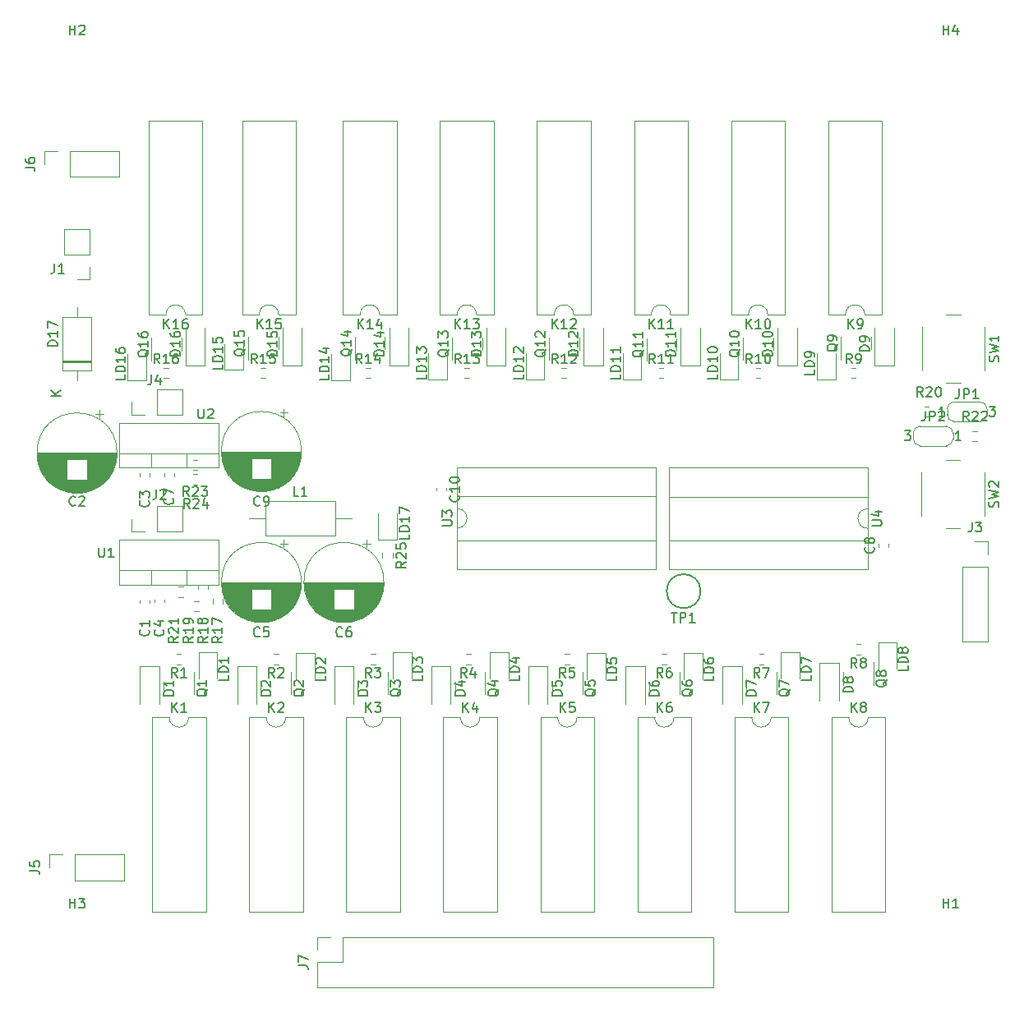
<source format=gbr>
%TF.GenerationSoftware,KiCad,Pcbnew,6.0.8-f2edbf62ab~116~ubuntu22.04.1*%
%TF.CreationDate,2022-10-03T01:52:07+02:00*%
%TF.ProjectId,relay_brd,72656c61-795f-4627-9264-2e6b69636164,rev?*%
%TF.SameCoordinates,Original*%
%TF.FileFunction,Legend,Top*%
%TF.FilePolarity,Positive*%
%FSLAX46Y46*%
G04 Gerber Fmt 4.6, Leading zero omitted, Abs format (unit mm)*
G04 Created by KiCad (PCBNEW 6.0.8-f2edbf62ab~116~ubuntu22.04.1) date 2022-10-03 01:52:07*
%MOMM*%
%LPD*%
G01*
G04 APERTURE LIST*
%ADD10C,0.150000*%
%ADD11C,0.120000*%
G04 APERTURE END LIST*
D10*
%TO.C,R2*%
X125333333Y-116382380D02*
X125000000Y-115906190D01*
X124761904Y-116382380D02*
X124761904Y-115382380D01*
X125142857Y-115382380D01*
X125238095Y-115430000D01*
X125285714Y-115477619D01*
X125333333Y-115572857D01*
X125333333Y-115715714D01*
X125285714Y-115810952D01*
X125238095Y-115858571D01*
X125142857Y-115906190D01*
X124761904Y-115906190D01*
X125714285Y-115477619D02*
X125761904Y-115430000D01*
X125857142Y-115382380D01*
X126095238Y-115382380D01*
X126190476Y-115430000D01*
X126238095Y-115477619D01*
X126285714Y-115572857D01*
X126285714Y-115668095D01*
X126238095Y-115810952D01*
X125666666Y-116382380D01*
X126285714Y-116382380D01*
%TO.C,Q7*%
X178447619Y-117595238D02*
X178400000Y-117690476D01*
X178304761Y-117785714D01*
X178161904Y-117928571D01*
X178114285Y-118023809D01*
X178114285Y-118119047D01*
X178352380Y-118071428D02*
X178304761Y-118166666D01*
X178209523Y-118261904D01*
X178019047Y-118309523D01*
X177685714Y-118309523D01*
X177495238Y-118261904D01*
X177400000Y-118166666D01*
X177352380Y-118071428D01*
X177352380Y-117880952D01*
X177400000Y-117785714D01*
X177495238Y-117690476D01*
X177685714Y-117642857D01*
X178019047Y-117642857D01*
X178209523Y-117690476D01*
X178304761Y-117785714D01*
X178352380Y-117880952D01*
X178352380Y-118071428D01*
X177352380Y-117309523D02*
X177352380Y-116642857D01*
X178352380Y-117071428D01*
%TO.C,SW2*%
X199904761Y-98833333D02*
X199952380Y-98690476D01*
X199952380Y-98452380D01*
X199904761Y-98357142D01*
X199857142Y-98309523D01*
X199761904Y-98261904D01*
X199666666Y-98261904D01*
X199571428Y-98309523D01*
X199523809Y-98357142D01*
X199476190Y-98452380D01*
X199428571Y-98642857D01*
X199380952Y-98738095D01*
X199333333Y-98785714D01*
X199238095Y-98833333D01*
X199142857Y-98833333D01*
X199047619Y-98785714D01*
X199000000Y-98738095D01*
X198952380Y-98642857D01*
X198952380Y-98404761D01*
X199000000Y-98261904D01*
X198952380Y-97928571D02*
X199952380Y-97690476D01*
X199238095Y-97500000D01*
X199952380Y-97309523D01*
X198952380Y-97071428D01*
X199047619Y-96738095D02*
X199000000Y-96690476D01*
X198952380Y-96595238D01*
X198952380Y-96357142D01*
X199000000Y-96261904D01*
X199047619Y-96214285D01*
X199142857Y-96166666D01*
X199238095Y-96166666D01*
X199380952Y-96214285D01*
X199952380Y-96785714D01*
X199952380Y-96166666D01*
%TO.C,R13*%
X144532142Y-84022380D02*
X144198809Y-83546190D01*
X143960714Y-84022380D02*
X143960714Y-83022380D01*
X144341666Y-83022380D01*
X144436904Y-83070000D01*
X144484523Y-83117619D01*
X144532142Y-83212857D01*
X144532142Y-83355714D01*
X144484523Y-83450952D01*
X144436904Y-83498571D01*
X144341666Y-83546190D01*
X143960714Y-83546190D01*
X145484523Y-84022380D02*
X144913095Y-84022380D01*
X145198809Y-84022380D02*
X145198809Y-83022380D01*
X145103571Y-83165238D01*
X145008333Y-83260476D01*
X144913095Y-83308095D01*
X145817857Y-83022380D02*
X146436904Y-83022380D01*
X146103571Y-83403333D01*
X146246428Y-83403333D01*
X146341666Y-83450952D01*
X146389285Y-83498571D01*
X146436904Y-83593809D01*
X146436904Y-83831904D01*
X146389285Y-83927142D01*
X146341666Y-83974761D01*
X146246428Y-84022380D01*
X145960714Y-84022380D01*
X145865476Y-83974761D01*
X145817857Y-83927142D01*
%TO.C,R20*%
X192119400Y-87452380D02*
X191786067Y-86976190D01*
X191547972Y-87452380D02*
X191547972Y-86452380D01*
X191928924Y-86452380D01*
X192024162Y-86500000D01*
X192071781Y-86547619D01*
X192119400Y-86642857D01*
X192119400Y-86785714D01*
X192071781Y-86880952D01*
X192024162Y-86928571D01*
X191928924Y-86976190D01*
X191547972Y-86976190D01*
X192500353Y-86547619D02*
X192547972Y-86500000D01*
X192643210Y-86452380D01*
X192881305Y-86452380D01*
X192976543Y-86500000D01*
X193024162Y-86547619D01*
X193071781Y-86642857D01*
X193071781Y-86738095D01*
X193024162Y-86880952D01*
X192452734Y-87452380D01*
X193071781Y-87452380D01*
X193690829Y-86452380D02*
X193786067Y-86452380D01*
X193881305Y-86500000D01*
X193928924Y-86547619D01*
X193976543Y-86642857D01*
X194024162Y-86833333D01*
X194024162Y-87071428D01*
X193976543Y-87261904D01*
X193928924Y-87357142D01*
X193881305Y-87404761D01*
X193786067Y-87452380D01*
X193690829Y-87452380D01*
X193595591Y-87404761D01*
X193547972Y-87357142D01*
X193500353Y-87261904D01*
X193452734Y-87071428D01*
X193452734Y-86833333D01*
X193500353Y-86642857D01*
X193547972Y-86547619D01*
X193595591Y-86500000D01*
X193690829Y-86452380D01*
%TO.C,C9*%
X123833333Y-98607142D02*
X123785714Y-98654761D01*
X123642857Y-98702380D01*
X123547619Y-98702380D01*
X123404761Y-98654761D01*
X123309523Y-98559523D01*
X123261904Y-98464285D01*
X123214285Y-98273809D01*
X123214285Y-98130952D01*
X123261904Y-97940476D01*
X123309523Y-97845238D01*
X123404761Y-97750000D01*
X123547619Y-97702380D01*
X123642857Y-97702380D01*
X123785714Y-97750000D01*
X123833333Y-97797619D01*
X124309523Y-98702380D02*
X124500000Y-98702380D01*
X124595238Y-98654761D01*
X124642857Y-98607142D01*
X124738095Y-98464285D01*
X124785714Y-98273809D01*
X124785714Y-97892857D01*
X124738095Y-97797619D01*
X124690476Y-97750000D01*
X124595238Y-97702380D01*
X124404761Y-97702380D01*
X124309523Y-97750000D01*
X124261904Y-97797619D01*
X124214285Y-97892857D01*
X124214285Y-98130952D01*
X124261904Y-98226190D01*
X124309523Y-98273809D01*
X124404761Y-98321428D01*
X124595238Y-98321428D01*
X124690476Y-98273809D01*
X124738095Y-98226190D01*
X124785714Y-98130952D01*
%TO.C,R9*%
X184833333Y-84022380D02*
X184500000Y-83546190D01*
X184261904Y-84022380D02*
X184261904Y-83022380D01*
X184642857Y-83022380D01*
X184738095Y-83070000D01*
X184785714Y-83117619D01*
X184833333Y-83212857D01*
X184833333Y-83355714D01*
X184785714Y-83450952D01*
X184738095Y-83498571D01*
X184642857Y-83546190D01*
X184261904Y-83546190D01*
X185309523Y-84022380D02*
X185500000Y-84022380D01*
X185595238Y-83974761D01*
X185642857Y-83927142D01*
X185738095Y-83784285D01*
X185785714Y-83593809D01*
X185785714Y-83212857D01*
X185738095Y-83117619D01*
X185690476Y-83070000D01*
X185595238Y-83022380D01*
X185404761Y-83022380D01*
X185309523Y-83070000D01*
X185261904Y-83117619D01*
X185214285Y-83212857D01*
X185214285Y-83450952D01*
X185261904Y-83546190D01*
X185309523Y-83593809D01*
X185404761Y-83641428D01*
X185595238Y-83641428D01*
X185690476Y-83593809D01*
X185738095Y-83546190D01*
X185785714Y-83450952D01*
%TO.C,K16*%
X113950714Y-80442380D02*
X113950714Y-79442380D01*
X114522142Y-80442380D02*
X114093571Y-79870952D01*
X114522142Y-79442380D02*
X113950714Y-80013809D01*
X115474523Y-80442380D02*
X114903095Y-80442380D01*
X115188809Y-80442380D02*
X115188809Y-79442380D01*
X115093571Y-79585238D01*
X114998333Y-79680476D01*
X114903095Y-79728095D01*
X116331666Y-79442380D02*
X116141190Y-79442380D01*
X116045952Y-79490000D01*
X115998333Y-79537619D01*
X115903095Y-79680476D01*
X115855476Y-79870952D01*
X115855476Y-80251904D01*
X115903095Y-80347142D01*
X115950714Y-80394761D01*
X116045952Y-80442380D01*
X116236428Y-80442380D01*
X116331666Y-80394761D01*
X116379285Y-80347142D01*
X116426904Y-80251904D01*
X116426904Y-80013809D01*
X116379285Y-79918571D01*
X116331666Y-79870952D01*
X116236428Y-79823333D01*
X116045952Y-79823333D01*
X115950714Y-79870952D01*
X115903095Y-79918571D01*
X115855476Y-80013809D01*
%TO.C,K3*%
X134771904Y-119962380D02*
X134771904Y-118962380D01*
X135343333Y-119962380D02*
X134914761Y-119390952D01*
X135343333Y-118962380D02*
X134771904Y-119533809D01*
X135676666Y-118962380D02*
X136295714Y-118962380D01*
X135962380Y-119343333D01*
X136105238Y-119343333D01*
X136200476Y-119390952D01*
X136248095Y-119438571D01*
X136295714Y-119533809D01*
X136295714Y-119771904D01*
X136248095Y-119867142D01*
X136200476Y-119914761D01*
X136105238Y-119962380D01*
X135819523Y-119962380D01*
X135724285Y-119914761D01*
X135676666Y-119867142D01*
%TO.C,LD15*%
X119977380Y-84142857D02*
X119977380Y-84619047D01*
X118977380Y-84619047D01*
X119977380Y-83809523D02*
X118977380Y-83809523D01*
X118977380Y-83571428D01*
X119025000Y-83428571D01*
X119120238Y-83333333D01*
X119215476Y-83285714D01*
X119405952Y-83238095D01*
X119548809Y-83238095D01*
X119739285Y-83285714D01*
X119834523Y-83333333D01*
X119929761Y-83428571D01*
X119977380Y-83571428D01*
X119977380Y-83809523D01*
X119977380Y-82285714D02*
X119977380Y-82857142D01*
X119977380Y-82571428D02*
X118977380Y-82571428D01*
X119120238Y-82666666D01*
X119215476Y-82761904D01*
X119263095Y-82857142D01*
X118977380Y-81380952D02*
X118977380Y-81857142D01*
X119453571Y-81904761D01*
X119405952Y-81857142D01*
X119358333Y-81761904D01*
X119358333Y-81523809D01*
X119405952Y-81428571D01*
X119453571Y-81380952D01*
X119548809Y-81333333D01*
X119786904Y-81333333D01*
X119882142Y-81380952D01*
X119929761Y-81428571D01*
X119977380Y-81523809D01*
X119977380Y-81761904D01*
X119929761Y-81857142D01*
X119882142Y-81904761D01*
%TO.C,R17*%
X119952380Y-112197857D02*
X119476190Y-112531190D01*
X119952380Y-112769285D02*
X118952380Y-112769285D01*
X118952380Y-112388333D01*
X119000000Y-112293095D01*
X119047619Y-112245476D01*
X119142857Y-112197857D01*
X119285714Y-112197857D01*
X119380952Y-112245476D01*
X119428571Y-112293095D01*
X119476190Y-112388333D01*
X119476190Y-112769285D01*
X119952380Y-111245476D02*
X119952380Y-111816904D01*
X119952380Y-111531190D02*
X118952380Y-111531190D01*
X119095238Y-111626428D01*
X119190476Y-111721666D01*
X119238095Y-111816904D01*
X118952380Y-110912142D02*
X118952380Y-110245476D01*
X119952380Y-110674047D01*
%TO.C,R21*%
X115452380Y-112197857D02*
X114976190Y-112531190D01*
X115452380Y-112769285D02*
X114452380Y-112769285D01*
X114452380Y-112388333D01*
X114500000Y-112293095D01*
X114547619Y-112245476D01*
X114642857Y-112197857D01*
X114785714Y-112197857D01*
X114880952Y-112245476D01*
X114928571Y-112293095D01*
X114976190Y-112388333D01*
X114976190Y-112769285D01*
X114547619Y-111816904D02*
X114500000Y-111769285D01*
X114452380Y-111674047D01*
X114452380Y-111435952D01*
X114500000Y-111340714D01*
X114547619Y-111293095D01*
X114642857Y-111245476D01*
X114738095Y-111245476D01*
X114880952Y-111293095D01*
X115452380Y-111864523D01*
X115452380Y-111245476D01*
X115452380Y-110293095D02*
X115452380Y-110864523D01*
X115452380Y-110578809D02*
X114452380Y-110578809D01*
X114595238Y-110674047D01*
X114690476Y-110769285D01*
X114738095Y-110864523D01*
%TO.C,R1*%
X115333333Y-116382380D02*
X115000000Y-115906190D01*
X114761904Y-116382380D02*
X114761904Y-115382380D01*
X115142857Y-115382380D01*
X115238095Y-115430000D01*
X115285714Y-115477619D01*
X115333333Y-115572857D01*
X115333333Y-115715714D01*
X115285714Y-115810952D01*
X115238095Y-115858571D01*
X115142857Y-115906190D01*
X114761904Y-115906190D01*
X116285714Y-116382380D02*
X115714285Y-116382380D01*
X116000000Y-116382380D02*
X116000000Y-115382380D01*
X115904761Y-115525238D01*
X115809523Y-115620476D01*
X115714285Y-115668095D01*
%TO.C,J3*%
X197191666Y-100382380D02*
X197191666Y-101096666D01*
X197144047Y-101239523D01*
X197048809Y-101334761D01*
X196905952Y-101382380D01*
X196810714Y-101382380D01*
X197572619Y-100382380D02*
X198191666Y-100382380D01*
X197858333Y-100763333D01*
X198001190Y-100763333D01*
X198096428Y-100810952D01*
X198144047Y-100858571D01*
X198191666Y-100953809D01*
X198191666Y-101191904D01*
X198144047Y-101287142D01*
X198096428Y-101334761D01*
X198001190Y-101382380D01*
X197715476Y-101382380D01*
X197620238Y-101334761D01*
X197572619Y-101287142D01*
%TO.C,SW1*%
X199929761Y-83833333D02*
X199977380Y-83690476D01*
X199977380Y-83452380D01*
X199929761Y-83357142D01*
X199882142Y-83309523D01*
X199786904Y-83261904D01*
X199691666Y-83261904D01*
X199596428Y-83309523D01*
X199548809Y-83357142D01*
X199501190Y-83452380D01*
X199453571Y-83642857D01*
X199405952Y-83738095D01*
X199358333Y-83785714D01*
X199263095Y-83833333D01*
X199167857Y-83833333D01*
X199072619Y-83785714D01*
X199025000Y-83738095D01*
X198977380Y-83642857D01*
X198977380Y-83404761D01*
X199025000Y-83261904D01*
X198977380Y-82928571D02*
X199977380Y-82690476D01*
X199263095Y-82500000D01*
X199977380Y-82309523D01*
X198977380Y-82071428D01*
X199977380Y-81166666D02*
X199977380Y-81738095D01*
X199977380Y-81452380D02*
X198977380Y-81452380D01*
X199120238Y-81547619D01*
X199215476Y-81642857D01*
X199263095Y-81738095D01*
%TO.C,R5*%
X155333333Y-116382380D02*
X155000000Y-115906190D01*
X154761904Y-116382380D02*
X154761904Y-115382380D01*
X155142857Y-115382380D01*
X155238095Y-115430000D01*
X155285714Y-115477619D01*
X155333333Y-115572857D01*
X155333333Y-115715714D01*
X155285714Y-115810952D01*
X155238095Y-115858571D01*
X155142857Y-115906190D01*
X154761904Y-115906190D01*
X156238095Y-115382380D02*
X155761904Y-115382380D01*
X155714285Y-115858571D01*
X155761904Y-115810952D01*
X155857142Y-115763333D01*
X156095238Y-115763333D01*
X156190476Y-115810952D01*
X156238095Y-115858571D01*
X156285714Y-115953809D01*
X156285714Y-116191904D01*
X156238095Y-116287142D01*
X156190476Y-116334761D01*
X156095238Y-116382380D01*
X155857142Y-116382380D01*
X155761904Y-116334761D01*
X155714285Y-116287142D01*
%TO.C,D10*%
X176627380Y-83214285D02*
X175627380Y-83214285D01*
X175627380Y-82976190D01*
X175675000Y-82833333D01*
X175770238Y-82738095D01*
X175865476Y-82690476D01*
X176055952Y-82642857D01*
X176198809Y-82642857D01*
X176389285Y-82690476D01*
X176484523Y-82738095D01*
X176579761Y-82833333D01*
X176627380Y-82976190D01*
X176627380Y-83214285D01*
X176627380Y-81690476D02*
X176627380Y-82261904D01*
X176627380Y-81976190D02*
X175627380Y-81976190D01*
X175770238Y-82071428D01*
X175865476Y-82166666D01*
X175913095Y-82261904D01*
X175627380Y-81071428D02*
X175627380Y-80976190D01*
X175675000Y-80880952D01*
X175722619Y-80833333D01*
X175817857Y-80785714D01*
X176008333Y-80738095D01*
X176246428Y-80738095D01*
X176436904Y-80785714D01*
X176532142Y-80833333D01*
X176579761Y-80880952D01*
X176627380Y-80976190D01*
X176627380Y-81071428D01*
X176579761Y-81166666D01*
X176532142Y-81214285D01*
X176436904Y-81261904D01*
X176246428Y-81309523D01*
X176008333Y-81309523D01*
X175817857Y-81261904D01*
X175722619Y-81214285D01*
X175675000Y-81166666D01*
X175627380Y-81071428D01*
%TO.C,Q10*%
X173322619Y-82571428D02*
X173275000Y-82666666D01*
X173179761Y-82761904D01*
X173036904Y-82904761D01*
X172989285Y-83000000D01*
X172989285Y-83095238D01*
X173227380Y-83047619D02*
X173179761Y-83142857D01*
X173084523Y-83238095D01*
X172894047Y-83285714D01*
X172560714Y-83285714D01*
X172370238Y-83238095D01*
X172275000Y-83142857D01*
X172227380Y-83047619D01*
X172227380Y-82857142D01*
X172275000Y-82761904D01*
X172370238Y-82666666D01*
X172560714Y-82619047D01*
X172894047Y-82619047D01*
X173084523Y-82666666D01*
X173179761Y-82761904D01*
X173227380Y-82857142D01*
X173227380Y-83047619D01*
X173227380Y-81666666D02*
X173227380Y-82238095D01*
X173227380Y-81952380D02*
X172227380Y-81952380D01*
X172370238Y-82047619D01*
X172465476Y-82142857D01*
X172513095Y-82238095D01*
X172227380Y-81047619D02*
X172227380Y-80952380D01*
X172275000Y-80857142D01*
X172322619Y-80809523D01*
X172417857Y-80761904D01*
X172608333Y-80714285D01*
X172846428Y-80714285D01*
X173036904Y-80761904D01*
X173132142Y-80809523D01*
X173179761Y-80857142D01*
X173227380Y-80952380D01*
X173227380Y-81047619D01*
X173179761Y-81142857D01*
X173132142Y-81190476D01*
X173036904Y-81238095D01*
X172846428Y-81285714D01*
X172608333Y-81285714D01*
X172417857Y-81238095D01*
X172322619Y-81190476D01*
X172275000Y-81142857D01*
X172227380Y-81047619D01*
%TO.C,H2*%
X104238095Y-50152380D02*
X104238095Y-49152380D01*
X104238095Y-49628571D02*
X104809523Y-49628571D01*
X104809523Y-50152380D02*
X104809523Y-49152380D01*
X105238095Y-49247619D02*
X105285714Y-49200000D01*
X105380952Y-49152380D01*
X105619047Y-49152380D01*
X105714285Y-49200000D01*
X105761904Y-49247619D01*
X105809523Y-49342857D01*
X105809523Y-49438095D01*
X105761904Y-49580952D01*
X105190476Y-50152380D01*
X105809523Y-50152380D01*
%TO.C,D17*%
X102982380Y-82214285D02*
X101982380Y-82214285D01*
X101982380Y-81976190D01*
X102030000Y-81833333D01*
X102125238Y-81738095D01*
X102220476Y-81690476D01*
X102410952Y-81642857D01*
X102553809Y-81642857D01*
X102744285Y-81690476D01*
X102839523Y-81738095D01*
X102934761Y-81833333D01*
X102982380Y-81976190D01*
X102982380Y-82214285D01*
X102982380Y-80690476D02*
X102982380Y-81261904D01*
X102982380Y-80976190D02*
X101982380Y-80976190D01*
X102125238Y-81071428D01*
X102220476Y-81166666D01*
X102268095Y-81261904D01*
X101982380Y-80357142D02*
X101982380Y-79690476D01*
X102982380Y-80119047D01*
X103352380Y-87341904D02*
X102352380Y-87341904D01*
X103352380Y-86770476D02*
X102780952Y-87199047D01*
X102352380Y-86770476D02*
X102923809Y-87341904D01*
%TO.C,LD11*%
X160977380Y-85142857D02*
X160977380Y-85619047D01*
X159977380Y-85619047D01*
X160977380Y-84809523D02*
X159977380Y-84809523D01*
X159977380Y-84571428D01*
X160025000Y-84428571D01*
X160120238Y-84333333D01*
X160215476Y-84285714D01*
X160405952Y-84238095D01*
X160548809Y-84238095D01*
X160739285Y-84285714D01*
X160834523Y-84333333D01*
X160929761Y-84428571D01*
X160977380Y-84571428D01*
X160977380Y-84809523D01*
X160977380Y-83285714D02*
X160977380Y-83857142D01*
X160977380Y-83571428D02*
X159977380Y-83571428D01*
X160120238Y-83666666D01*
X160215476Y-83761904D01*
X160263095Y-83857142D01*
X160977380Y-82333333D02*
X160977380Y-82904761D01*
X160977380Y-82619047D02*
X159977380Y-82619047D01*
X160120238Y-82714285D01*
X160215476Y-82809523D01*
X160263095Y-82904761D01*
%TO.C,R15*%
X123532142Y-84022380D02*
X123198809Y-83546190D01*
X122960714Y-84022380D02*
X122960714Y-83022380D01*
X123341666Y-83022380D01*
X123436904Y-83070000D01*
X123484523Y-83117619D01*
X123532142Y-83212857D01*
X123532142Y-83355714D01*
X123484523Y-83450952D01*
X123436904Y-83498571D01*
X123341666Y-83546190D01*
X122960714Y-83546190D01*
X124484523Y-84022380D02*
X123913095Y-84022380D01*
X124198809Y-84022380D02*
X124198809Y-83022380D01*
X124103571Y-83165238D01*
X124008333Y-83260476D01*
X123913095Y-83308095D01*
X125389285Y-83022380D02*
X124913095Y-83022380D01*
X124865476Y-83498571D01*
X124913095Y-83450952D01*
X125008333Y-83403333D01*
X125246428Y-83403333D01*
X125341666Y-83450952D01*
X125389285Y-83498571D01*
X125436904Y-83593809D01*
X125436904Y-83831904D01*
X125389285Y-83927142D01*
X125341666Y-83974761D01*
X125246428Y-84022380D01*
X125008333Y-84022380D01*
X124913095Y-83974761D01*
X124865476Y-83927142D01*
%TO.C,J2*%
X113166666Y-97007380D02*
X113166666Y-97721666D01*
X113119047Y-97864523D01*
X113023809Y-97959761D01*
X112880952Y-98007380D01*
X112785714Y-98007380D01*
X113595238Y-97102619D02*
X113642857Y-97055000D01*
X113738095Y-97007380D01*
X113976190Y-97007380D01*
X114071428Y-97055000D01*
X114119047Y-97102619D01*
X114166666Y-97197857D01*
X114166666Y-97293095D01*
X114119047Y-97435952D01*
X113547619Y-98007380D01*
X114166666Y-98007380D01*
%TO.C,C7*%
X114857142Y-97916666D02*
X114904761Y-97964285D01*
X114952380Y-98107142D01*
X114952380Y-98202380D01*
X114904761Y-98345238D01*
X114809523Y-98440476D01*
X114714285Y-98488095D01*
X114523809Y-98535714D01*
X114380952Y-98535714D01*
X114190476Y-98488095D01*
X114095238Y-98440476D01*
X114000000Y-98345238D01*
X113952380Y-98202380D01*
X113952380Y-98107142D01*
X114000000Y-97964285D01*
X114047619Y-97916666D01*
X113952380Y-97583333D02*
X113952380Y-96916666D01*
X114952380Y-97345238D01*
%TO.C,K12*%
X153950714Y-80442380D02*
X153950714Y-79442380D01*
X154522142Y-80442380D02*
X154093571Y-79870952D01*
X154522142Y-79442380D02*
X153950714Y-80013809D01*
X155474523Y-80442380D02*
X154903095Y-80442380D01*
X155188809Y-80442380D02*
X155188809Y-79442380D01*
X155093571Y-79585238D01*
X154998333Y-79680476D01*
X154903095Y-79728095D01*
X155855476Y-79537619D02*
X155903095Y-79490000D01*
X155998333Y-79442380D01*
X156236428Y-79442380D01*
X156331666Y-79490000D01*
X156379285Y-79537619D01*
X156426904Y-79632857D01*
X156426904Y-79728095D01*
X156379285Y-79870952D01*
X155807857Y-80442380D01*
X156426904Y-80442380D01*
%TO.C,LD13*%
X140977380Y-85142857D02*
X140977380Y-85619047D01*
X139977380Y-85619047D01*
X140977380Y-84809523D02*
X139977380Y-84809523D01*
X139977380Y-84571428D01*
X140025000Y-84428571D01*
X140120238Y-84333333D01*
X140215476Y-84285714D01*
X140405952Y-84238095D01*
X140548809Y-84238095D01*
X140739285Y-84285714D01*
X140834523Y-84333333D01*
X140929761Y-84428571D01*
X140977380Y-84571428D01*
X140977380Y-84809523D01*
X140977380Y-83285714D02*
X140977380Y-83857142D01*
X140977380Y-83571428D02*
X139977380Y-83571428D01*
X140120238Y-83666666D01*
X140215476Y-83761904D01*
X140263095Y-83857142D01*
X139977380Y-82952380D02*
X139977380Y-82333333D01*
X140358333Y-82666666D01*
X140358333Y-82523809D01*
X140405952Y-82428571D01*
X140453571Y-82380952D01*
X140548809Y-82333333D01*
X140786904Y-82333333D01*
X140882142Y-82380952D01*
X140929761Y-82428571D01*
X140977380Y-82523809D01*
X140977380Y-82809523D01*
X140929761Y-82904761D01*
X140882142Y-82952380D01*
%TO.C,R22*%
X196857142Y-89952380D02*
X196523809Y-89476190D01*
X196285714Y-89952380D02*
X196285714Y-88952380D01*
X196666666Y-88952380D01*
X196761904Y-89000000D01*
X196809523Y-89047619D01*
X196857142Y-89142857D01*
X196857142Y-89285714D01*
X196809523Y-89380952D01*
X196761904Y-89428571D01*
X196666666Y-89476190D01*
X196285714Y-89476190D01*
X197238095Y-89047619D02*
X197285714Y-89000000D01*
X197380952Y-88952380D01*
X197619047Y-88952380D01*
X197714285Y-89000000D01*
X197761904Y-89047619D01*
X197809523Y-89142857D01*
X197809523Y-89238095D01*
X197761904Y-89380952D01*
X197190476Y-89952380D01*
X197809523Y-89952380D01*
X198190476Y-89047619D02*
X198238095Y-89000000D01*
X198333333Y-88952380D01*
X198571428Y-88952380D01*
X198666666Y-89000000D01*
X198714285Y-89047619D01*
X198761904Y-89142857D01*
X198761904Y-89238095D01*
X198714285Y-89380952D01*
X198142857Y-89952380D01*
X198761904Y-89952380D01*
%TO.C,C2*%
X104833333Y-98607142D02*
X104785714Y-98654761D01*
X104642857Y-98702380D01*
X104547619Y-98702380D01*
X104404761Y-98654761D01*
X104309523Y-98559523D01*
X104261904Y-98464285D01*
X104214285Y-98273809D01*
X104214285Y-98130952D01*
X104261904Y-97940476D01*
X104309523Y-97845238D01*
X104404761Y-97750000D01*
X104547619Y-97702380D01*
X104642857Y-97702380D01*
X104785714Y-97750000D01*
X104833333Y-97797619D01*
X105214285Y-97797619D02*
X105261904Y-97750000D01*
X105357142Y-97702380D01*
X105595238Y-97702380D01*
X105690476Y-97750000D01*
X105738095Y-97797619D01*
X105785714Y-97892857D01*
X105785714Y-97988095D01*
X105738095Y-98130952D01*
X105166666Y-98702380D01*
X105785714Y-98702380D01*
%TO.C,R16*%
X113532142Y-84022380D02*
X113198809Y-83546190D01*
X112960714Y-84022380D02*
X112960714Y-83022380D01*
X113341666Y-83022380D01*
X113436904Y-83070000D01*
X113484523Y-83117619D01*
X113532142Y-83212857D01*
X113532142Y-83355714D01*
X113484523Y-83450952D01*
X113436904Y-83498571D01*
X113341666Y-83546190D01*
X112960714Y-83546190D01*
X114484523Y-84022380D02*
X113913095Y-84022380D01*
X114198809Y-84022380D02*
X114198809Y-83022380D01*
X114103571Y-83165238D01*
X114008333Y-83260476D01*
X113913095Y-83308095D01*
X115341666Y-83022380D02*
X115151190Y-83022380D01*
X115055952Y-83070000D01*
X115008333Y-83117619D01*
X114913095Y-83260476D01*
X114865476Y-83450952D01*
X114865476Y-83831904D01*
X114913095Y-83927142D01*
X114960714Y-83974761D01*
X115055952Y-84022380D01*
X115246428Y-84022380D01*
X115341666Y-83974761D01*
X115389285Y-83927142D01*
X115436904Y-83831904D01*
X115436904Y-83593809D01*
X115389285Y-83498571D01*
X115341666Y-83450952D01*
X115246428Y-83403333D01*
X115055952Y-83403333D01*
X114960714Y-83450952D01*
X114913095Y-83498571D01*
X114865476Y-83593809D01*
%TO.C,Q4*%
X148447619Y-117595238D02*
X148400000Y-117690476D01*
X148304761Y-117785714D01*
X148161904Y-117928571D01*
X148114285Y-118023809D01*
X148114285Y-118119047D01*
X148352380Y-118071428D02*
X148304761Y-118166666D01*
X148209523Y-118261904D01*
X148019047Y-118309523D01*
X147685714Y-118309523D01*
X147495238Y-118261904D01*
X147400000Y-118166666D01*
X147352380Y-118071428D01*
X147352380Y-117880952D01*
X147400000Y-117785714D01*
X147495238Y-117690476D01*
X147685714Y-117642857D01*
X148019047Y-117642857D01*
X148209523Y-117690476D01*
X148304761Y-117785714D01*
X148352380Y-117880952D01*
X148352380Y-118071428D01*
X147685714Y-116785714D02*
X148352380Y-116785714D01*
X147304761Y-117023809D02*
X148019047Y-117261904D01*
X148019047Y-116642857D01*
%TO.C,Q15*%
X122322619Y-82508928D02*
X122275000Y-82604166D01*
X122179761Y-82699404D01*
X122036904Y-82842261D01*
X121989285Y-82937500D01*
X121989285Y-83032738D01*
X122227380Y-82985119D02*
X122179761Y-83080357D01*
X122084523Y-83175595D01*
X121894047Y-83223214D01*
X121560714Y-83223214D01*
X121370238Y-83175595D01*
X121275000Y-83080357D01*
X121227380Y-82985119D01*
X121227380Y-82794642D01*
X121275000Y-82699404D01*
X121370238Y-82604166D01*
X121560714Y-82556547D01*
X121894047Y-82556547D01*
X122084523Y-82604166D01*
X122179761Y-82699404D01*
X122227380Y-82794642D01*
X122227380Y-82985119D01*
X122227380Y-81604166D02*
X122227380Y-82175595D01*
X122227380Y-81889880D02*
X121227380Y-81889880D01*
X121370238Y-81985119D01*
X121465476Y-82080357D01*
X121513095Y-82175595D01*
X121227380Y-80699404D02*
X121227380Y-81175595D01*
X121703571Y-81223214D01*
X121655952Y-81175595D01*
X121608333Y-81080357D01*
X121608333Y-80842261D01*
X121655952Y-80747023D01*
X121703571Y-80699404D01*
X121798809Y-80651785D01*
X122036904Y-80651785D01*
X122132142Y-80699404D01*
X122179761Y-80747023D01*
X122227380Y-80842261D01*
X122227380Y-81080357D01*
X122179761Y-81175595D01*
X122132142Y-81223214D01*
%TO.C,D1*%
X114952380Y-118238095D02*
X113952380Y-118238095D01*
X113952380Y-118000000D01*
X114000000Y-117857142D01*
X114095238Y-117761904D01*
X114190476Y-117714285D01*
X114380952Y-117666666D01*
X114523809Y-117666666D01*
X114714285Y-117714285D01*
X114809523Y-117761904D01*
X114904761Y-117857142D01*
X114952380Y-118000000D01*
X114952380Y-118238095D01*
X114952380Y-116714285D02*
X114952380Y-117285714D01*
X114952380Y-117000000D02*
X113952380Y-117000000D01*
X114095238Y-117095238D01*
X114190476Y-117190476D01*
X114238095Y-117285714D01*
%TO.C,Q5*%
X158447619Y-117595238D02*
X158400000Y-117690476D01*
X158304761Y-117785714D01*
X158161904Y-117928571D01*
X158114285Y-118023809D01*
X158114285Y-118119047D01*
X158352380Y-118071428D02*
X158304761Y-118166666D01*
X158209523Y-118261904D01*
X158019047Y-118309523D01*
X157685714Y-118309523D01*
X157495238Y-118261904D01*
X157400000Y-118166666D01*
X157352380Y-118071428D01*
X157352380Y-117880952D01*
X157400000Y-117785714D01*
X157495238Y-117690476D01*
X157685714Y-117642857D01*
X158019047Y-117642857D01*
X158209523Y-117690476D01*
X158304761Y-117785714D01*
X158352380Y-117880952D01*
X158352380Y-118071428D01*
X157352380Y-116738095D02*
X157352380Y-117214285D01*
X157828571Y-117261904D01*
X157780952Y-117214285D01*
X157733333Y-117119047D01*
X157733333Y-116880952D01*
X157780952Y-116785714D01*
X157828571Y-116738095D01*
X157923809Y-116690476D01*
X158161904Y-116690476D01*
X158257142Y-116738095D01*
X158304761Y-116785714D01*
X158352380Y-116880952D01*
X158352380Y-117119047D01*
X158304761Y-117214285D01*
X158257142Y-117261904D01*
%TO.C,LD10*%
X170977380Y-85142857D02*
X170977380Y-85619047D01*
X169977380Y-85619047D01*
X170977380Y-84809523D02*
X169977380Y-84809523D01*
X169977380Y-84571428D01*
X170025000Y-84428571D01*
X170120238Y-84333333D01*
X170215476Y-84285714D01*
X170405952Y-84238095D01*
X170548809Y-84238095D01*
X170739285Y-84285714D01*
X170834523Y-84333333D01*
X170929761Y-84428571D01*
X170977380Y-84571428D01*
X170977380Y-84809523D01*
X170977380Y-83285714D02*
X170977380Y-83857142D01*
X170977380Y-83571428D02*
X169977380Y-83571428D01*
X170120238Y-83666666D01*
X170215476Y-83761904D01*
X170263095Y-83857142D01*
X169977380Y-82666666D02*
X169977380Y-82571428D01*
X170025000Y-82476190D01*
X170072619Y-82428571D01*
X170167857Y-82380952D01*
X170358333Y-82333333D01*
X170596428Y-82333333D01*
X170786904Y-82380952D01*
X170882142Y-82428571D01*
X170929761Y-82476190D01*
X170977380Y-82571428D01*
X170977380Y-82666666D01*
X170929761Y-82761904D01*
X170882142Y-82809523D01*
X170786904Y-82857142D01*
X170596428Y-82904761D01*
X170358333Y-82904761D01*
X170167857Y-82857142D01*
X170072619Y-82809523D01*
X170025000Y-82761904D01*
X169977380Y-82666666D01*
%TO.C,U2*%
X117488095Y-88702380D02*
X117488095Y-89511904D01*
X117535714Y-89607142D01*
X117583333Y-89654761D01*
X117678571Y-89702380D01*
X117869047Y-89702380D01*
X117964285Y-89654761D01*
X118011904Y-89607142D01*
X118059523Y-89511904D01*
X118059523Y-88702380D01*
X118488095Y-88797619D02*
X118535714Y-88750000D01*
X118630952Y-88702380D01*
X118869047Y-88702380D01*
X118964285Y-88750000D01*
X119011904Y-88797619D01*
X119059523Y-88892857D01*
X119059523Y-88988095D01*
X119011904Y-89130952D01*
X118440476Y-89702380D01*
X119059523Y-89702380D01*
%TO.C,Q13*%
X143322619Y-82571428D02*
X143275000Y-82666666D01*
X143179761Y-82761904D01*
X143036904Y-82904761D01*
X142989285Y-83000000D01*
X142989285Y-83095238D01*
X143227380Y-83047619D02*
X143179761Y-83142857D01*
X143084523Y-83238095D01*
X142894047Y-83285714D01*
X142560714Y-83285714D01*
X142370238Y-83238095D01*
X142275000Y-83142857D01*
X142227380Y-83047619D01*
X142227380Y-82857142D01*
X142275000Y-82761904D01*
X142370238Y-82666666D01*
X142560714Y-82619047D01*
X142894047Y-82619047D01*
X143084523Y-82666666D01*
X143179761Y-82761904D01*
X143227380Y-82857142D01*
X143227380Y-83047619D01*
X143227380Y-81666666D02*
X143227380Y-82238095D01*
X143227380Y-81952380D02*
X142227380Y-81952380D01*
X142370238Y-82047619D01*
X142465476Y-82142857D01*
X142513095Y-82238095D01*
X142227380Y-81333333D02*
X142227380Y-80714285D01*
X142608333Y-81047619D01*
X142608333Y-80904761D01*
X142655952Y-80809523D01*
X142703571Y-80761904D01*
X142798809Y-80714285D01*
X143036904Y-80714285D01*
X143132142Y-80761904D01*
X143179761Y-80809523D01*
X143227380Y-80904761D01*
X143227380Y-81190476D01*
X143179761Y-81285714D01*
X143132142Y-81333333D01*
%TO.C,R7*%
X175333333Y-116382380D02*
X175000000Y-115906190D01*
X174761904Y-116382380D02*
X174761904Y-115382380D01*
X175142857Y-115382380D01*
X175238095Y-115430000D01*
X175285714Y-115477619D01*
X175333333Y-115572857D01*
X175333333Y-115715714D01*
X175285714Y-115810952D01*
X175238095Y-115858571D01*
X175142857Y-115906190D01*
X174761904Y-115906190D01*
X175666666Y-115382380D02*
X176333333Y-115382380D01*
X175904761Y-116382380D01*
%TO.C,LD6*%
X170602380Y-116229166D02*
X170602380Y-116705357D01*
X169602380Y-116705357D01*
X170602380Y-115895833D02*
X169602380Y-115895833D01*
X169602380Y-115657738D01*
X169650000Y-115514880D01*
X169745238Y-115419642D01*
X169840476Y-115372023D01*
X170030952Y-115324404D01*
X170173809Y-115324404D01*
X170364285Y-115372023D01*
X170459523Y-115419642D01*
X170554761Y-115514880D01*
X170602380Y-115657738D01*
X170602380Y-115895833D01*
X169602380Y-114467261D02*
X169602380Y-114657738D01*
X169650000Y-114752976D01*
X169697619Y-114800595D01*
X169840476Y-114895833D01*
X170030952Y-114943452D01*
X170411904Y-114943452D01*
X170507142Y-114895833D01*
X170554761Y-114848214D01*
X170602380Y-114752976D01*
X170602380Y-114562500D01*
X170554761Y-114467261D01*
X170507142Y-114419642D01*
X170411904Y-114372023D01*
X170173809Y-114372023D01*
X170078571Y-114419642D01*
X170030952Y-114467261D01*
X169983333Y-114562500D01*
X169983333Y-114752976D01*
X170030952Y-114848214D01*
X170078571Y-114895833D01*
X170173809Y-114943452D01*
%TO.C,LD2*%
X130602380Y-116229166D02*
X130602380Y-116705357D01*
X129602380Y-116705357D01*
X130602380Y-115895833D02*
X129602380Y-115895833D01*
X129602380Y-115657738D01*
X129650000Y-115514880D01*
X129745238Y-115419642D01*
X129840476Y-115372023D01*
X130030952Y-115324404D01*
X130173809Y-115324404D01*
X130364285Y-115372023D01*
X130459523Y-115419642D01*
X130554761Y-115514880D01*
X130602380Y-115657738D01*
X130602380Y-115895833D01*
X129697619Y-114943452D02*
X129650000Y-114895833D01*
X129602380Y-114800595D01*
X129602380Y-114562500D01*
X129650000Y-114467261D01*
X129697619Y-114419642D01*
X129792857Y-114372023D01*
X129888095Y-114372023D01*
X130030952Y-114419642D01*
X130602380Y-114991071D01*
X130602380Y-114372023D01*
%TO.C,L1*%
X127833333Y-97682380D02*
X127357142Y-97682380D01*
X127357142Y-96682380D01*
X128690476Y-97682380D02*
X128119047Y-97682380D01*
X128404761Y-97682380D02*
X128404761Y-96682380D01*
X128309523Y-96825238D01*
X128214285Y-96920476D01*
X128119047Y-96968095D01*
%TO.C,D3*%
X134952380Y-118238095D02*
X133952380Y-118238095D01*
X133952380Y-118000000D01*
X134000000Y-117857142D01*
X134095238Y-117761904D01*
X134190476Y-117714285D01*
X134380952Y-117666666D01*
X134523809Y-117666666D01*
X134714285Y-117714285D01*
X134809523Y-117761904D01*
X134904761Y-117857142D01*
X134952380Y-118000000D01*
X134952380Y-118238095D01*
X133952380Y-117333333D02*
X133952380Y-116714285D01*
X134333333Y-117047619D01*
X134333333Y-116904761D01*
X134380952Y-116809523D01*
X134428571Y-116761904D01*
X134523809Y-116714285D01*
X134761904Y-116714285D01*
X134857142Y-116761904D01*
X134904761Y-116809523D01*
X134952380Y-116904761D01*
X134952380Y-117190476D01*
X134904761Y-117285714D01*
X134857142Y-117333333D01*
%TO.C,R24*%
X116607142Y-98952380D02*
X116273809Y-98476190D01*
X116035714Y-98952380D02*
X116035714Y-97952380D01*
X116416666Y-97952380D01*
X116511904Y-98000000D01*
X116559523Y-98047619D01*
X116607142Y-98142857D01*
X116607142Y-98285714D01*
X116559523Y-98380952D01*
X116511904Y-98428571D01*
X116416666Y-98476190D01*
X116035714Y-98476190D01*
X116988095Y-98047619D02*
X117035714Y-98000000D01*
X117130952Y-97952380D01*
X117369047Y-97952380D01*
X117464285Y-98000000D01*
X117511904Y-98047619D01*
X117559523Y-98142857D01*
X117559523Y-98238095D01*
X117511904Y-98380952D01*
X116940476Y-98952380D01*
X117559523Y-98952380D01*
X118416666Y-98285714D02*
X118416666Y-98952380D01*
X118178571Y-97904761D02*
X117940476Y-98619047D01*
X118559523Y-98619047D01*
%TO.C,JP2*%
X192366666Y-88952380D02*
X192366666Y-89666666D01*
X192319047Y-89809523D01*
X192223809Y-89904761D01*
X192080952Y-89952380D01*
X191985714Y-89952380D01*
X192842857Y-89952380D02*
X192842857Y-88952380D01*
X193223809Y-88952380D01*
X193319047Y-89000000D01*
X193366666Y-89047619D01*
X193414285Y-89142857D01*
X193414285Y-89285714D01*
X193366666Y-89380952D01*
X193319047Y-89428571D01*
X193223809Y-89476190D01*
X192842857Y-89476190D01*
X193795238Y-89047619D02*
X193842857Y-89000000D01*
X193938095Y-88952380D01*
X194176190Y-88952380D01*
X194271428Y-89000000D01*
X194319047Y-89047619D01*
X194366666Y-89142857D01*
X194366666Y-89238095D01*
X194319047Y-89380952D01*
X193747619Y-89952380D01*
X194366666Y-89952380D01*
X196085714Y-91952380D02*
X195514285Y-91952380D01*
X195800000Y-91952380D02*
X195800000Y-90952380D01*
X195704761Y-91095238D01*
X195609523Y-91190476D01*
X195514285Y-91238095D01*
X190266666Y-90952380D02*
X190885714Y-90952380D01*
X190552380Y-91333333D01*
X190695238Y-91333333D01*
X190790476Y-91380952D01*
X190838095Y-91428571D01*
X190885714Y-91523809D01*
X190885714Y-91761904D01*
X190838095Y-91857142D01*
X190790476Y-91904761D01*
X190695238Y-91952380D01*
X190409523Y-91952380D01*
X190314285Y-91904761D01*
X190266666Y-91857142D01*
%TO.C,H1*%
X194238095Y-140152380D02*
X194238095Y-139152380D01*
X194238095Y-139628571D02*
X194809523Y-139628571D01*
X194809523Y-140152380D02*
X194809523Y-139152380D01*
X195809523Y-140152380D02*
X195238095Y-140152380D01*
X195523809Y-140152380D02*
X195523809Y-139152380D01*
X195428571Y-139295238D01*
X195333333Y-139390476D01*
X195238095Y-139438095D01*
%TO.C,D4*%
X144952380Y-118238095D02*
X143952380Y-118238095D01*
X143952380Y-118000000D01*
X144000000Y-117857142D01*
X144095238Y-117761904D01*
X144190476Y-117714285D01*
X144380952Y-117666666D01*
X144523809Y-117666666D01*
X144714285Y-117714285D01*
X144809523Y-117761904D01*
X144904761Y-117857142D01*
X144952380Y-118000000D01*
X144952380Y-118238095D01*
X144285714Y-116809523D02*
X144952380Y-116809523D01*
X143904761Y-117047619D02*
X144619047Y-117285714D01*
X144619047Y-116666666D01*
%TO.C,D5*%
X154952380Y-118238095D02*
X153952380Y-118238095D01*
X153952380Y-118000000D01*
X154000000Y-117857142D01*
X154095238Y-117761904D01*
X154190476Y-117714285D01*
X154380952Y-117666666D01*
X154523809Y-117666666D01*
X154714285Y-117714285D01*
X154809523Y-117761904D01*
X154904761Y-117857142D01*
X154952380Y-118000000D01*
X154952380Y-118238095D01*
X153952380Y-116761904D02*
X153952380Y-117238095D01*
X154428571Y-117285714D01*
X154380952Y-117238095D01*
X154333333Y-117142857D01*
X154333333Y-116904761D01*
X154380952Y-116809523D01*
X154428571Y-116761904D01*
X154523809Y-116714285D01*
X154761904Y-116714285D01*
X154857142Y-116761904D01*
X154904761Y-116809523D01*
X154952380Y-116904761D01*
X154952380Y-117142857D01*
X154904761Y-117238095D01*
X154857142Y-117285714D01*
%TO.C,D12*%
X156627380Y-83214285D02*
X155627380Y-83214285D01*
X155627380Y-82976190D01*
X155675000Y-82833333D01*
X155770238Y-82738095D01*
X155865476Y-82690476D01*
X156055952Y-82642857D01*
X156198809Y-82642857D01*
X156389285Y-82690476D01*
X156484523Y-82738095D01*
X156579761Y-82833333D01*
X156627380Y-82976190D01*
X156627380Y-83214285D01*
X156627380Y-81690476D02*
X156627380Y-82261904D01*
X156627380Y-81976190D02*
X155627380Y-81976190D01*
X155770238Y-82071428D01*
X155865476Y-82166666D01*
X155913095Y-82261904D01*
X155722619Y-81309523D02*
X155675000Y-81261904D01*
X155627380Y-81166666D01*
X155627380Y-80928571D01*
X155675000Y-80833333D01*
X155722619Y-80785714D01*
X155817857Y-80738095D01*
X155913095Y-80738095D01*
X156055952Y-80785714D01*
X156627380Y-81357142D01*
X156627380Y-80738095D01*
%TO.C,U3*%
X142622380Y-100751904D02*
X143431904Y-100751904D01*
X143527142Y-100704285D01*
X143574761Y-100656666D01*
X143622380Y-100561428D01*
X143622380Y-100370952D01*
X143574761Y-100275714D01*
X143527142Y-100228095D01*
X143431904Y-100180476D01*
X142622380Y-100180476D01*
X142622380Y-99799523D02*
X142622380Y-99180476D01*
X143003333Y-99513809D01*
X143003333Y-99370952D01*
X143050952Y-99275714D01*
X143098571Y-99228095D01*
X143193809Y-99180476D01*
X143431904Y-99180476D01*
X143527142Y-99228095D01*
X143574761Y-99275714D01*
X143622380Y-99370952D01*
X143622380Y-99656666D01*
X143574761Y-99751904D01*
X143527142Y-99799523D01*
%TO.C,C1*%
X112357142Y-111471666D02*
X112404761Y-111519285D01*
X112452380Y-111662142D01*
X112452380Y-111757380D01*
X112404761Y-111900238D01*
X112309523Y-111995476D01*
X112214285Y-112043095D01*
X112023809Y-112090714D01*
X111880952Y-112090714D01*
X111690476Y-112043095D01*
X111595238Y-111995476D01*
X111500000Y-111900238D01*
X111452380Y-111757380D01*
X111452380Y-111662142D01*
X111500000Y-111519285D01*
X111547619Y-111471666D01*
X112452380Y-110519285D02*
X112452380Y-111090714D01*
X112452380Y-110805000D02*
X111452380Y-110805000D01*
X111595238Y-110900238D01*
X111690476Y-110995476D01*
X111738095Y-111090714D01*
%TO.C,LD1*%
X120602380Y-116166666D02*
X120602380Y-116642857D01*
X119602380Y-116642857D01*
X120602380Y-115833333D02*
X119602380Y-115833333D01*
X119602380Y-115595238D01*
X119650000Y-115452380D01*
X119745238Y-115357142D01*
X119840476Y-115309523D01*
X120030952Y-115261904D01*
X120173809Y-115261904D01*
X120364285Y-115309523D01*
X120459523Y-115357142D01*
X120554761Y-115452380D01*
X120602380Y-115595238D01*
X120602380Y-115833333D01*
X120602380Y-114309523D02*
X120602380Y-114880952D01*
X120602380Y-114595238D02*
X119602380Y-114595238D01*
X119745238Y-114690476D01*
X119840476Y-114785714D01*
X119888095Y-114880952D01*
%TO.C,R25*%
X138882380Y-104467857D02*
X138406190Y-104801190D01*
X138882380Y-105039285D02*
X137882380Y-105039285D01*
X137882380Y-104658333D01*
X137930000Y-104563095D01*
X137977619Y-104515476D01*
X138072857Y-104467857D01*
X138215714Y-104467857D01*
X138310952Y-104515476D01*
X138358571Y-104563095D01*
X138406190Y-104658333D01*
X138406190Y-105039285D01*
X137977619Y-104086904D02*
X137930000Y-104039285D01*
X137882380Y-103944047D01*
X137882380Y-103705952D01*
X137930000Y-103610714D01*
X137977619Y-103563095D01*
X138072857Y-103515476D01*
X138168095Y-103515476D01*
X138310952Y-103563095D01*
X138882380Y-104134523D01*
X138882380Y-103515476D01*
X137882380Y-102610714D02*
X137882380Y-103086904D01*
X138358571Y-103134523D01*
X138310952Y-103086904D01*
X138263333Y-102991666D01*
X138263333Y-102753571D01*
X138310952Y-102658333D01*
X138358571Y-102610714D01*
X138453809Y-102563095D01*
X138691904Y-102563095D01*
X138787142Y-102610714D01*
X138834761Y-102658333D01*
X138882380Y-102753571D01*
X138882380Y-102991666D01*
X138834761Y-103086904D01*
X138787142Y-103134523D01*
%TO.C,Q16*%
X112385119Y-82621428D02*
X112337500Y-82716666D01*
X112242261Y-82811904D01*
X112099404Y-82954761D01*
X112051785Y-83050000D01*
X112051785Y-83145238D01*
X112289880Y-83097619D02*
X112242261Y-83192857D01*
X112147023Y-83288095D01*
X111956547Y-83335714D01*
X111623214Y-83335714D01*
X111432738Y-83288095D01*
X111337500Y-83192857D01*
X111289880Y-83097619D01*
X111289880Y-82907142D01*
X111337500Y-82811904D01*
X111432738Y-82716666D01*
X111623214Y-82669047D01*
X111956547Y-82669047D01*
X112147023Y-82716666D01*
X112242261Y-82811904D01*
X112289880Y-82907142D01*
X112289880Y-83097619D01*
X112289880Y-81716666D02*
X112289880Y-82288095D01*
X112289880Y-82002380D02*
X111289880Y-82002380D01*
X111432738Y-82097619D01*
X111527976Y-82192857D01*
X111575595Y-82288095D01*
X111289880Y-80859523D02*
X111289880Y-81050000D01*
X111337500Y-81145238D01*
X111385119Y-81192857D01*
X111527976Y-81288095D01*
X111718452Y-81335714D01*
X112099404Y-81335714D01*
X112194642Y-81288095D01*
X112242261Y-81240476D01*
X112289880Y-81145238D01*
X112289880Y-80954761D01*
X112242261Y-80859523D01*
X112194642Y-80811904D01*
X112099404Y-80764285D01*
X111861309Y-80764285D01*
X111766071Y-80811904D01*
X111718452Y-80859523D01*
X111670833Y-80954761D01*
X111670833Y-81145238D01*
X111718452Y-81240476D01*
X111766071Y-81288095D01*
X111861309Y-81335714D01*
%TO.C,J6*%
X99657380Y-63808333D02*
X100371666Y-63808333D01*
X100514523Y-63855952D01*
X100609761Y-63951190D01*
X100657380Y-64094047D01*
X100657380Y-64189285D01*
X99657380Y-62903571D02*
X99657380Y-63094047D01*
X99705000Y-63189285D01*
X99752619Y-63236904D01*
X99895476Y-63332142D01*
X100085952Y-63379761D01*
X100466904Y-63379761D01*
X100562142Y-63332142D01*
X100609761Y-63284523D01*
X100657380Y-63189285D01*
X100657380Y-62998809D01*
X100609761Y-62903571D01*
X100562142Y-62855952D01*
X100466904Y-62808333D01*
X100228809Y-62808333D01*
X100133571Y-62855952D01*
X100085952Y-62903571D01*
X100038333Y-62998809D01*
X100038333Y-63189285D01*
X100085952Y-63284523D01*
X100133571Y-63332142D01*
X100228809Y-63379761D01*
%TO.C,Q3*%
X138385119Y-117595238D02*
X138337500Y-117690476D01*
X138242261Y-117785714D01*
X138099404Y-117928571D01*
X138051785Y-118023809D01*
X138051785Y-118119047D01*
X138289880Y-118071428D02*
X138242261Y-118166666D01*
X138147023Y-118261904D01*
X137956547Y-118309523D01*
X137623214Y-118309523D01*
X137432738Y-118261904D01*
X137337500Y-118166666D01*
X137289880Y-118071428D01*
X137289880Y-117880952D01*
X137337500Y-117785714D01*
X137432738Y-117690476D01*
X137623214Y-117642857D01*
X137956547Y-117642857D01*
X138147023Y-117690476D01*
X138242261Y-117785714D01*
X138289880Y-117880952D01*
X138289880Y-118071428D01*
X137289880Y-117309523D02*
X137289880Y-116690476D01*
X137670833Y-117023809D01*
X137670833Y-116880952D01*
X137718452Y-116785714D01*
X137766071Y-116738095D01*
X137861309Y-116690476D01*
X138099404Y-116690476D01*
X138194642Y-116738095D01*
X138242261Y-116785714D01*
X138289880Y-116880952D01*
X138289880Y-117166666D01*
X138242261Y-117261904D01*
X138194642Y-117309523D01*
%TO.C,Q11*%
X163372619Y-82633928D02*
X163325000Y-82729166D01*
X163229761Y-82824404D01*
X163086904Y-82967261D01*
X163039285Y-83062500D01*
X163039285Y-83157738D01*
X163277380Y-83110119D02*
X163229761Y-83205357D01*
X163134523Y-83300595D01*
X162944047Y-83348214D01*
X162610714Y-83348214D01*
X162420238Y-83300595D01*
X162325000Y-83205357D01*
X162277380Y-83110119D01*
X162277380Y-82919642D01*
X162325000Y-82824404D01*
X162420238Y-82729166D01*
X162610714Y-82681547D01*
X162944047Y-82681547D01*
X163134523Y-82729166D01*
X163229761Y-82824404D01*
X163277380Y-82919642D01*
X163277380Y-83110119D01*
X163277380Y-81729166D02*
X163277380Y-82300595D01*
X163277380Y-82014880D02*
X162277380Y-82014880D01*
X162420238Y-82110119D01*
X162515476Y-82205357D01*
X162563095Y-82300595D01*
X163277380Y-80776785D02*
X163277380Y-81348214D01*
X163277380Y-81062500D02*
X162277380Y-81062500D01*
X162420238Y-81157738D01*
X162515476Y-81252976D01*
X162563095Y-81348214D01*
%TO.C,Q1*%
X118447619Y-117595238D02*
X118400000Y-117690476D01*
X118304761Y-117785714D01*
X118161904Y-117928571D01*
X118114285Y-118023809D01*
X118114285Y-118119047D01*
X118352380Y-118071428D02*
X118304761Y-118166666D01*
X118209523Y-118261904D01*
X118019047Y-118309523D01*
X117685714Y-118309523D01*
X117495238Y-118261904D01*
X117400000Y-118166666D01*
X117352380Y-118071428D01*
X117352380Y-117880952D01*
X117400000Y-117785714D01*
X117495238Y-117690476D01*
X117685714Y-117642857D01*
X118019047Y-117642857D01*
X118209523Y-117690476D01*
X118304761Y-117785714D01*
X118352380Y-117880952D01*
X118352380Y-118071428D01*
X118352380Y-116690476D02*
X118352380Y-117261904D01*
X118352380Y-116976190D02*
X117352380Y-116976190D01*
X117495238Y-117071428D01*
X117590476Y-117166666D01*
X117638095Y-117261904D01*
%TO.C,H4*%
X194238095Y-50152380D02*
X194238095Y-49152380D01*
X194238095Y-49628571D02*
X194809523Y-49628571D01*
X194809523Y-50152380D02*
X194809523Y-49152380D01*
X195714285Y-49485714D02*
X195714285Y-50152380D01*
X195476190Y-49104761D02*
X195238095Y-49819047D01*
X195857142Y-49819047D01*
%TO.C,K6*%
X164771904Y-119962380D02*
X164771904Y-118962380D01*
X165343333Y-119962380D02*
X164914761Y-119390952D01*
X165343333Y-118962380D02*
X164771904Y-119533809D01*
X166200476Y-118962380D02*
X166010000Y-118962380D01*
X165914761Y-119010000D01*
X165867142Y-119057619D01*
X165771904Y-119200476D01*
X165724285Y-119390952D01*
X165724285Y-119771904D01*
X165771904Y-119867142D01*
X165819523Y-119914761D01*
X165914761Y-119962380D01*
X166105238Y-119962380D01*
X166200476Y-119914761D01*
X166248095Y-119867142D01*
X166295714Y-119771904D01*
X166295714Y-119533809D01*
X166248095Y-119438571D01*
X166200476Y-119390952D01*
X166105238Y-119343333D01*
X165914761Y-119343333D01*
X165819523Y-119390952D01*
X165771904Y-119438571D01*
X165724285Y-119533809D01*
%TO.C,D6*%
X164952380Y-118238095D02*
X163952380Y-118238095D01*
X163952380Y-118000000D01*
X164000000Y-117857142D01*
X164095238Y-117761904D01*
X164190476Y-117714285D01*
X164380952Y-117666666D01*
X164523809Y-117666666D01*
X164714285Y-117714285D01*
X164809523Y-117761904D01*
X164904761Y-117857142D01*
X164952380Y-118000000D01*
X164952380Y-118238095D01*
X163952380Y-116809523D02*
X163952380Y-117000000D01*
X164000000Y-117095238D01*
X164047619Y-117142857D01*
X164190476Y-117238095D01*
X164380952Y-117285714D01*
X164761904Y-117285714D01*
X164857142Y-117238095D01*
X164904761Y-117190476D01*
X164952380Y-117095238D01*
X164952380Y-116904761D01*
X164904761Y-116809523D01*
X164857142Y-116761904D01*
X164761904Y-116714285D01*
X164523809Y-116714285D01*
X164428571Y-116761904D01*
X164380952Y-116809523D01*
X164333333Y-116904761D01*
X164333333Y-117095238D01*
X164380952Y-117190476D01*
X164428571Y-117238095D01*
X164523809Y-117285714D01*
%TO.C,D7*%
X174952380Y-118238095D02*
X173952380Y-118238095D01*
X173952380Y-118000000D01*
X174000000Y-117857142D01*
X174095238Y-117761904D01*
X174190476Y-117714285D01*
X174380952Y-117666666D01*
X174523809Y-117666666D01*
X174714285Y-117714285D01*
X174809523Y-117761904D01*
X174904761Y-117857142D01*
X174952380Y-118000000D01*
X174952380Y-118238095D01*
X173952380Y-117333333D02*
X173952380Y-116666666D01*
X174952380Y-117095238D01*
%TO.C,R18*%
X118452380Y-112197857D02*
X117976190Y-112531190D01*
X118452380Y-112769285D02*
X117452380Y-112769285D01*
X117452380Y-112388333D01*
X117500000Y-112293095D01*
X117547619Y-112245476D01*
X117642857Y-112197857D01*
X117785714Y-112197857D01*
X117880952Y-112245476D01*
X117928571Y-112293095D01*
X117976190Y-112388333D01*
X117976190Y-112769285D01*
X118452380Y-111245476D02*
X118452380Y-111816904D01*
X118452380Y-111531190D02*
X117452380Y-111531190D01*
X117595238Y-111626428D01*
X117690476Y-111721666D01*
X117738095Y-111816904D01*
X117880952Y-110674047D02*
X117833333Y-110769285D01*
X117785714Y-110816904D01*
X117690476Y-110864523D01*
X117642857Y-110864523D01*
X117547619Y-110816904D01*
X117500000Y-110769285D01*
X117452380Y-110674047D01*
X117452380Y-110483571D01*
X117500000Y-110388333D01*
X117547619Y-110340714D01*
X117642857Y-110293095D01*
X117690476Y-110293095D01*
X117785714Y-110340714D01*
X117833333Y-110388333D01*
X117880952Y-110483571D01*
X117880952Y-110674047D01*
X117928571Y-110769285D01*
X117976190Y-110816904D01*
X118071428Y-110864523D01*
X118261904Y-110864523D01*
X118357142Y-110816904D01*
X118404761Y-110769285D01*
X118452380Y-110674047D01*
X118452380Y-110483571D01*
X118404761Y-110388333D01*
X118357142Y-110340714D01*
X118261904Y-110293095D01*
X118071428Y-110293095D01*
X117976190Y-110340714D01*
X117928571Y-110388333D01*
X117880952Y-110483571D01*
%TO.C,LD7*%
X180602380Y-116166666D02*
X180602380Y-116642857D01*
X179602380Y-116642857D01*
X180602380Y-115833333D02*
X179602380Y-115833333D01*
X179602380Y-115595238D01*
X179650000Y-115452380D01*
X179745238Y-115357142D01*
X179840476Y-115309523D01*
X180030952Y-115261904D01*
X180173809Y-115261904D01*
X180364285Y-115309523D01*
X180459523Y-115357142D01*
X180554761Y-115452380D01*
X180602380Y-115595238D01*
X180602380Y-115833333D01*
X179602380Y-114928571D02*
X179602380Y-114261904D01*
X180602380Y-114690476D01*
%TO.C,C10*%
X144287142Y-97642857D02*
X144334761Y-97690476D01*
X144382380Y-97833333D01*
X144382380Y-97928571D01*
X144334761Y-98071428D01*
X144239523Y-98166666D01*
X144144285Y-98214285D01*
X143953809Y-98261904D01*
X143810952Y-98261904D01*
X143620476Y-98214285D01*
X143525238Y-98166666D01*
X143430000Y-98071428D01*
X143382380Y-97928571D01*
X143382380Y-97833333D01*
X143430000Y-97690476D01*
X143477619Y-97642857D01*
X144382380Y-96690476D02*
X144382380Y-97261904D01*
X144382380Y-96976190D02*
X143382380Y-96976190D01*
X143525238Y-97071428D01*
X143620476Y-97166666D01*
X143668095Y-97261904D01*
X143382380Y-96071428D02*
X143382380Y-95976190D01*
X143430000Y-95880952D01*
X143477619Y-95833333D01*
X143572857Y-95785714D01*
X143763333Y-95738095D01*
X144001428Y-95738095D01*
X144191904Y-95785714D01*
X144287142Y-95833333D01*
X144334761Y-95880952D01*
X144382380Y-95976190D01*
X144382380Y-96071428D01*
X144334761Y-96166666D01*
X144287142Y-96214285D01*
X144191904Y-96261904D01*
X144001428Y-96309523D01*
X143763333Y-96309523D01*
X143572857Y-96261904D01*
X143477619Y-96214285D01*
X143430000Y-96166666D01*
X143382380Y-96071428D01*
%TO.C,K8*%
X184771904Y-119962380D02*
X184771904Y-118962380D01*
X185343333Y-119962380D02*
X184914761Y-119390952D01*
X185343333Y-118962380D02*
X184771904Y-119533809D01*
X185914761Y-119390952D02*
X185819523Y-119343333D01*
X185771904Y-119295714D01*
X185724285Y-119200476D01*
X185724285Y-119152857D01*
X185771904Y-119057619D01*
X185819523Y-119010000D01*
X185914761Y-118962380D01*
X186105238Y-118962380D01*
X186200476Y-119010000D01*
X186248095Y-119057619D01*
X186295714Y-119152857D01*
X186295714Y-119200476D01*
X186248095Y-119295714D01*
X186200476Y-119343333D01*
X186105238Y-119390952D01*
X185914761Y-119390952D01*
X185819523Y-119438571D01*
X185771904Y-119486190D01*
X185724285Y-119581428D01*
X185724285Y-119771904D01*
X185771904Y-119867142D01*
X185819523Y-119914761D01*
X185914761Y-119962380D01*
X186105238Y-119962380D01*
X186200476Y-119914761D01*
X186248095Y-119867142D01*
X186295714Y-119771904D01*
X186295714Y-119581428D01*
X186248095Y-119486190D01*
X186200476Y-119438571D01*
X186105238Y-119390952D01*
%TO.C,Q8*%
X188447619Y-116595238D02*
X188400000Y-116690476D01*
X188304761Y-116785714D01*
X188161904Y-116928571D01*
X188114285Y-117023809D01*
X188114285Y-117119047D01*
X188352380Y-117071428D02*
X188304761Y-117166666D01*
X188209523Y-117261904D01*
X188019047Y-117309523D01*
X187685714Y-117309523D01*
X187495238Y-117261904D01*
X187400000Y-117166666D01*
X187352380Y-117071428D01*
X187352380Y-116880952D01*
X187400000Y-116785714D01*
X187495238Y-116690476D01*
X187685714Y-116642857D01*
X188019047Y-116642857D01*
X188209523Y-116690476D01*
X188304761Y-116785714D01*
X188352380Y-116880952D01*
X188352380Y-117071428D01*
X187780952Y-116071428D02*
X187733333Y-116166666D01*
X187685714Y-116214285D01*
X187590476Y-116261904D01*
X187542857Y-116261904D01*
X187447619Y-116214285D01*
X187400000Y-116166666D01*
X187352380Y-116071428D01*
X187352380Y-115880952D01*
X187400000Y-115785714D01*
X187447619Y-115738095D01*
X187542857Y-115690476D01*
X187590476Y-115690476D01*
X187685714Y-115738095D01*
X187733333Y-115785714D01*
X187780952Y-115880952D01*
X187780952Y-116071428D01*
X187828571Y-116166666D01*
X187876190Y-116214285D01*
X187971428Y-116261904D01*
X188161904Y-116261904D01*
X188257142Y-116214285D01*
X188304761Y-116166666D01*
X188352380Y-116071428D01*
X188352380Y-115880952D01*
X188304761Y-115785714D01*
X188257142Y-115738095D01*
X188161904Y-115690476D01*
X187971428Y-115690476D01*
X187876190Y-115738095D01*
X187828571Y-115785714D01*
X187780952Y-115880952D01*
%TO.C,R6*%
X165333333Y-116382380D02*
X165000000Y-115906190D01*
X164761904Y-116382380D02*
X164761904Y-115382380D01*
X165142857Y-115382380D01*
X165238095Y-115430000D01*
X165285714Y-115477619D01*
X165333333Y-115572857D01*
X165333333Y-115715714D01*
X165285714Y-115810952D01*
X165238095Y-115858571D01*
X165142857Y-115906190D01*
X164761904Y-115906190D01*
X166190476Y-115382380D02*
X166000000Y-115382380D01*
X165904761Y-115430000D01*
X165857142Y-115477619D01*
X165761904Y-115620476D01*
X165714285Y-115810952D01*
X165714285Y-116191904D01*
X165761904Y-116287142D01*
X165809523Y-116334761D01*
X165904761Y-116382380D01*
X166095238Y-116382380D01*
X166190476Y-116334761D01*
X166238095Y-116287142D01*
X166285714Y-116191904D01*
X166285714Y-115953809D01*
X166238095Y-115858571D01*
X166190476Y-115810952D01*
X166095238Y-115763333D01*
X165904761Y-115763333D01*
X165809523Y-115810952D01*
X165761904Y-115858571D01*
X165714285Y-115953809D01*
%TO.C,D14*%
X136627380Y-83214285D02*
X135627380Y-83214285D01*
X135627380Y-82976190D01*
X135675000Y-82833333D01*
X135770238Y-82738095D01*
X135865476Y-82690476D01*
X136055952Y-82642857D01*
X136198809Y-82642857D01*
X136389285Y-82690476D01*
X136484523Y-82738095D01*
X136579761Y-82833333D01*
X136627380Y-82976190D01*
X136627380Y-83214285D01*
X136627380Y-81690476D02*
X136627380Y-82261904D01*
X136627380Y-81976190D02*
X135627380Y-81976190D01*
X135770238Y-82071428D01*
X135865476Y-82166666D01*
X135913095Y-82261904D01*
X135960714Y-80833333D02*
X136627380Y-80833333D01*
X135579761Y-81071428D02*
X136294047Y-81309523D01*
X136294047Y-80690476D01*
%TO.C,K11*%
X163950714Y-80442380D02*
X163950714Y-79442380D01*
X164522142Y-80442380D02*
X164093571Y-79870952D01*
X164522142Y-79442380D02*
X163950714Y-80013809D01*
X165474523Y-80442380D02*
X164903095Y-80442380D01*
X165188809Y-80442380D02*
X165188809Y-79442380D01*
X165093571Y-79585238D01*
X164998333Y-79680476D01*
X164903095Y-79728095D01*
X166426904Y-80442380D02*
X165855476Y-80442380D01*
X166141190Y-80442380D02*
X166141190Y-79442380D01*
X166045952Y-79585238D01*
X165950714Y-79680476D01*
X165855476Y-79728095D01*
%TO.C,K13*%
X143950714Y-80442380D02*
X143950714Y-79442380D01*
X144522142Y-80442380D02*
X144093571Y-79870952D01*
X144522142Y-79442380D02*
X143950714Y-80013809D01*
X145474523Y-80442380D02*
X144903095Y-80442380D01*
X145188809Y-80442380D02*
X145188809Y-79442380D01*
X145093571Y-79585238D01*
X144998333Y-79680476D01*
X144903095Y-79728095D01*
X145807857Y-79442380D02*
X146426904Y-79442380D01*
X146093571Y-79823333D01*
X146236428Y-79823333D01*
X146331666Y-79870952D01*
X146379285Y-79918571D01*
X146426904Y-80013809D01*
X146426904Y-80251904D01*
X146379285Y-80347142D01*
X146331666Y-80394761D01*
X146236428Y-80442380D01*
X145950714Y-80442380D01*
X145855476Y-80394761D01*
X145807857Y-80347142D01*
%TO.C,D15*%
X125627380Y-83214285D02*
X124627380Y-83214285D01*
X124627380Y-82976190D01*
X124675000Y-82833333D01*
X124770238Y-82738095D01*
X124865476Y-82690476D01*
X125055952Y-82642857D01*
X125198809Y-82642857D01*
X125389285Y-82690476D01*
X125484523Y-82738095D01*
X125579761Y-82833333D01*
X125627380Y-82976190D01*
X125627380Y-83214285D01*
X125627380Y-81690476D02*
X125627380Y-82261904D01*
X125627380Y-81976190D02*
X124627380Y-81976190D01*
X124770238Y-82071428D01*
X124865476Y-82166666D01*
X124913095Y-82261904D01*
X124627380Y-80785714D02*
X124627380Y-81261904D01*
X125103571Y-81309523D01*
X125055952Y-81261904D01*
X125008333Y-81166666D01*
X125008333Y-80928571D01*
X125055952Y-80833333D01*
X125103571Y-80785714D01*
X125198809Y-80738095D01*
X125436904Y-80738095D01*
X125532142Y-80785714D01*
X125579761Y-80833333D01*
X125627380Y-80928571D01*
X125627380Y-81166666D01*
X125579761Y-81261904D01*
X125532142Y-81309523D01*
%TO.C,R4*%
X145158333Y-116382380D02*
X144825000Y-115906190D01*
X144586904Y-116382380D02*
X144586904Y-115382380D01*
X144967857Y-115382380D01*
X145063095Y-115430000D01*
X145110714Y-115477619D01*
X145158333Y-115572857D01*
X145158333Y-115715714D01*
X145110714Y-115810952D01*
X145063095Y-115858571D01*
X144967857Y-115906190D01*
X144586904Y-115906190D01*
X146015476Y-115715714D02*
X146015476Y-116382380D01*
X145777380Y-115334761D02*
X145539285Y-116049047D01*
X146158333Y-116049047D01*
%TO.C,C6*%
X132333333Y-112107142D02*
X132285714Y-112154761D01*
X132142857Y-112202380D01*
X132047619Y-112202380D01*
X131904761Y-112154761D01*
X131809523Y-112059523D01*
X131761904Y-111964285D01*
X131714285Y-111773809D01*
X131714285Y-111630952D01*
X131761904Y-111440476D01*
X131809523Y-111345238D01*
X131904761Y-111250000D01*
X132047619Y-111202380D01*
X132142857Y-111202380D01*
X132285714Y-111250000D01*
X132333333Y-111297619D01*
X133190476Y-111202380D02*
X133000000Y-111202380D01*
X132904761Y-111250000D01*
X132857142Y-111297619D01*
X132761904Y-111440476D01*
X132714285Y-111630952D01*
X132714285Y-112011904D01*
X132761904Y-112107142D01*
X132809523Y-112154761D01*
X132904761Y-112202380D01*
X133095238Y-112202380D01*
X133190476Y-112154761D01*
X133238095Y-112107142D01*
X133285714Y-112011904D01*
X133285714Y-111773809D01*
X133238095Y-111678571D01*
X133190476Y-111630952D01*
X133095238Y-111583333D01*
X132904761Y-111583333D01*
X132809523Y-111630952D01*
X132761904Y-111678571D01*
X132714285Y-111773809D01*
%TO.C,D9*%
X186627380Y-82738095D02*
X185627380Y-82738095D01*
X185627380Y-82500000D01*
X185675000Y-82357142D01*
X185770238Y-82261904D01*
X185865476Y-82214285D01*
X186055952Y-82166666D01*
X186198809Y-82166666D01*
X186389285Y-82214285D01*
X186484523Y-82261904D01*
X186579761Y-82357142D01*
X186627380Y-82500000D01*
X186627380Y-82738095D01*
X186627380Y-81690476D02*
X186627380Y-81500000D01*
X186579761Y-81404761D01*
X186532142Y-81357142D01*
X186389285Y-81261904D01*
X186198809Y-81214285D01*
X185817857Y-81214285D01*
X185722619Y-81261904D01*
X185675000Y-81309523D01*
X185627380Y-81404761D01*
X185627380Y-81595238D01*
X185675000Y-81690476D01*
X185722619Y-81738095D01*
X185817857Y-81785714D01*
X186055952Y-81785714D01*
X186151190Y-81738095D01*
X186198809Y-81690476D01*
X186246428Y-81595238D01*
X186246428Y-81404761D01*
X186198809Y-81309523D01*
X186151190Y-81261904D01*
X186055952Y-81214285D01*
%TO.C,LD12*%
X150977380Y-85142857D02*
X150977380Y-85619047D01*
X149977380Y-85619047D01*
X150977380Y-84809523D02*
X149977380Y-84809523D01*
X149977380Y-84571428D01*
X150025000Y-84428571D01*
X150120238Y-84333333D01*
X150215476Y-84285714D01*
X150405952Y-84238095D01*
X150548809Y-84238095D01*
X150739285Y-84285714D01*
X150834523Y-84333333D01*
X150929761Y-84428571D01*
X150977380Y-84571428D01*
X150977380Y-84809523D01*
X150977380Y-83285714D02*
X150977380Y-83857142D01*
X150977380Y-83571428D02*
X149977380Y-83571428D01*
X150120238Y-83666666D01*
X150215476Y-83761904D01*
X150263095Y-83857142D01*
X150072619Y-82904761D02*
X150025000Y-82857142D01*
X149977380Y-82761904D01*
X149977380Y-82523809D01*
X150025000Y-82428571D01*
X150072619Y-82380952D01*
X150167857Y-82333333D01*
X150263095Y-82333333D01*
X150405952Y-82380952D01*
X150977380Y-82952380D01*
X150977380Y-82333333D01*
%TO.C,LD14*%
X130977380Y-85205357D02*
X130977380Y-85681547D01*
X129977380Y-85681547D01*
X130977380Y-84872023D02*
X129977380Y-84872023D01*
X129977380Y-84633928D01*
X130025000Y-84491071D01*
X130120238Y-84395833D01*
X130215476Y-84348214D01*
X130405952Y-84300595D01*
X130548809Y-84300595D01*
X130739285Y-84348214D01*
X130834523Y-84395833D01*
X130929761Y-84491071D01*
X130977380Y-84633928D01*
X130977380Y-84872023D01*
X130977380Y-83348214D02*
X130977380Y-83919642D01*
X130977380Y-83633928D02*
X129977380Y-83633928D01*
X130120238Y-83729166D01*
X130215476Y-83824404D01*
X130263095Y-83919642D01*
X130310714Y-82491071D02*
X130977380Y-82491071D01*
X129929761Y-82729166D02*
X130644047Y-82967261D01*
X130644047Y-82348214D01*
%TO.C,C4*%
X113857142Y-111471666D02*
X113904761Y-111519285D01*
X113952380Y-111662142D01*
X113952380Y-111757380D01*
X113904761Y-111900238D01*
X113809523Y-111995476D01*
X113714285Y-112043095D01*
X113523809Y-112090714D01*
X113380952Y-112090714D01*
X113190476Y-112043095D01*
X113095238Y-111995476D01*
X113000000Y-111900238D01*
X112952380Y-111757380D01*
X112952380Y-111662142D01*
X113000000Y-111519285D01*
X113047619Y-111471666D01*
X113285714Y-110614523D02*
X113952380Y-110614523D01*
X112904761Y-110852619D02*
X113619047Y-111090714D01*
X113619047Y-110471666D01*
%TO.C,K9*%
X184426904Y-80442380D02*
X184426904Y-79442380D01*
X184998333Y-80442380D02*
X184569761Y-79870952D01*
X184998333Y-79442380D02*
X184426904Y-80013809D01*
X185474523Y-80442380D02*
X185665000Y-80442380D01*
X185760238Y-80394761D01*
X185807857Y-80347142D01*
X185903095Y-80204285D01*
X185950714Y-80013809D01*
X185950714Y-79632857D01*
X185903095Y-79537619D01*
X185855476Y-79490000D01*
X185760238Y-79442380D01*
X185569761Y-79442380D01*
X185474523Y-79490000D01*
X185426904Y-79537619D01*
X185379285Y-79632857D01*
X185379285Y-79870952D01*
X185426904Y-79966190D01*
X185474523Y-80013809D01*
X185569761Y-80061428D01*
X185760238Y-80061428D01*
X185855476Y-80013809D01*
X185903095Y-79966190D01*
X185950714Y-79870952D01*
%TO.C,K1*%
X114771904Y-119962380D02*
X114771904Y-118962380D01*
X115343333Y-119962380D02*
X114914761Y-119390952D01*
X115343333Y-118962380D02*
X114771904Y-119533809D01*
X116295714Y-119962380D02*
X115724285Y-119962380D01*
X116010000Y-119962380D02*
X116010000Y-118962380D01*
X115914761Y-119105238D01*
X115819523Y-119200476D01*
X115724285Y-119248095D01*
%TO.C,LD8*%
X190602380Y-115166666D02*
X190602380Y-115642857D01*
X189602380Y-115642857D01*
X190602380Y-114833333D02*
X189602380Y-114833333D01*
X189602380Y-114595238D01*
X189650000Y-114452380D01*
X189745238Y-114357142D01*
X189840476Y-114309523D01*
X190030952Y-114261904D01*
X190173809Y-114261904D01*
X190364285Y-114309523D01*
X190459523Y-114357142D01*
X190554761Y-114452380D01*
X190602380Y-114595238D01*
X190602380Y-114833333D01*
X190030952Y-113690476D02*
X189983333Y-113785714D01*
X189935714Y-113833333D01*
X189840476Y-113880952D01*
X189792857Y-113880952D01*
X189697619Y-113833333D01*
X189650000Y-113785714D01*
X189602380Y-113690476D01*
X189602380Y-113500000D01*
X189650000Y-113404761D01*
X189697619Y-113357142D01*
X189792857Y-113309523D01*
X189840476Y-113309523D01*
X189935714Y-113357142D01*
X189983333Y-113404761D01*
X190030952Y-113500000D01*
X190030952Y-113690476D01*
X190078571Y-113785714D01*
X190126190Y-113833333D01*
X190221428Y-113880952D01*
X190411904Y-113880952D01*
X190507142Y-113833333D01*
X190554761Y-113785714D01*
X190602380Y-113690476D01*
X190602380Y-113500000D01*
X190554761Y-113404761D01*
X190507142Y-113357142D01*
X190411904Y-113309523D01*
X190221428Y-113309523D01*
X190126190Y-113357142D01*
X190078571Y-113404761D01*
X190030952Y-113500000D01*
%TO.C,K5*%
X154771904Y-119962380D02*
X154771904Y-118962380D01*
X155343333Y-119962380D02*
X154914761Y-119390952D01*
X155343333Y-118962380D02*
X154771904Y-119533809D01*
X156248095Y-118962380D02*
X155771904Y-118962380D01*
X155724285Y-119438571D01*
X155771904Y-119390952D01*
X155867142Y-119343333D01*
X156105238Y-119343333D01*
X156200476Y-119390952D01*
X156248095Y-119438571D01*
X156295714Y-119533809D01*
X156295714Y-119771904D01*
X156248095Y-119867142D01*
X156200476Y-119914761D01*
X156105238Y-119962380D01*
X155867142Y-119962380D01*
X155771904Y-119914761D01*
X155724285Y-119867142D01*
%TO.C,H3*%
X104238095Y-140152380D02*
X104238095Y-139152380D01*
X104238095Y-139628571D02*
X104809523Y-139628571D01*
X104809523Y-140152380D02*
X104809523Y-139152380D01*
X105190476Y-139152380D02*
X105809523Y-139152380D01*
X105476190Y-139533333D01*
X105619047Y-139533333D01*
X105714285Y-139580952D01*
X105761904Y-139628571D01*
X105809523Y-139723809D01*
X105809523Y-139961904D01*
X105761904Y-140057142D01*
X105714285Y-140104761D01*
X105619047Y-140152380D01*
X105333333Y-140152380D01*
X105238095Y-140104761D01*
X105190476Y-140057142D01*
%TO.C,K7*%
X174771904Y-119962380D02*
X174771904Y-118962380D01*
X175343333Y-119962380D02*
X174914761Y-119390952D01*
X175343333Y-118962380D02*
X174771904Y-119533809D01*
X175676666Y-118962380D02*
X176343333Y-118962380D01*
X175914761Y-119962380D01*
%TO.C,LD16*%
X109977380Y-85205357D02*
X109977380Y-85681547D01*
X108977380Y-85681547D01*
X109977380Y-84872023D02*
X108977380Y-84872023D01*
X108977380Y-84633928D01*
X109025000Y-84491071D01*
X109120238Y-84395833D01*
X109215476Y-84348214D01*
X109405952Y-84300595D01*
X109548809Y-84300595D01*
X109739285Y-84348214D01*
X109834523Y-84395833D01*
X109929761Y-84491071D01*
X109977380Y-84633928D01*
X109977380Y-84872023D01*
X109977380Y-83348214D02*
X109977380Y-83919642D01*
X109977380Y-83633928D02*
X108977380Y-83633928D01*
X109120238Y-83729166D01*
X109215476Y-83824404D01*
X109263095Y-83919642D01*
X108977380Y-82491071D02*
X108977380Y-82681547D01*
X109025000Y-82776785D01*
X109072619Y-82824404D01*
X109215476Y-82919642D01*
X109405952Y-82967261D01*
X109786904Y-82967261D01*
X109882142Y-82919642D01*
X109929761Y-82872023D01*
X109977380Y-82776785D01*
X109977380Y-82586309D01*
X109929761Y-82491071D01*
X109882142Y-82443452D01*
X109786904Y-82395833D01*
X109548809Y-82395833D01*
X109453571Y-82443452D01*
X109405952Y-82491071D01*
X109358333Y-82586309D01*
X109358333Y-82776785D01*
X109405952Y-82872023D01*
X109453571Y-82919642D01*
X109548809Y-82967261D01*
%TO.C,C8*%
X187047142Y-102941666D02*
X187094761Y-102989285D01*
X187142380Y-103132142D01*
X187142380Y-103227380D01*
X187094761Y-103370238D01*
X186999523Y-103465476D01*
X186904285Y-103513095D01*
X186713809Y-103560714D01*
X186570952Y-103560714D01*
X186380476Y-103513095D01*
X186285238Y-103465476D01*
X186190000Y-103370238D01*
X186142380Y-103227380D01*
X186142380Y-103132142D01*
X186190000Y-102989285D01*
X186237619Y-102941666D01*
X186570952Y-102370238D02*
X186523333Y-102465476D01*
X186475714Y-102513095D01*
X186380476Y-102560714D01*
X186332857Y-102560714D01*
X186237619Y-102513095D01*
X186190000Y-102465476D01*
X186142380Y-102370238D01*
X186142380Y-102179761D01*
X186190000Y-102084523D01*
X186237619Y-102036904D01*
X186332857Y-101989285D01*
X186380476Y-101989285D01*
X186475714Y-102036904D01*
X186523333Y-102084523D01*
X186570952Y-102179761D01*
X186570952Y-102370238D01*
X186618571Y-102465476D01*
X186666190Y-102513095D01*
X186761428Y-102560714D01*
X186951904Y-102560714D01*
X187047142Y-102513095D01*
X187094761Y-102465476D01*
X187142380Y-102370238D01*
X187142380Y-102179761D01*
X187094761Y-102084523D01*
X187047142Y-102036904D01*
X186951904Y-101989285D01*
X186761428Y-101989285D01*
X186666190Y-102036904D01*
X186618571Y-102084523D01*
X186570952Y-102179761D01*
%TO.C,R8*%
X185333333Y-115382380D02*
X185000000Y-114906190D01*
X184761904Y-115382380D02*
X184761904Y-114382380D01*
X185142857Y-114382380D01*
X185238095Y-114430000D01*
X185285714Y-114477619D01*
X185333333Y-114572857D01*
X185333333Y-114715714D01*
X185285714Y-114810952D01*
X185238095Y-114858571D01*
X185142857Y-114906190D01*
X184761904Y-114906190D01*
X185904761Y-114810952D02*
X185809523Y-114763333D01*
X185761904Y-114715714D01*
X185714285Y-114620476D01*
X185714285Y-114572857D01*
X185761904Y-114477619D01*
X185809523Y-114430000D01*
X185904761Y-114382380D01*
X186095238Y-114382380D01*
X186190476Y-114430000D01*
X186238095Y-114477619D01*
X186285714Y-114572857D01*
X186285714Y-114620476D01*
X186238095Y-114715714D01*
X186190476Y-114763333D01*
X186095238Y-114810952D01*
X185904761Y-114810952D01*
X185809523Y-114858571D01*
X185761904Y-114906190D01*
X185714285Y-115001428D01*
X185714285Y-115191904D01*
X185761904Y-115287142D01*
X185809523Y-115334761D01*
X185904761Y-115382380D01*
X186095238Y-115382380D01*
X186190476Y-115334761D01*
X186238095Y-115287142D01*
X186285714Y-115191904D01*
X186285714Y-115001428D01*
X186238095Y-114906190D01*
X186190476Y-114858571D01*
X186095238Y-114810952D01*
%TO.C,R23*%
X116532142Y-97702380D02*
X116198809Y-97226190D01*
X115960714Y-97702380D02*
X115960714Y-96702380D01*
X116341666Y-96702380D01*
X116436904Y-96750000D01*
X116484523Y-96797619D01*
X116532142Y-96892857D01*
X116532142Y-97035714D01*
X116484523Y-97130952D01*
X116436904Y-97178571D01*
X116341666Y-97226190D01*
X115960714Y-97226190D01*
X116913095Y-96797619D02*
X116960714Y-96750000D01*
X117055952Y-96702380D01*
X117294047Y-96702380D01*
X117389285Y-96750000D01*
X117436904Y-96797619D01*
X117484523Y-96892857D01*
X117484523Y-96988095D01*
X117436904Y-97130952D01*
X116865476Y-97702380D01*
X117484523Y-97702380D01*
X117817857Y-96702380D02*
X118436904Y-96702380D01*
X118103571Y-97083333D01*
X118246428Y-97083333D01*
X118341666Y-97130952D01*
X118389285Y-97178571D01*
X118436904Y-97273809D01*
X118436904Y-97511904D01*
X118389285Y-97607142D01*
X118341666Y-97654761D01*
X118246428Y-97702380D01*
X117960714Y-97702380D01*
X117865476Y-97654761D01*
X117817857Y-97607142D01*
%TO.C,D11*%
X166627380Y-83214285D02*
X165627380Y-83214285D01*
X165627380Y-82976190D01*
X165675000Y-82833333D01*
X165770238Y-82738095D01*
X165865476Y-82690476D01*
X166055952Y-82642857D01*
X166198809Y-82642857D01*
X166389285Y-82690476D01*
X166484523Y-82738095D01*
X166579761Y-82833333D01*
X166627380Y-82976190D01*
X166627380Y-83214285D01*
X166627380Y-81690476D02*
X166627380Y-82261904D01*
X166627380Y-81976190D02*
X165627380Y-81976190D01*
X165770238Y-82071428D01*
X165865476Y-82166666D01*
X165913095Y-82261904D01*
X166627380Y-80738095D02*
X166627380Y-81309523D01*
X166627380Y-81023809D02*
X165627380Y-81023809D01*
X165770238Y-81119047D01*
X165865476Y-81214285D01*
X165913095Y-81309523D01*
%TO.C,C3*%
X112357142Y-98166666D02*
X112404761Y-98214285D01*
X112452380Y-98357142D01*
X112452380Y-98452380D01*
X112404761Y-98595238D01*
X112309523Y-98690476D01*
X112214285Y-98738095D01*
X112023809Y-98785714D01*
X111880952Y-98785714D01*
X111690476Y-98738095D01*
X111595238Y-98690476D01*
X111500000Y-98595238D01*
X111452380Y-98452380D01*
X111452380Y-98357142D01*
X111500000Y-98214285D01*
X111547619Y-98166666D01*
X111452380Y-97833333D02*
X111452380Y-97214285D01*
X111833333Y-97547619D01*
X111833333Y-97404761D01*
X111880952Y-97309523D01*
X111928571Y-97261904D01*
X112023809Y-97214285D01*
X112261904Y-97214285D01*
X112357142Y-97261904D01*
X112404761Y-97309523D01*
X112452380Y-97404761D01*
X112452380Y-97690476D01*
X112404761Y-97785714D01*
X112357142Y-97833333D01*
%TO.C,D16*%
X115627380Y-83214285D02*
X114627380Y-83214285D01*
X114627380Y-82976190D01*
X114675000Y-82833333D01*
X114770238Y-82738095D01*
X114865476Y-82690476D01*
X115055952Y-82642857D01*
X115198809Y-82642857D01*
X115389285Y-82690476D01*
X115484523Y-82738095D01*
X115579761Y-82833333D01*
X115627380Y-82976190D01*
X115627380Y-83214285D01*
X115627380Y-81690476D02*
X115627380Y-82261904D01*
X115627380Y-81976190D02*
X114627380Y-81976190D01*
X114770238Y-82071428D01*
X114865476Y-82166666D01*
X114913095Y-82261904D01*
X114627380Y-80833333D02*
X114627380Y-81023809D01*
X114675000Y-81119047D01*
X114722619Y-81166666D01*
X114865476Y-81261904D01*
X115055952Y-81309523D01*
X115436904Y-81309523D01*
X115532142Y-81261904D01*
X115579761Y-81214285D01*
X115627380Y-81119047D01*
X115627380Y-80928571D01*
X115579761Y-80833333D01*
X115532142Y-80785714D01*
X115436904Y-80738095D01*
X115198809Y-80738095D01*
X115103571Y-80785714D01*
X115055952Y-80833333D01*
X115008333Y-80928571D01*
X115008333Y-81119047D01*
X115055952Y-81214285D01*
X115103571Y-81261904D01*
X115198809Y-81309523D01*
%TO.C,U1*%
X107238095Y-103007380D02*
X107238095Y-103816904D01*
X107285714Y-103912142D01*
X107333333Y-103959761D01*
X107428571Y-104007380D01*
X107619047Y-104007380D01*
X107714285Y-103959761D01*
X107761904Y-103912142D01*
X107809523Y-103816904D01*
X107809523Y-103007380D01*
X108809523Y-104007380D02*
X108238095Y-104007380D01*
X108523809Y-104007380D02*
X108523809Y-103007380D01*
X108428571Y-103150238D01*
X108333333Y-103245476D01*
X108238095Y-103293095D01*
%TO.C,J4*%
X112666666Y-85202380D02*
X112666666Y-85916666D01*
X112619047Y-86059523D01*
X112523809Y-86154761D01*
X112380952Y-86202380D01*
X112285714Y-86202380D01*
X113571428Y-85535714D02*
X113571428Y-86202380D01*
X113333333Y-85154761D02*
X113095238Y-85869047D01*
X113714285Y-85869047D01*
%TO.C,Q9*%
X183385119Y-82032738D02*
X183337500Y-82127976D01*
X183242261Y-82223214D01*
X183099404Y-82366071D01*
X183051785Y-82461309D01*
X183051785Y-82556547D01*
X183289880Y-82508928D02*
X183242261Y-82604166D01*
X183147023Y-82699404D01*
X182956547Y-82747023D01*
X182623214Y-82747023D01*
X182432738Y-82699404D01*
X182337500Y-82604166D01*
X182289880Y-82508928D01*
X182289880Y-82318452D01*
X182337500Y-82223214D01*
X182432738Y-82127976D01*
X182623214Y-82080357D01*
X182956547Y-82080357D01*
X183147023Y-82127976D01*
X183242261Y-82223214D01*
X183289880Y-82318452D01*
X183289880Y-82508928D01*
X183289880Y-81604166D02*
X183289880Y-81413690D01*
X183242261Y-81318452D01*
X183194642Y-81270833D01*
X183051785Y-81175595D01*
X182861309Y-81127976D01*
X182480357Y-81127976D01*
X182385119Y-81175595D01*
X182337500Y-81223214D01*
X182289880Y-81318452D01*
X182289880Y-81508928D01*
X182337500Y-81604166D01*
X182385119Y-81651785D01*
X182480357Y-81699404D01*
X182718452Y-81699404D01*
X182813690Y-81651785D01*
X182861309Y-81604166D01*
X182908928Y-81508928D01*
X182908928Y-81318452D01*
X182861309Y-81223214D01*
X182813690Y-81175595D01*
X182718452Y-81127976D01*
%TO.C,D13*%
X146627380Y-83214285D02*
X145627380Y-83214285D01*
X145627380Y-82976190D01*
X145675000Y-82833333D01*
X145770238Y-82738095D01*
X145865476Y-82690476D01*
X146055952Y-82642857D01*
X146198809Y-82642857D01*
X146389285Y-82690476D01*
X146484523Y-82738095D01*
X146579761Y-82833333D01*
X146627380Y-82976190D01*
X146627380Y-83214285D01*
X146627380Y-81690476D02*
X146627380Y-82261904D01*
X146627380Y-81976190D02*
X145627380Y-81976190D01*
X145770238Y-82071428D01*
X145865476Y-82166666D01*
X145913095Y-82261904D01*
X145627380Y-81357142D02*
X145627380Y-80738095D01*
X146008333Y-81071428D01*
X146008333Y-80928571D01*
X146055952Y-80833333D01*
X146103571Y-80785714D01*
X146198809Y-80738095D01*
X146436904Y-80738095D01*
X146532142Y-80785714D01*
X146579761Y-80833333D01*
X146627380Y-80928571D01*
X146627380Y-81214285D01*
X146579761Y-81309523D01*
X146532142Y-81357142D01*
%TO.C,J7*%
X127782380Y-146063333D02*
X128496666Y-146063333D01*
X128639523Y-146110952D01*
X128734761Y-146206190D01*
X128782380Y-146349047D01*
X128782380Y-146444285D01*
X127782380Y-145682380D02*
X127782380Y-145015714D01*
X128782380Y-145444285D01*
%TO.C,U4*%
X186902380Y-100771904D02*
X187711904Y-100771904D01*
X187807142Y-100724285D01*
X187854761Y-100676666D01*
X187902380Y-100581428D01*
X187902380Y-100390952D01*
X187854761Y-100295714D01*
X187807142Y-100248095D01*
X187711904Y-100200476D01*
X186902380Y-100200476D01*
X187235714Y-99295714D02*
X187902380Y-99295714D01*
X186854761Y-99533809D02*
X187569047Y-99771904D01*
X187569047Y-99152857D01*
%TO.C,D8*%
X184952380Y-117888095D02*
X183952380Y-117888095D01*
X183952380Y-117650000D01*
X184000000Y-117507142D01*
X184095238Y-117411904D01*
X184190476Y-117364285D01*
X184380952Y-117316666D01*
X184523809Y-117316666D01*
X184714285Y-117364285D01*
X184809523Y-117411904D01*
X184904761Y-117507142D01*
X184952380Y-117650000D01*
X184952380Y-117888095D01*
X184380952Y-116745238D02*
X184333333Y-116840476D01*
X184285714Y-116888095D01*
X184190476Y-116935714D01*
X184142857Y-116935714D01*
X184047619Y-116888095D01*
X184000000Y-116840476D01*
X183952380Y-116745238D01*
X183952380Y-116554761D01*
X184000000Y-116459523D01*
X184047619Y-116411904D01*
X184142857Y-116364285D01*
X184190476Y-116364285D01*
X184285714Y-116411904D01*
X184333333Y-116459523D01*
X184380952Y-116554761D01*
X184380952Y-116745238D01*
X184428571Y-116840476D01*
X184476190Y-116888095D01*
X184571428Y-116935714D01*
X184761904Y-116935714D01*
X184857142Y-116888095D01*
X184904761Y-116840476D01*
X184952380Y-116745238D01*
X184952380Y-116554761D01*
X184904761Y-116459523D01*
X184857142Y-116411904D01*
X184761904Y-116364285D01*
X184571428Y-116364285D01*
X184476190Y-116411904D01*
X184428571Y-116459523D01*
X184380952Y-116554761D01*
%TO.C,TP1*%
X166238095Y-109702380D02*
X166809523Y-109702380D01*
X166523809Y-110702380D02*
X166523809Y-109702380D01*
X167142857Y-110702380D02*
X167142857Y-109702380D01*
X167523809Y-109702380D01*
X167619047Y-109750000D01*
X167666666Y-109797619D01*
X167714285Y-109892857D01*
X167714285Y-110035714D01*
X167666666Y-110130952D01*
X167619047Y-110178571D01*
X167523809Y-110226190D01*
X167142857Y-110226190D01*
X168666666Y-110702380D02*
X168095238Y-110702380D01*
X168380952Y-110702380D02*
X168380952Y-109702380D01*
X168285714Y-109845238D01*
X168190476Y-109940476D01*
X168095238Y-109988095D01*
%TO.C,K4*%
X144771904Y-119962380D02*
X144771904Y-118962380D01*
X145343333Y-119962380D02*
X144914761Y-119390952D01*
X145343333Y-118962380D02*
X144771904Y-119533809D01*
X146200476Y-119295714D02*
X146200476Y-119962380D01*
X145962380Y-118914761D02*
X145724285Y-119629047D01*
X146343333Y-119629047D01*
%TO.C,K10*%
X173950714Y-80442380D02*
X173950714Y-79442380D01*
X174522142Y-80442380D02*
X174093571Y-79870952D01*
X174522142Y-79442380D02*
X173950714Y-80013809D01*
X175474523Y-80442380D02*
X174903095Y-80442380D01*
X175188809Y-80442380D02*
X175188809Y-79442380D01*
X175093571Y-79585238D01*
X174998333Y-79680476D01*
X174903095Y-79728095D01*
X176093571Y-79442380D02*
X176188809Y-79442380D01*
X176284047Y-79490000D01*
X176331666Y-79537619D01*
X176379285Y-79632857D01*
X176426904Y-79823333D01*
X176426904Y-80061428D01*
X176379285Y-80251904D01*
X176331666Y-80347142D01*
X176284047Y-80394761D01*
X176188809Y-80442380D01*
X176093571Y-80442380D01*
X175998333Y-80394761D01*
X175950714Y-80347142D01*
X175903095Y-80251904D01*
X175855476Y-80061428D01*
X175855476Y-79823333D01*
X175903095Y-79632857D01*
X175950714Y-79537619D01*
X175998333Y-79490000D01*
X176093571Y-79442380D01*
%TO.C,K14*%
X133950714Y-80442380D02*
X133950714Y-79442380D01*
X134522142Y-80442380D02*
X134093571Y-79870952D01*
X134522142Y-79442380D02*
X133950714Y-80013809D01*
X135474523Y-80442380D02*
X134903095Y-80442380D01*
X135188809Y-80442380D02*
X135188809Y-79442380D01*
X135093571Y-79585238D01*
X134998333Y-79680476D01*
X134903095Y-79728095D01*
X136331666Y-79775714D02*
X136331666Y-80442380D01*
X136093571Y-79394761D02*
X135855476Y-80109047D01*
X136474523Y-80109047D01*
%TO.C,Q2*%
X128447619Y-117595238D02*
X128400000Y-117690476D01*
X128304761Y-117785714D01*
X128161904Y-117928571D01*
X128114285Y-118023809D01*
X128114285Y-118119047D01*
X128352380Y-118071428D02*
X128304761Y-118166666D01*
X128209523Y-118261904D01*
X128019047Y-118309523D01*
X127685714Y-118309523D01*
X127495238Y-118261904D01*
X127400000Y-118166666D01*
X127352380Y-118071428D01*
X127352380Y-117880952D01*
X127400000Y-117785714D01*
X127495238Y-117690476D01*
X127685714Y-117642857D01*
X128019047Y-117642857D01*
X128209523Y-117690476D01*
X128304761Y-117785714D01*
X128352380Y-117880952D01*
X128352380Y-118071428D01*
X127447619Y-117261904D02*
X127400000Y-117214285D01*
X127352380Y-117119047D01*
X127352380Y-116880952D01*
X127400000Y-116785714D01*
X127447619Y-116738095D01*
X127542857Y-116690476D01*
X127638095Y-116690476D01*
X127780952Y-116738095D01*
X128352380Y-117309523D01*
X128352380Y-116690476D01*
%TO.C,C5*%
X123833333Y-112107142D02*
X123785714Y-112154761D01*
X123642857Y-112202380D01*
X123547619Y-112202380D01*
X123404761Y-112154761D01*
X123309523Y-112059523D01*
X123261904Y-111964285D01*
X123214285Y-111773809D01*
X123214285Y-111630952D01*
X123261904Y-111440476D01*
X123309523Y-111345238D01*
X123404761Y-111250000D01*
X123547619Y-111202380D01*
X123642857Y-111202380D01*
X123785714Y-111250000D01*
X123833333Y-111297619D01*
X124738095Y-111202380D02*
X124261904Y-111202380D01*
X124214285Y-111678571D01*
X124261904Y-111630952D01*
X124357142Y-111583333D01*
X124595238Y-111583333D01*
X124690476Y-111630952D01*
X124738095Y-111678571D01*
X124785714Y-111773809D01*
X124785714Y-112011904D01*
X124738095Y-112107142D01*
X124690476Y-112154761D01*
X124595238Y-112202380D01*
X124357142Y-112202380D01*
X124261904Y-112154761D01*
X124214285Y-112107142D01*
%TO.C,J5*%
X100157380Y-136308333D02*
X100871666Y-136308333D01*
X101014523Y-136355952D01*
X101109761Y-136451190D01*
X101157380Y-136594047D01*
X101157380Y-136689285D01*
X100157380Y-135355952D02*
X100157380Y-135832142D01*
X100633571Y-135879761D01*
X100585952Y-135832142D01*
X100538333Y-135736904D01*
X100538333Y-135498809D01*
X100585952Y-135403571D01*
X100633571Y-135355952D01*
X100728809Y-135308333D01*
X100966904Y-135308333D01*
X101062142Y-135355952D01*
X101109761Y-135403571D01*
X101157380Y-135498809D01*
X101157380Y-135736904D01*
X101109761Y-135832142D01*
X101062142Y-135879761D01*
%TO.C,R10*%
X174532142Y-84022380D02*
X174198809Y-83546190D01*
X173960714Y-84022380D02*
X173960714Y-83022380D01*
X174341666Y-83022380D01*
X174436904Y-83070000D01*
X174484523Y-83117619D01*
X174532142Y-83212857D01*
X174532142Y-83355714D01*
X174484523Y-83450952D01*
X174436904Y-83498571D01*
X174341666Y-83546190D01*
X173960714Y-83546190D01*
X175484523Y-84022380D02*
X174913095Y-84022380D01*
X175198809Y-84022380D02*
X175198809Y-83022380D01*
X175103571Y-83165238D01*
X175008333Y-83260476D01*
X174913095Y-83308095D01*
X176103571Y-83022380D02*
X176198809Y-83022380D01*
X176294047Y-83070000D01*
X176341666Y-83117619D01*
X176389285Y-83212857D01*
X176436904Y-83403333D01*
X176436904Y-83641428D01*
X176389285Y-83831904D01*
X176341666Y-83927142D01*
X176294047Y-83974761D01*
X176198809Y-84022380D01*
X176103571Y-84022380D01*
X176008333Y-83974761D01*
X175960714Y-83927142D01*
X175913095Y-83831904D01*
X175865476Y-83641428D01*
X175865476Y-83403333D01*
X175913095Y-83212857D01*
X175960714Y-83117619D01*
X176008333Y-83070000D01*
X176103571Y-83022380D01*
%TO.C,LD17*%
X139202380Y-101642857D02*
X139202380Y-102119047D01*
X138202380Y-102119047D01*
X139202380Y-101309523D02*
X138202380Y-101309523D01*
X138202380Y-101071428D01*
X138250000Y-100928571D01*
X138345238Y-100833333D01*
X138440476Y-100785714D01*
X138630952Y-100738095D01*
X138773809Y-100738095D01*
X138964285Y-100785714D01*
X139059523Y-100833333D01*
X139154761Y-100928571D01*
X139202380Y-101071428D01*
X139202380Y-101309523D01*
X139202380Y-99785714D02*
X139202380Y-100357142D01*
X139202380Y-100071428D02*
X138202380Y-100071428D01*
X138345238Y-100166666D01*
X138440476Y-100261904D01*
X138488095Y-100357142D01*
X138202380Y-99452380D02*
X138202380Y-98785714D01*
X139202380Y-99214285D01*
%TO.C,LD3*%
X140602380Y-116166666D02*
X140602380Y-116642857D01*
X139602380Y-116642857D01*
X140602380Y-115833333D02*
X139602380Y-115833333D01*
X139602380Y-115595238D01*
X139650000Y-115452380D01*
X139745238Y-115357142D01*
X139840476Y-115309523D01*
X140030952Y-115261904D01*
X140173809Y-115261904D01*
X140364285Y-115309523D01*
X140459523Y-115357142D01*
X140554761Y-115452380D01*
X140602380Y-115595238D01*
X140602380Y-115833333D01*
X139602380Y-114928571D02*
X139602380Y-114309523D01*
X139983333Y-114642857D01*
X139983333Y-114500000D01*
X140030952Y-114404761D01*
X140078571Y-114357142D01*
X140173809Y-114309523D01*
X140411904Y-114309523D01*
X140507142Y-114357142D01*
X140554761Y-114404761D01*
X140602380Y-114500000D01*
X140602380Y-114785714D01*
X140554761Y-114880952D01*
X140507142Y-114928571D01*
%TO.C,Q6*%
X168447619Y-117595238D02*
X168400000Y-117690476D01*
X168304761Y-117785714D01*
X168161904Y-117928571D01*
X168114285Y-118023809D01*
X168114285Y-118119047D01*
X168352380Y-118071428D02*
X168304761Y-118166666D01*
X168209523Y-118261904D01*
X168019047Y-118309523D01*
X167685714Y-118309523D01*
X167495238Y-118261904D01*
X167400000Y-118166666D01*
X167352380Y-118071428D01*
X167352380Y-117880952D01*
X167400000Y-117785714D01*
X167495238Y-117690476D01*
X167685714Y-117642857D01*
X168019047Y-117642857D01*
X168209523Y-117690476D01*
X168304761Y-117785714D01*
X168352380Y-117880952D01*
X168352380Y-118071428D01*
X167352380Y-116785714D02*
X167352380Y-116976190D01*
X167400000Y-117071428D01*
X167447619Y-117119047D01*
X167590476Y-117214285D01*
X167780952Y-117261904D01*
X168161904Y-117261904D01*
X168257142Y-117214285D01*
X168304761Y-117166666D01*
X168352380Y-117071428D01*
X168352380Y-116880952D01*
X168304761Y-116785714D01*
X168257142Y-116738095D01*
X168161904Y-116690476D01*
X167923809Y-116690476D01*
X167828571Y-116738095D01*
X167780952Y-116785714D01*
X167733333Y-116880952D01*
X167733333Y-117071428D01*
X167780952Y-117166666D01*
X167828571Y-117214285D01*
X167923809Y-117261904D01*
%TO.C,R11*%
X164532142Y-84022380D02*
X164198809Y-83546190D01*
X163960714Y-84022380D02*
X163960714Y-83022380D01*
X164341666Y-83022380D01*
X164436904Y-83070000D01*
X164484523Y-83117619D01*
X164532142Y-83212857D01*
X164532142Y-83355714D01*
X164484523Y-83450952D01*
X164436904Y-83498571D01*
X164341666Y-83546190D01*
X163960714Y-83546190D01*
X165484523Y-84022380D02*
X164913095Y-84022380D01*
X165198809Y-84022380D02*
X165198809Y-83022380D01*
X165103571Y-83165238D01*
X165008333Y-83260476D01*
X164913095Y-83308095D01*
X166436904Y-84022380D02*
X165865476Y-84022380D01*
X166151190Y-84022380D02*
X166151190Y-83022380D01*
X166055952Y-83165238D01*
X165960714Y-83260476D01*
X165865476Y-83308095D01*
%TO.C,JP1*%
X195866666Y-86652380D02*
X195866666Y-87366666D01*
X195819047Y-87509523D01*
X195723809Y-87604761D01*
X195580952Y-87652380D01*
X195485714Y-87652380D01*
X196342857Y-87652380D02*
X196342857Y-86652380D01*
X196723809Y-86652380D01*
X196819047Y-86700000D01*
X196866666Y-86747619D01*
X196914285Y-86842857D01*
X196914285Y-86985714D01*
X196866666Y-87080952D01*
X196819047Y-87128571D01*
X196723809Y-87176190D01*
X196342857Y-87176190D01*
X197866666Y-87652380D02*
X197295238Y-87652380D01*
X197580952Y-87652380D02*
X197580952Y-86652380D01*
X197485714Y-86795238D01*
X197390476Y-86890476D01*
X197295238Y-86938095D01*
X194385714Y-89452380D02*
X193814285Y-89452380D01*
X194100000Y-89452380D02*
X194100000Y-88452380D01*
X194004761Y-88595238D01*
X193909523Y-88690476D01*
X193814285Y-88738095D01*
X198966666Y-88452380D02*
X199585714Y-88452380D01*
X199252380Y-88833333D01*
X199395238Y-88833333D01*
X199490476Y-88880952D01*
X199538095Y-88928571D01*
X199585714Y-89023809D01*
X199585714Y-89261904D01*
X199538095Y-89357142D01*
X199490476Y-89404761D01*
X199395238Y-89452380D01*
X199109523Y-89452380D01*
X199014285Y-89404761D01*
X198966666Y-89357142D01*
%TO.C,R3*%
X135333333Y-116382380D02*
X135000000Y-115906190D01*
X134761904Y-116382380D02*
X134761904Y-115382380D01*
X135142857Y-115382380D01*
X135238095Y-115430000D01*
X135285714Y-115477619D01*
X135333333Y-115572857D01*
X135333333Y-115715714D01*
X135285714Y-115810952D01*
X135238095Y-115858571D01*
X135142857Y-115906190D01*
X134761904Y-115906190D01*
X135666666Y-115382380D02*
X136285714Y-115382380D01*
X135952380Y-115763333D01*
X136095238Y-115763333D01*
X136190476Y-115810952D01*
X136238095Y-115858571D01*
X136285714Y-115953809D01*
X136285714Y-116191904D01*
X136238095Y-116287142D01*
X136190476Y-116334761D01*
X136095238Y-116382380D01*
X135809523Y-116382380D01*
X135714285Y-116334761D01*
X135666666Y-116287142D01*
%TO.C,LD4*%
X150602380Y-116166666D02*
X150602380Y-116642857D01*
X149602380Y-116642857D01*
X150602380Y-115833333D02*
X149602380Y-115833333D01*
X149602380Y-115595238D01*
X149650000Y-115452380D01*
X149745238Y-115357142D01*
X149840476Y-115309523D01*
X150030952Y-115261904D01*
X150173809Y-115261904D01*
X150364285Y-115309523D01*
X150459523Y-115357142D01*
X150554761Y-115452380D01*
X150602380Y-115595238D01*
X150602380Y-115833333D01*
X149935714Y-114404761D02*
X150602380Y-114404761D01*
X149554761Y-114642857D02*
X150269047Y-114880952D01*
X150269047Y-114261904D01*
%TO.C,K2*%
X124771904Y-119962380D02*
X124771904Y-118962380D01*
X125343333Y-119962380D02*
X124914761Y-119390952D01*
X125343333Y-118962380D02*
X124771904Y-119533809D01*
X125724285Y-119057619D02*
X125771904Y-119010000D01*
X125867142Y-118962380D01*
X126105238Y-118962380D01*
X126200476Y-119010000D01*
X126248095Y-119057619D01*
X126295714Y-119152857D01*
X126295714Y-119248095D01*
X126248095Y-119390952D01*
X125676666Y-119962380D01*
X126295714Y-119962380D01*
%TO.C,R14*%
X134357142Y-84022380D02*
X134023809Y-83546190D01*
X133785714Y-84022380D02*
X133785714Y-83022380D01*
X134166666Y-83022380D01*
X134261904Y-83070000D01*
X134309523Y-83117619D01*
X134357142Y-83212857D01*
X134357142Y-83355714D01*
X134309523Y-83450952D01*
X134261904Y-83498571D01*
X134166666Y-83546190D01*
X133785714Y-83546190D01*
X135309523Y-84022380D02*
X134738095Y-84022380D01*
X135023809Y-84022380D02*
X135023809Y-83022380D01*
X134928571Y-83165238D01*
X134833333Y-83260476D01*
X134738095Y-83308095D01*
X136166666Y-83355714D02*
X136166666Y-84022380D01*
X135928571Y-82974761D02*
X135690476Y-83689047D01*
X136309523Y-83689047D01*
%TO.C,D2*%
X124952380Y-118238095D02*
X123952380Y-118238095D01*
X123952380Y-118000000D01*
X124000000Y-117857142D01*
X124095238Y-117761904D01*
X124190476Y-117714285D01*
X124380952Y-117666666D01*
X124523809Y-117666666D01*
X124714285Y-117714285D01*
X124809523Y-117761904D01*
X124904761Y-117857142D01*
X124952380Y-118000000D01*
X124952380Y-118238095D01*
X124047619Y-117285714D02*
X124000000Y-117238095D01*
X123952380Y-117142857D01*
X123952380Y-116904761D01*
X124000000Y-116809523D01*
X124047619Y-116761904D01*
X124142857Y-116714285D01*
X124238095Y-116714285D01*
X124380952Y-116761904D01*
X124952380Y-117333333D01*
X124952380Y-116714285D01*
%TO.C,LD9*%
X180977380Y-84666666D02*
X180977380Y-85142857D01*
X179977380Y-85142857D01*
X180977380Y-84333333D02*
X179977380Y-84333333D01*
X179977380Y-84095238D01*
X180025000Y-83952380D01*
X180120238Y-83857142D01*
X180215476Y-83809523D01*
X180405952Y-83761904D01*
X180548809Y-83761904D01*
X180739285Y-83809523D01*
X180834523Y-83857142D01*
X180929761Y-83952380D01*
X180977380Y-84095238D01*
X180977380Y-84333333D01*
X180977380Y-83285714D02*
X180977380Y-83095238D01*
X180929761Y-83000000D01*
X180882142Y-82952380D01*
X180739285Y-82857142D01*
X180548809Y-82809523D01*
X180167857Y-82809523D01*
X180072619Y-82857142D01*
X180025000Y-82904761D01*
X179977380Y-83000000D01*
X179977380Y-83190476D01*
X180025000Y-83285714D01*
X180072619Y-83333333D01*
X180167857Y-83380952D01*
X180405952Y-83380952D01*
X180501190Y-83333333D01*
X180548809Y-83285714D01*
X180596428Y-83190476D01*
X180596428Y-83000000D01*
X180548809Y-82904761D01*
X180501190Y-82857142D01*
X180405952Y-82809523D01*
%TO.C,R12*%
X154532142Y-84022380D02*
X154198809Y-83546190D01*
X153960714Y-84022380D02*
X153960714Y-83022380D01*
X154341666Y-83022380D01*
X154436904Y-83070000D01*
X154484523Y-83117619D01*
X154532142Y-83212857D01*
X154532142Y-83355714D01*
X154484523Y-83450952D01*
X154436904Y-83498571D01*
X154341666Y-83546190D01*
X153960714Y-83546190D01*
X155484523Y-84022380D02*
X154913095Y-84022380D01*
X155198809Y-84022380D02*
X155198809Y-83022380D01*
X155103571Y-83165238D01*
X155008333Y-83260476D01*
X154913095Y-83308095D01*
X155865476Y-83117619D02*
X155913095Y-83070000D01*
X156008333Y-83022380D01*
X156246428Y-83022380D01*
X156341666Y-83070000D01*
X156389285Y-83117619D01*
X156436904Y-83212857D01*
X156436904Y-83308095D01*
X156389285Y-83450952D01*
X155817857Y-84022380D01*
X156436904Y-84022380D01*
%TO.C,LD5*%
X160602380Y-116229166D02*
X160602380Y-116705357D01*
X159602380Y-116705357D01*
X160602380Y-115895833D02*
X159602380Y-115895833D01*
X159602380Y-115657738D01*
X159650000Y-115514880D01*
X159745238Y-115419642D01*
X159840476Y-115372023D01*
X160030952Y-115324404D01*
X160173809Y-115324404D01*
X160364285Y-115372023D01*
X160459523Y-115419642D01*
X160554761Y-115514880D01*
X160602380Y-115657738D01*
X160602380Y-115895833D01*
X159602380Y-114419642D02*
X159602380Y-114895833D01*
X160078571Y-114943452D01*
X160030952Y-114895833D01*
X159983333Y-114800595D01*
X159983333Y-114562500D01*
X160030952Y-114467261D01*
X160078571Y-114419642D01*
X160173809Y-114372023D01*
X160411904Y-114372023D01*
X160507142Y-114419642D01*
X160554761Y-114467261D01*
X160602380Y-114562500D01*
X160602380Y-114800595D01*
X160554761Y-114895833D01*
X160507142Y-114943452D01*
%TO.C,J1*%
X102666666Y-73717380D02*
X102666666Y-74431666D01*
X102619047Y-74574523D01*
X102523809Y-74669761D01*
X102380952Y-74717380D01*
X102285714Y-74717380D01*
X103666666Y-74717380D02*
X103095238Y-74717380D01*
X103380952Y-74717380D02*
X103380952Y-73717380D01*
X103285714Y-73860238D01*
X103190476Y-73955476D01*
X103095238Y-74003095D01*
%TO.C,R19*%
X116952380Y-112197857D02*
X116476190Y-112531190D01*
X116952380Y-112769285D02*
X115952380Y-112769285D01*
X115952380Y-112388333D01*
X116000000Y-112293095D01*
X116047619Y-112245476D01*
X116142857Y-112197857D01*
X116285714Y-112197857D01*
X116380952Y-112245476D01*
X116428571Y-112293095D01*
X116476190Y-112388333D01*
X116476190Y-112769285D01*
X116952380Y-111245476D02*
X116952380Y-111816904D01*
X116952380Y-111531190D02*
X115952380Y-111531190D01*
X116095238Y-111626428D01*
X116190476Y-111721666D01*
X116238095Y-111816904D01*
X116952380Y-110769285D02*
X116952380Y-110578809D01*
X116904761Y-110483571D01*
X116857142Y-110435952D01*
X116714285Y-110340714D01*
X116523809Y-110293095D01*
X116142857Y-110293095D01*
X116047619Y-110340714D01*
X116000000Y-110388333D01*
X115952380Y-110483571D01*
X115952380Y-110674047D01*
X116000000Y-110769285D01*
X116047619Y-110816904D01*
X116142857Y-110864523D01*
X116380952Y-110864523D01*
X116476190Y-110816904D01*
X116523809Y-110769285D01*
X116571428Y-110674047D01*
X116571428Y-110483571D01*
X116523809Y-110388333D01*
X116476190Y-110340714D01*
X116380952Y-110293095D01*
%TO.C,Q14*%
X133322619Y-82508928D02*
X133275000Y-82604166D01*
X133179761Y-82699404D01*
X133036904Y-82842261D01*
X132989285Y-82937500D01*
X132989285Y-83032738D01*
X133227380Y-82985119D02*
X133179761Y-83080357D01*
X133084523Y-83175595D01*
X132894047Y-83223214D01*
X132560714Y-83223214D01*
X132370238Y-83175595D01*
X132275000Y-83080357D01*
X132227380Y-82985119D01*
X132227380Y-82794642D01*
X132275000Y-82699404D01*
X132370238Y-82604166D01*
X132560714Y-82556547D01*
X132894047Y-82556547D01*
X133084523Y-82604166D01*
X133179761Y-82699404D01*
X133227380Y-82794642D01*
X133227380Y-82985119D01*
X133227380Y-81604166D02*
X133227380Y-82175595D01*
X133227380Y-81889880D02*
X132227380Y-81889880D01*
X132370238Y-81985119D01*
X132465476Y-82080357D01*
X132513095Y-82175595D01*
X132560714Y-80747023D02*
X133227380Y-80747023D01*
X132179761Y-80985119D02*
X132894047Y-81223214D01*
X132894047Y-80604166D01*
%TO.C,Q12*%
X153322619Y-82571428D02*
X153275000Y-82666666D01*
X153179761Y-82761904D01*
X153036904Y-82904761D01*
X152989285Y-83000000D01*
X152989285Y-83095238D01*
X153227380Y-83047619D02*
X153179761Y-83142857D01*
X153084523Y-83238095D01*
X152894047Y-83285714D01*
X152560714Y-83285714D01*
X152370238Y-83238095D01*
X152275000Y-83142857D01*
X152227380Y-83047619D01*
X152227380Y-82857142D01*
X152275000Y-82761904D01*
X152370238Y-82666666D01*
X152560714Y-82619047D01*
X152894047Y-82619047D01*
X153084523Y-82666666D01*
X153179761Y-82761904D01*
X153227380Y-82857142D01*
X153227380Y-83047619D01*
X153227380Y-81666666D02*
X153227380Y-82238095D01*
X153227380Y-81952380D02*
X152227380Y-81952380D01*
X152370238Y-82047619D01*
X152465476Y-82142857D01*
X152513095Y-82238095D01*
X152322619Y-81285714D02*
X152275000Y-81238095D01*
X152227380Y-81142857D01*
X152227380Y-80904761D01*
X152275000Y-80809523D01*
X152322619Y-80761904D01*
X152417857Y-80714285D01*
X152513095Y-80714285D01*
X152655952Y-80761904D01*
X153227380Y-81333333D01*
X153227380Y-80714285D01*
%TO.C,K15*%
X123560714Y-80442380D02*
X123560714Y-79442380D01*
X124132142Y-80442380D02*
X123703571Y-79870952D01*
X124132142Y-79442380D02*
X123560714Y-80013809D01*
X125084523Y-80442380D02*
X124513095Y-80442380D01*
X124798809Y-80442380D02*
X124798809Y-79442380D01*
X124703571Y-79585238D01*
X124608333Y-79680476D01*
X124513095Y-79728095D01*
X125989285Y-79442380D02*
X125513095Y-79442380D01*
X125465476Y-79918571D01*
X125513095Y-79870952D01*
X125608333Y-79823333D01*
X125846428Y-79823333D01*
X125941666Y-79870952D01*
X125989285Y-79918571D01*
X126036904Y-80013809D01*
X126036904Y-80251904D01*
X125989285Y-80347142D01*
X125941666Y-80394761D01*
X125846428Y-80442380D01*
X125608333Y-80442380D01*
X125513095Y-80394761D01*
X125465476Y-80347142D01*
D11*
%TO.C,R2*%
X125737258Y-115022500D02*
X125262742Y-115022500D01*
X125737258Y-113977500D02*
X125262742Y-113977500D01*
%TO.C,Q7*%
X177060000Y-117500000D02*
X177060000Y-115825000D01*
X173940000Y-117500000D02*
X173940000Y-118150000D01*
X173940000Y-117500000D02*
X173940000Y-116850000D01*
X177060000Y-117500000D02*
X177060000Y-118150000D01*
%TO.C,SW2*%
X198500000Y-99750000D02*
X198500000Y-95250000D01*
X196000000Y-94000000D02*
X194500000Y-94000000D01*
X192000000Y-95250000D02*
X192000000Y-99750000D01*
X194500000Y-101000000D02*
X196000000Y-101000000D01*
%TO.C,R13*%
X144937742Y-85522500D02*
X145412258Y-85522500D01*
X144937742Y-84477500D02*
X145412258Y-84477500D01*
%TO.C,R20*%
X192762258Y-88477500D02*
X192287742Y-88477500D01*
X192762258Y-89522500D02*
X192287742Y-89522500D01*
%TO.C,C9*%
X127055000Y-95818349D02*
X125040000Y-95818349D01*
X127666000Y-94898349D02*
X125040000Y-94898349D01*
X128071000Y-93377349D02*
X119929000Y-93377349D01*
X126454000Y-96378349D02*
X121546000Y-96378349D01*
X128010000Y-93858349D02*
X125040000Y-93858349D01*
X128024000Y-93777349D02*
X119976000Y-93777349D01*
X122960000Y-95538349D02*
X120720000Y-95538349D01*
X125098000Y-97058349D02*
X122902000Y-97058349D01*
X126287000Y-96498349D02*
X121713000Y-96498349D01*
X127606000Y-95018349D02*
X125040000Y-95018349D01*
X127877000Y-94378349D02*
X125040000Y-94378349D01*
X122960000Y-95138349D02*
X120460000Y-95138349D01*
X127584000Y-95058349D02*
X125040000Y-95058349D01*
X122960000Y-93818349D02*
X119983000Y-93818349D01*
X122960000Y-94378349D02*
X120123000Y-94378349D01*
X127627000Y-94978349D02*
X125040000Y-94978349D01*
X128030000Y-93737349D02*
X119970000Y-93737349D01*
X127889000Y-94338349D02*
X125040000Y-94338349D01*
X128057000Y-93537349D02*
X119943000Y-93537349D01*
X122960000Y-94218349D02*
X120075000Y-94218349D01*
X127090000Y-95778349D02*
X125040000Y-95778349D01*
X122960000Y-94938349D02*
X120353000Y-94938349D01*
X126556000Y-96298349D02*
X121444000Y-96298349D01*
X127704000Y-94818349D02*
X125040000Y-94818349D01*
X128080000Y-93097349D02*
X119920000Y-93097349D01*
X122960000Y-94058349D02*
X120033000Y-94058349D01*
X127562000Y-95098349D02*
X125040000Y-95098349D01*
X127220000Y-95618349D02*
X125040000Y-95618349D01*
X128068000Y-93417349D02*
X119932000Y-93417349D01*
X125813000Y-96778349D02*
X122187000Y-96778349D01*
X128065000Y-93457349D02*
X119935000Y-93457349D01*
X122960000Y-95698349D02*
X120844000Y-95698349D01*
X125731000Y-96818349D02*
X122269000Y-96818349D01*
X122960000Y-94858349D02*
X120314000Y-94858349D01*
X122960000Y-94698349D02*
X120243000Y-94698349D01*
X122960000Y-94098349D02*
X120043000Y-94098349D01*
X125453000Y-96938349D02*
X122547000Y-96938349D01*
X127338000Y-95458349D02*
X125040000Y-95458349D01*
X122960000Y-95858349D02*
X120981000Y-95858349D01*
X122960000Y-95298349D02*
X120556000Y-95298349D01*
X127740000Y-94738349D02*
X125040000Y-94738349D01*
X127976000Y-94018349D02*
X125040000Y-94018349D01*
X126315000Y-88687651D02*
X126315000Y-89487651D01*
X127863000Y-94418349D02*
X125040000Y-94418349D01*
X122960000Y-94618349D02*
X120210000Y-94618349D01*
X127914000Y-94258349D02*
X125040000Y-94258349D01*
X125552000Y-96898349D02*
X122448000Y-96898349D01*
X126228000Y-96538349D02*
X121772000Y-96538349D01*
X127994000Y-93938349D02*
X125040000Y-93938349D01*
X127985000Y-93978349D02*
X125040000Y-93978349D01*
X127835000Y-94498349D02*
X125040000Y-94498349D01*
X125346000Y-96978349D02*
X122654000Y-96978349D01*
X122960000Y-94418349D02*
X120137000Y-94418349D01*
X128074000Y-93337349D02*
X119926000Y-93337349D01*
X127647000Y-94938349D02*
X125040000Y-94938349D01*
X122960000Y-93938349D02*
X120006000Y-93938349D01*
X125890000Y-96738349D02*
X122110000Y-96738349D01*
X127902000Y-94298349D02*
X125040000Y-94298349D01*
X122960000Y-95618349D02*
X120780000Y-95618349D01*
X127722000Y-94778349D02*
X125040000Y-94778349D01*
X126983000Y-95898349D02*
X121017000Y-95898349D01*
X122960000Y-94898349D02*
X120334000Y-94898349D01*
X122960000Y-95578349D02*
X120750000Y-95578349D01*
X127250000Y-95578349D02*
X125040000Y-95578349D01*
X127418000Y-95338349D02*
X125040000Y-95338349D01*
X124948000Y-97098349D02*
X123052000Y-97098349D01*
X127850000Y-94458349D02*
X125040000Y-94458349D01*
X122960000Y-95058349D02*
X120416000Y-95058349D01*
X126945000Y-95938349D02*
X121055000Y-95938349D01*
X125645000Y-96858349D02*
X122355000Y-96858349D01*
X125964000Y-96698349D02*
X122036000Y-96698349D01*
X126345000Y-96458349D02*
X121655000Y-96458349D01*
X122960000Y-95098349D02*
X120438000Y-95098349D01*
X122960000Y-95178349D02*
X120483000Y-95178349D01*
X127019000Y-95858349D02*
X125040000Y-95858349D01*
X122960000Y-94258349D02*
X120086000Y-94258349D01*
X128017000Y-93818349D02*
X125040000Y-93818349D01*
X128042000Y-93657349D02*
X119958000Y-93657349D01*
X128076000Y-93297349D02*
X119924000Y-93297349D01*
X122960000Y-93858349D02*
X119990000Y-93858349D01*
X122960000Y-93898349D02*
X119998000Y-93898349D01*
X122960000Y-94818349D02*
X120296000Y-94818349D01*
X127936000Y-94178349D02*
X125040000Y-94178349D01*
X122960000Y-93978349D02*
X120015000Y-93978349D01*
X126166000Y-96578349D02*
X121834000Y-96578349D01*
X124768000Y-97138349D02*
X123232000Y-97138349D01*
X127774000Y-94658349D02*
X125040000Y-94658349D01*
X122960000Y-94578349D02*
X120195000Y-94578349D01*
X122960000Y-94978349D02*
X120373000Y-94978349D01*
X126741000Y-96138349D02*
X121259000Y-96138349D01*
X127947000Y-94138349D02*
X125040000Y-94138349D01*
X122960000Y-95418349D02*
X120635000Y-95418349D01*
X126715000Y-89087651D02*
X125915000Y-89087651D01*
X127392000Y-95378349D02*
X125040000Y-95378349D01*
X122960000Y-94018349D02*
X120024000Y-94018349D01*
X128080000Y-93177349D02*
X119920000Y-93177349D01*
X126784000Y-96098349D02*
X121216000Y-96098349D01*
X128079000Y-93217349D02*
X119921000Y-93217349D01*
X122960000Y-94338349D02*
X120111000Y-94338349D01*
X127790000Y-94618349D02*
X125040000Y-94618349D01*
X127805000Y-94578349D02*
X125040000Y-94578349D01*
X127444000Y-95298349D02*
X125040000Y-95298349D01*
X122960000Y-94138349D02*
X120053000Y-94138349D01*
X127469000Y-95258349D02*
X125040000Y-95258349D01*
X126907000Y-95978349D02*
X121093000Y-95978349D01*
X126651000Y-96218349D02*
X121349000Y-96218349D01*
X122960000Y-94298349D02*
X120098000Y-94298349D01*
X122960000Y-94658349D02*
X120226000Y-94658349D01*
X128037000Y-93697349D02*
X119963000Y-93697349D01*
X127189000Y-95658349D02*
X125040000Y-95658349D01*
X122960000Y-95818349D02*
X120945000Y-95818349D01*
X127757000Y-94698349D02*
X125040000Y-94698349D01*
X126697000Y-96178349D02*
X121303000Y-96178349D01*
X127540000Y-95138349D02*
X125040000Y-95138349D01*
X126034000Y-96658349D02*
X121966000Y-96658349D01*
X124533000Y-97178349D02*
X123467000Y-97178349D01*
X128080000Y-93137349D02*
X119920000Y-93137349D01*
X127493000Y-95218349D02*
X125040000Y-95218349D01*
X128052000Y-93577349D02*
X119948000Y-93577349D01*
X127365000Y-95418349D02*
X125040000Y-95418349D01*
X127925000Y-94218349D02*
X125040000Y-94218349D01*
X126604000Y-96258349D02*
X121396000Y-96258349D01*
X128077000Y-93257349D02*
X119923000Y-93257349D01*
X125229000Y-97018349D02*
X122771000Y-97018349D01*
X127280000Y-95538349D02*
X125040000Y-95538349D01*
X122960000Y-95218349D02*
X120507000Y-95218349D01*
X122960000Y-94458349D02*
X120150000Y-94458349D01*
X126400000Y-96418349D02*
X121600000Y-96418349D01*
X127967000Y-94058349D02*
X125040000Y-94058349D01*
X128061000Y-93497349D02*
X119939000Y-93497349D01*
X127686000Y-94858349D02*
X125040000Y-94858349D01*
X127957000Y-94098349D02*
X125040000Y-94098349D01*
X122960000Y-95658349D02*
X120811000Y-95658349D01*
X122960000Y-94738349D02*
X120260000Y-94738349D01*
X122960000Y-95778349D02*
X120910000Y-95778349D01*
X122960000Y-94178349D02*
X120064000Y-94178349D01*
X127821000Y-94538349D02*
X125040000Y-94538349D01*
X122960000Y-95258349D02*
X120531000Y-95258349D01*
X126505000Y-96338349D02*
X121495000Y-96338349D01*
X122960000Y-95498349D02*
X120691000Y-95498349D01*
X122960000Y-94538349D02*
X120179000Y-94538349D01*
X127124000Y-95738349D02*
X125040000Y-95738349D01*
X122960000Y-94778349D02*
X120278000Y-94778349D01*
X127309000Y-95498349D02*
X125040000Y-95498349D01*
X127517000Y-95178349D02*
X125040000Y-95178349D01*
X122960000Y-95378349D02*
X120608000Y-95378349D01*
X126102000Y-96618349D02*
X121898000Y-96618349D01*
X126867000Y-96018349D02*
X121133000Y-96018349D01*
X122960000Y-95018349D02*
X120394000Y-95018349D01*
X122960000Y-95338349D02*
X120582000Y-95338349D01*
X127156000Y-95698349D02*
X125040000Y-95698349D01*
X122960000Y-95458349D02*
X120662000Y-95458349D01*
X122960000Y-95738349D02*
X120876000Y-95738349D01*
X128048000Y-93617349D02*
X119952000Y-93617349D01*
X126826000Y-96058349D02*
X121174000Y-96058349D01*
X128002000Y-93898349D02*
X125040000Y-93898349D01*
X122960000Y-94498349D02*
X120165000Y-94498349D01*
X128120000Y-93097349D02*
G75*
G03*
X128120000Y-93097349I-4120000J0D01*
G01*
%TO.C,R9*%
X184762742Y-85522500D02*
X185237258Y-85522500D01*
X184762742Y-84477500D02*
X185237258Y-84477500D01*
%TO.C,K16*%
X117935000Y-78990000D02*
X117935000Y-58970000D01*
X117935000Y-58970000D02*
X112395000Y-58970000D01*
X112395000Y-58970000D02*
X112395000Y-78990000D01*
X112395000Y-78990000D02*
X114165000Y-78990000D01*
X116165000Y-78990000D02*
X117935000Y-78990000D01*
X116165000Y-78990000D02*
G75*
G03*
X114165000Y-78990000I-1000000J0D01*
G01*
%TO.C,K3*%
X134510000Y-120510000D02*
X132740000Y-120510000D01*
X132740000Y-140530000D02*
X138280000Y-140530000D01*
X132740000Y-120510000D02*
X132740000Y-140530000D01*
X138280000Y-140530000D02*
X138280000Y-120510000D01*
X138280000Y-120510000D02*
X136510000Y-120510000D01*
X134510000Y-120510000D02*
G75*
G03*
X136510000Y-120510000I1000000J0D01*
G01*
%TO.C,LD15*%
X122135000Y-84685000D02*
X122135000Y-82000000D01*
X120215000Y-82000000D02*
X120215000Y-84685000D01*
X120215000Y-84685000D02*
X122135000Y-84685000D01*
%TO.C,R17*%
X118977500Y-108317742D02*
X118977500Y-108792258D01*
X120022500Y-108317742D02*
X120022500Y-108792258D01*
%TO.C,R21*%
X115437742Y-107032500D02*
X115912258Y-107032500D01*
X115437742Y-108077500D02*
X115912258Y-108077500D01*
%TO.C,R1*%
X115737258Y-113977500D02*
X115262742Y-113977500D01*
X115737258Y-115022500D02*
X115262742Y-115022500D01*
%TO.C,J3*%
X198855000Y-102370000D02*
X198855000Y-103700000D01*
X197525000Y-102370000D02*
X198855000Y-102370000D01*
X196195000Y-104970000D02*
X196195000Y-112650000D01*
X196195000Y-104970000D02*
X198855000Y-104970000D01*
X198855000Y-104970000D02*
X198855000Y-112650000D01*
X196195000Y-112650000D02*
X198855000Y-112650000D01*
%TO.C,SW1*%
X194525000Y-86000000D02*
X196025000Y-86000000D01*
X196025000Y-79000000D02*
X194525000Y-79000000D01*
X198525000Y-84750000D02*
X198525000Y-80250000D01*
X192025000Y-80250000D02*
X192025000Y-84750000D01*
%TO.C,R5*%
X155737258Y-115022500D02*
X155262742Y-115022500D01*
X155737258Y-113977500D02*
X155262742Y-113977500D01*
%TO.C,D10*%
X179175000Y-84250000D02*
X179175000Y-80350000D01*
X177175000Y-84250000D02*
X177175000Y-80350000D01*
X177175000Y-84250000D02*
X179175000Y-84250000D01*
%TO.C,Q10*%
X173615000Y-82000000D02*
X173615000Y-81350000D01*
X176735000Y-82000000D02*
X176735000Y-82650000D01*
X173615000Y-82000000D02*
X173615000Y-83675000D01*
X176735000Y-82000000D02*
X176735000Y-81350000D01*
%TO.C,D17*%
X103530000Y-83940000D02*
X106470000Y-83940000D01*
X103530000Y-83700000D02*
X106470000Y-83700000D01*
X105000000Y-78260000D02*
X105000000Y-79280000D01*
X106470000Y-84720000D02*
X106470000Y-79280000D01*
X106470000Y-79280000D02*
X103530000Y-79280000D01*
X103530000Y-84720000D02*
X106470000Y-84720000D01*
X105000000Y-85740000D02*
X105000000Y-84720000D01*
X103530000Y-83820000D02*
X106470000Y-83820000D01*
X103530000Y-79280000D02*
X103530000Y-84720000D01*
%TO.C,LD11*%
X161215000Y-83000000D02*
X161215000Y-85685000D01*
X163135000Y-85685000D02*
X163135000Y-83000000D01*
X161215000Y-85685000D02*
X163135000Y-85685000D01*
%TO.C,R15*%
X123937742Y-84477500D02*
X124412258Y-84477500D01*
X123937742Y-85522500D02*
X124412258Y-85522500D01*
%TO.C,J2*%
X113230000Y-101385000D02*
X115830000Y-101385000D01*
X115830000Y-101385000D02*
X115830000Y-98725000D01*
X113230000Y-101385000D02*
X113230000Y-98725000D01*
X111960000Y-101385000D02*
X110630000Y-101385000D01*
X110630000Y-101385000D02*
X110630000Y-100055000D01*
X113230000Y-98725000D02*
X115830000Y-98725000D01*
%TO.C,C7*%
X113990000Y-95359420D02*
X113990000Y-95640580D01*
X115010000Y-95359420D02*
X115010000Y-95640580D01*
%TO.C,K12*%
X156165000Y-78990000D02*
X157935000Y-78990000D01*
X157935000Y-58970000D02*
X152395000Y-58970000D01*
X152395000Y-58970000D02*
X152395000Y-78990000D01*
X152395000Y-78990000D02*
X154165000Y-78990000D01*
X157935000Y-78990000D02*
X157935000Y-58970000D01*
X156165000Y-78990000D02*
G75*
G03*
X154165000Y-78990000I-1000000J0D01*
G01*
%TO.C,LD13*%
X141215000Y-85685000D02*
X143135000Y-85685000D01*
X141215000Y-83000000D02*
X141215000Y-85685000D01*
X143135000Y-85685000D02*
X143135000Y-83000000D01*
%TO.C,R22*%
X197737258Y-90977500D02*
X197262742Y-90977500D01*
X197737258Y-92022500D02*
X197262742Y-92022500D01*
%TO.C,C2*%
X109077000Y-93410000D02*
X100923000Y-93410000D01*
X103960000Y-95091000D02*
X101353000Y-95091000D01*
X103960000Y-94891000D02*
X101260000Y-94891000D01*
X109030000Y-93890000D02*
X100970000Y-93890000D01*
X106098000Y-97211000D02*
X103902000Y-97211000D01*
X108647000Y-95091000D02*
X106040000Y-95091000D01*
X103960000Y-95131000D02*
X101373000Y-95131000D01*
X103960000Y-95731000D02*
X101750000Y-95731000D01*
X103960000Y-95531000D02*
X101608000Y-95531000D01*
X109042000Y-93810000D02*
X100958000Y-93810000D01*
X103960000Y-94091000D02*
X101006000Y-94091000D01*
X103960000Y-95451000D02*
X101556000Y-95451000D01*
X107907000Y-96131000D02*
X102093000Y-96131000D01*
X107228000Y-96691000D02*
X102772000Y-96691000D01*
X103960000Y-94811000D02*
X101226000Y-94811000D01*
X108124000Y-95891000D02*
X106040000Y-95891000D01*
X103960000Y-95171000D02*
X101394000Y-95171000D01*
X108584000Y-95211000D02*
X106040000Y-95211000D01*
X109071000Y-93530000D02*
X100929000Y-93530000D01*
X106813000Y-96931000D02*
X103187000Y-96931000D01*
X103960000Y-94931000D02*
X101278000Y-94931000D01*
X106731000Y-96971000D02*
X103269000Y-96971000D01*
X109002000Y-94051000D02*
X106040000Y-94051000D01*
X108220000Y-95771000D02*
X106040000Y-95771000D01*
X107166000Y-96731000D02*
X102834000Y-96731000D01*
X109037000Y-93850000D02*
X100963000Y-93850000D01*
X108957000Y-94251000D02*
X106040000Y-94251000D01*
X107983000Y-96051000D02*
X102017000Y-96051000D01*
X108805000Y-94731000D02*
X106040000Y-94731000D01*
X108666000Y-95051000D02*
X106040000Y-95051000D01*
X108189000Y-95811000D02*
X106040000Y-95811000D01*
X103960000Y-95371000D02*
X101507000Y-95371000D01*
X103960000Y-96011000D02*
X101981000Y-96011000D01*
X103960000Y-94371000D02*
X101075000Y-94371000D01*
X109052000Y-93730000D02*
X100948000Y-93730000D01*
X109057000Y-93690000D02*
X100943000Y-93690000D01*
X108722000Y-94931000D02*
X106040000Y-94931000D01*
X109017000Y-93971000D02*
X106040000Y-93971000D01*
X108627000Y-95131000D02*
X106040000Y-95131000D01*
X103960000Y-94251000D02*
X101043000Y-94251000D01*
X103960000Y-94491000D02*
X101111000Y-94491000D01*
X109080000Y-93250000D02*
X100920000Y-93250000D01*
X108914000Y-94411000D02*
X106040000Y-94411000D01*
X103960000Y-94611000D02*
X101150000Y-94611000D01*
X103960000Y-94731000D02*
X101195000Y-94731000D01*
X108889000Y-94491000D02*
X106040000Y-94491000D01*
X107867000Y-96171000D02*
X102133000Y-96171000D01*
X103960000Y-95491000D02*
X101582000Y-95491000D01*
X103960000Y-93971000D02*
X100983000Y-93971000D01*
X103960000Y-94291000D02*
X101053000Y-94291000D01*
X108250000Y-95731000D02*
X106040000Y-95731000D01*
X108863000Y-94571000D02*
X106040000Y-94571000D01*
X108877000Y-94531000D02*
X106040000Y-94531000D01*
X108392000Y-95531000D02*
X106040000Y-95531000D01*
X109048000Y-93770000D02*
X100952000Y-93770000D01*
X106453000Y-97091000D02*
X103547000Y-97091000D01*
X103960000Y-95811000D02*
X101811000Y-95811000D01*
X106346000Y-97131000D02*
X103654000Y-97131000D01*
X109074000Y-93490000D02*
X100926000Y-93490000D01*
X108469000Y-95411000D02*
X106040000Y-95411000D01*
X103960000Y-94651000D02*
X101165000Y-94651000D01*
X103960000Y-94131000D02*
X101015000Y-94131000D01*
X108936000Y-94331000D02*
X106040000Y-94331000D01*
X108019000Y-96011000D02*
X106040000Y-96011000D01*
X103960000Y-94411000D02*
X101086000Y-94411000D01*
X103960000Y-94171000D02*
X101024000Y-94171000D01*
X108686000Y-95011000D02*
X106040000Y-95011000D01*
X107556000Y-96451000D02*
X102444000Y-96451000D01*
X108365000Y-95571000D02*
X106040000Y-95571000D01*
X107741000Y-96291000D02*
X102259000Y-96291000D01*
X108835000Y-94651000D02*
X106040000Y-94651000D01*
X107034000Y-96811000D02*
X102966000Y-96811000D01*
X103960000Y-94571000D02*
X101137000Y-94571000D01*
X107454000Y-96531000D02*
X102546000Y-96531000D01*
X109080000Y-93330000D02*
X100920000Y-93330000D01*
X108757000Y-94851000D02*
X106040000Y-94851000D01*
X106964000Y-96851000D02*
X103036000Y-96851000D01*
X103960000Y-95611000D02*
X101662000Y-95611000D01*
X108309000Y-95651000D02*
X106040000Y-95651000D01*
X109010000Y-94011000D02*
X106040000Y-94011000D01*
X103960000Y-95051000D02*
X101334000Y-95051000D01*
X108338000Y-95611000D02*
X106040000Y-95611000D01*
X108850000Y-94611000D02*
X106040000Y-94611000D01*
X107315000Y-88840302D02*
X107315000Y-89640302D01*
X109065000Y-93610000D02*
X100935000Y-93610000D01*
X106229000Y-97171000D02*
X103771000Y-97171000D01*
X108947000Y-94291000D02*
X106040000Y-94291000D01*
X108994000Y-94091000D02*
X106040000Y-94091000D01*
X108790000Y-94771000D02*
X106040000Y-94771000D01*
X108740000Y-94891000D02*
X106040000Y-94891000D01*
X108985000Y-94131000D02*
X106040000Y-94131000D01*
X107604000Y-96411000D02*
X102396000Y-96411000D01*
X103960000Y-94851000D02*
X101243000Y-94851000D01*
X103960000Y-95851000D02*
X101844000Y-95851000D01*
X103960000Y-94211000D02*
X101033000Y-94211000D01*
X106645000Y-97011000D02*
X103355000Y-97011000D01*
X108562000Y-95251000D02*
X106040000Y-95251000D01*
X107345000Y-96611000D02*
X102655000Y-96611000D01*
X108418000Y-95491000D02*
X106040000Y-95491000D01*
X105948000Y-97251000D02*
X104052000Y-97251000D01*
X103960000Y-95891000D02*
X101876000Y-95891000D01*
X103960000Y-95571000D02*
X101635000Y-95571000D01*
X107945000Y-96091000D02*
X102055000Y-96091000D01*
X107505000Y-96491000D02*
X102495000Y-96491000D01*
X103960000Y-95771000D02*
X101780000Y-95771000D01*
X105533000Y-97331000D02*
X104467000Y-97331000D01*
X108280000Y-95691000D02*
X106040000Y-95691000D01*
X103960000Y-94531000D02*
X101123000Y-94531000D01*
X106552000Y-97051000D02*
X103448000Y-97051000D01*
X108517000Y-95331000D02*
X106040000Y-95331000D01*
X103960000Y-94011000D02*
X100990000Y-94011000D01*
X103960000Y-95411000D02*
X101531000Y-95411000D01*
X108704000Y-94971000D02*
X106040000Y-94971000D01*
X107400000Y-96571000D02*
X102600000Y-96571000D01*
X108925000Y-94371000D02*
X106040000Y-94371000D01*
X106890000Y-96891000D02*
X103110000Y-96891000D01*
X108493000Y-95371000D02*
X106040000Y-95371000D01*
X109024000Y-93930000D02*
X100976000Y-93930000D01*
X108606000Y-95171000D02*
X106040000Y-95171000D01*
X108156000Y-95851000D02*
X106040000Y-95851000D01*
X103960000Y-94451000D02*
X101098000Y-94451000D01*
X103960000Y-94331000D02*
X101064000Y-94331000D01*
X103960000Y-94771000D02*
X101210000Y-94771000D01*
X108902000Y-94451000D02*
X106040000Y-94451000D01*
X103960000Y-94051000D02*
X100998000Y-94051000D01*
X107287000Y-96651000D02*
X102713000Y-96651000D01*
X107826000Y-96211000D02*
X102174000Y-96211000D01*
X107715000Y-89240302D02*
X106915000Y-89240302D01*
X103960000Y-95931000D02*
X101910000Y-95931000D01*
X107651000Y-96371000D02*
X102349000Y-96371000D01*
X103960000Y-95291000D02*
X101460000Y-95291000D01*
X103960000Y-95651000D02*
X101691000Y-95651000D01*
X103960000Y-95331000D02*
X101483000Y-95331000D01*
X108967000Y-94211000D02*
X106040000Y-94211000D01*
X109068000Y-93570000D02*
X100932000Y-93570000D01*
X108774000Y-94811000D02*
X106040000Y-94811000D01*
X105768000Y-97291000D02*
X104232000Y-97291000D01*
X109080000Y-93290000D02*
X100920000Y-93290000D01*
X109076000Y-93450000D02*
X100924000Y-93450000D01*
X108055000Y-95971000D02*
X106040000Y-95971000D01*
X103960000Y-95251000D02*
X101438000Y-95251000D01*
X103960000Y-95691000D02*
X101720000Y-95691000D01*
X103960000Y-95211000D02*
X101416000Y-95211000D01*
X108821000Y-94691000D02*
X106040000Y-94691000D01*
X107102000Y-96771000D02*
X102898000Y-96771000D01*
X109061000Y-93650000D02*
X100939000Y-93650000D01*
X108444000Y-95451000D02*
X106040000Y-95451000D01*
X103960000Y-95971000D02*
X101945000Y-95971000D01*
X109079000Y-93370000D02*
X100921000Y-93370000D01*
X107697000Y-96331000D02*
X102303000Y-96331000D01*
X108976000Y-94171000D02*
X106040000Y-94171000D01*
X108090000Y-95931000D02*
X106040000Y-95931000D01*
X103960000Y-94971000D02*
X101296000Y-94971000D01*
X103960000Y-95011000D02*
X101314000Y-95011000D01*
X103960000Y-94691000D02*
X101179000Y-94691000D01*
X107784000Y-96251000D02*
X102216000Y-96251000D01*
X108540000Y-95291000D02*
X106040000Y-95291000D01*
X109120000Y-93250000D02*
G75*
G03*
X109120000Y-93250000I-4120000J0D01*
G01*
%TO.C,R16*%
X113937742Y-84477500D02*
X114412258Y-84477500D01*
X113937742Y-85522500D02*
X114412258Y-85522500D01*
%TO.C,Q4*%
X147060000Y-117500000D02*
X147060000Y-115825000D01*
X147060000Y-117500000D02*
X147060000Y-118150000D01*
X143940000Y-117500000D02*
X143940000Y-116850000D01*
X143940000Y-117500000D02*
X143940000Y-118150000D01*
%TO.C,Q15*%
X125735000Y-81937500D02*
X125735000Y-82587500D01*
X122615000Y-81937500D02*
X122615000Y-81287500D01*
X125735000Y-81937500D02*
X125735000Y-81287500D01*
X122615000Y-81937500D02*
X122615000Y-83612500D01*
%TO.C,D1*%
X111500000Y-115250000D02*
X111500000Y-119150000D01*
X113500000Y-115250000D02*
X111500000Y-115250000D01*
X113500000Y-115250000D02*
X113500000Y-119150000D01*
%TO.C,Q5*%
X153940000Y-117500000D02*
X153940000Y-118150000D01*
X157060000Y-117500000D02*
X157060000Y-115825000D01*
X153940000Y-117500000D02*
X153940000Y-116850000D01*
X157060000Y-117500000D02*
X157060000Y-118150000D01*
%TO.C,LD10*%
X171215000Y-83000000D02*
X171215000Y-85685000D01*
X173135000Y-85685000D02*
X173135000Y-83000000D01*
X171215000Y-85685000D02*
X173135000Y-85685000D01*
%TO.C,U2*%
X109340000Y-94770000D02*
X109340000Y-90129000D01*
X119580000Y-94770000D02*
X119580000Y-90129000D01*
X112609000Y-94770000D02*
X112609000Y-93260000D01*
X116310000Y-94770000D02*
X116310000Y-93260000D01*
X119580000Y-93260000D02*
X109340000Y-93260000D01*
X119580000Y-94770000D02*
X109340000Y-94770000D01*
X119580000Y-90129000D02*
X109340000Y-90129000D01*
%TO.C,Q13*%
X146735000Y-82000000D02*
X146735000Y-82650000D01*
X143615000Y-82000000D02*
X143615000Y-83675000D01*
X146735000Y-82000000D02*
X146735000Y-81350000D01*
X143615000Y-82000000D02*
X143615000Y-81350000D01*
%TO.C,R7*%
X175737258Y-113977500D02*
X175262742Y-113977500D01*
X175737258Y-115022500D02*
X175262742Y-115022500D01*
%TO.C,LD6*%
X169460000Y-113877500D02*
X167540000Y-113877500D01*
X167540000Y-113877500D02*
X167540000Y-116562500D01*
X169460000Y-116562500D02*
X169460000Y-113877500D01*
%TO.C,LD2*%
X129460000Y-116562500D02*
X129460000Y-113877500D01*
X127540000Y-113877500D02*
X127540000Y-116562500D01*
X129460000Y-113877500D02*
X127540000Y-113877500D01*
%TO.C,L1*%
X131620000Y-98230000D02*
X124380000Y-98230000D01*
X131620000Y-101770000D02*
X131620000Y-98230000D01*
X133310000Y-100000000D02*
X131620000Y-100000000D01*
X124380000Y-98230000D02*
X124380000Y-101770000D01*
X124380000Y-101770000D02*
X131620000Y-101770000D01*
X122690000Y-100000000D02*
X124380000Y-100000000D01*
%TO.C,D3*%
X133500000Y-115250000D02*
X131500000Y-115250000D01*
X131500000Y-115250000D02*
X131500000Y-119150000D01*
X133500000Y-115250000D02*
X133500000Y-119150000D01*
%TO.C,R24*%
X117412258Y-96500000D02*
X116937742Y-96500000D01*
X117412258Y-95455000D02*
X116937742Y-95455000D01*
%TO.C,JP2*%
X191150000Y-91800000D02*
X191150000Y-91200000D01*
X195250000Y-91200000D02*
X195250000Y-91800000D01*
X191800000Y-90500000D02*
X194600000Y-90500000D01*
X194600000Y-92500000D02*
X191800000Y-92500000D01*
X195250000Y-91200000D02*
G75*
G03*
X194550000Y-90500000I-699999J1D01*
G01*
X191850000Y-90500000D02*
G75*
G03*
X191150000Y-91200000I0J-700000D01*
G01*
X194550000Y-92500000D02*
G75*
G03*
X195250000Y-91800000I1J699999D01*
G01*
X191150000Y-91800000D02*
G75*
G03*
X191850000Y-92500000I700000J0D01*
G01*
%TO.C,D4*%
X143500000Y-115250000D02*
X143500000Y-119150000D01*
X141500000Y-115250000D02*
X141500000Y-119150000D01*
X143500000Y-115250000D02*
X141500000Y-115250000D01*
%TO.C,D5*%
X153500000Y-115250000D02*
X151500000Y-115250000D01*
X151500000Y-115250000D02*
X151500000Y-119150000D01*
X153500000Y-115250000D02*
X153500000Y-119150000D01*
%TO.C,D12*%
X159175000Y-84250000D02*
X159175000Y-80350000D01*
X157175000Y-84250000D02*
X159175000Y-84250000D01*
X157175000Y-84250000D02*
X157175000Y-80350000D01*
%TO.C,U3*%
X144170000Y-97740000D02*
X144170000Y-98990000D01*
X144110000Y-94740000D02*
X144110000Y-105240000D01*
X144170000Y-100990000D02*
X144170000Y-102240000D01*
X164670000Y-94740000D02*
X144110000Y-94740000D01*
X164610000Y-102240000D02*
X164610000Y-97740000D01*
X164670000Y-105240000D02*
X164670000Y-94740000D01*
X144170000Y-102240000D02*
X164610000Y-102240000D01*
X164610000Y-97740000D02*
X144170000Y-97740000D01*
X144110000Y-105240000D02*
X164670000Y-105240000D01*
X144170000Y-100990000D02*
G75*
G03*
X144170000Y-98990000I0J1000000D01*
G01*
%TO.C,C1*%
X111490000Y-108414420D02*
X111490000Y-108695580D01*
X112510000Y-108414420D02*
X112510000Y-108695580D01*
%TO.C,LD1*%
X119460000Y-116500000D02*
X119460000Y-113815000D01*
X119460000Y-113815000D02*
X117540000Y-113815000D01*
X117540000Y-113815000D02*
X117540000Y-116500000D01*
%TO.C,R25*%
X137522500Y-103587742D02*
X137522500Y-104062258D01*
X136477500Y-103587742D02*
X136477500Y-104062258D01*
%TO.C,Q16*%
X115797500Y-82050000D02*
X115797500Y-82700000D01*
X115797500Y-82050000D02*
X115797500Y-81400000D01*
X112677500Y-82050000D02*
X112677500Y-81400000D01*
X112677500Y-82050000D02*
X112677500Y-83725000D01*
%TO.C,J6*%
X104245000Y-64805000D02*
X109385000Y-64805000D01*
X104245000Y-64805000D02*
X104245000Y-62145000D01*
X101645000Y-62145000D02*
X102975000Y-62145000D01*
X109385000Y-64805000D02*
X109385000Y-62145000D01*
X101645000Y-63475000D02*
X101645000Y-62145000D01*
X104245000Y-62145000D02*
X109385000Y-62145000D01*
%TO.C,Q3*%
X133877500Y-117500000D02*
X133877500Y-118150000D01*
X133877500Y-117500000D02*
X133877500Y-116850000D01*
X136997500Y-117500000D02*
X136997500Y-118150000D01*
X136997500Y-117500000D02*
X136997500Y-115825000D01*
%TO.C,Q11*%
X166785000Y-82062500D02*
X166785000Y-81412500D01*
X163665000Y-82062500D02*
X163665000Y-81412500D01*
X163665000Y-82062500D02*
X163665000Y-83737500D01*
X166785000Y-82062500D02*
X166785000Y-82712500D01*
%TO.C,Q1*%
X117060000Y-117500000D02*
X117060000Y-118150000D01*
X113940000Y-117500000D02*
X113940000Y-116850000D01*
X113940000Y-117500000D02*
X113940000Y-118150000D01*
X117060000Y-117500000D02*
X117060000Y-115825000D01*
%TO.C,K6*%
X162740000Y-120510000D02*
X162740000Y-140530000D01*
X164510000Y-120510000D02*
X162740000Y-120510000D01*
X168280000Y-120510000D02*
X166510000Y-120510000D01*
X162740000Y-140530000D02*
X168280000Y-140530000D01*
X168280000Y-140530000D02*
X168280000Y-120510000D01*
X164510000Y-120510000D02*
G75*
G03*
X166510000Y-120510000I1000000J0D01*
G01*
%TO.C,D6*%
X163500000Y-115250000D02*
X163500000Y-119150000D01*
X161500000Y-115250000D02*
X161500000Y-119150000D01*
X163500000Y-115250000D02*
X161500000Y-115250000D01*
%TO.C,D7*%
X173500000Y-115250000D02*
X173500000Y-119150000D01*
X173500000Y-115250000D02*
X171500000Y-115250000D01*
X171500000Y-115250000D02*
X171500000Y-119150000D01*
%TO.C,R18*%
X117477500Y-107292258D02*
X117477500Y-106817742D01*
X118522500Y-107292258D02*
X118522500Y-106817742D01*
%TO.C,LD7*%
X179460000Y-113815000D02*
X177540000Y-113815000D01*
X177540000Y-113815000D02*
X177540000Y-116500000D01*
X179460000Y-116500000D02*
X179460000Y-113815000D01*
%TO.C,C10*%
X141990000Y-96859420D02*
X141990000Y-97140580D01*
X143010000Y-96859420D02*
X143010000Y-97140580D01*
%TO.C,K8*%
X182740000Y-140530000D02*
X188280000Y-140530000D01*
X188280000Y-120510000D02*
X186510000Y-120510000D01*
X184510000Y-120510000D02*
X182740000Y-120510000D01*
X188280000Y-140530000D02*
X188280000Y-120510000D01*
X182740000Y-120510000D02*
X182740000Y-140530000D01*
X184510000Y-120510000D02*
G75*
G03*
X186510000Y-120510000I1000000J0D01*
G01*
%TO.C,Q8*%
X187060000Y-116500000D02*
X187060000Y-117150000D01*
X183940000Y-116500000D02*
X183940000Y-117150000D01*
X183940000Y-116500000D02*
X183940000Y-115850000D01*
X187060000Y-116500000D02*
X187060000Y-114825000D01*
%TO.C,R6*%
X165737258Y-115022500D02*
X165262742Y-115022500D01*
X165737258Y-113977500D02*
X165262742Y-113977500D01*
%TO.C,D14*%
X137175000Y-84250000D02*
X137175000Y-80350000D01*
X137175000Y-84250000D02*
X139175000Y-84250000D01*
X139175000Y-84250000D02*
X139175000Y-80350000D01*
%TO.C,K11*%
X162395000Y-78990000D02*
X164165000Y-78990000D01*
X166165000Y-78990000D02*
X167935000Y-78990000D01*
X167935000Y-78990000D02*
X167935000Y-58970000D01*
X162395000Y-58970000D02*
X162395000Y-78990000D01*
X167935000Y-58970000D02*
X162395000Y-58970000D01*
X166165000Y-78990000D02*
G75*
G03*
X164165000Y-78990000I-1000000J0D01*
G01*
%TO.C,K13*%
X147935000Y-58970000D02*
X142395000Y-58970000D01*
X142395000Y-58970000D02*
X142395000Y-78990000D01*
X146165000Y-78990000D02*
X147935000Y-78990000D01*
X147935000Y-78990000D02*
X147935000Y-58970000D01*
X142395000Y-78990000D02*
X144165000Y-78990000D01*
X146165000Y-78990000D02*
G75*
G03*
X144165000Y-78990000I-1000000J0D01*
G01*
%TO.C,D15*%
X126175000Y-84250000D02*
X128175000Y-84250000D01*
X126175000Y-84250000D02*
X126175000Y-80350000D01*
X128175000Y-84250000D02*
X128175000Y-80350000D01*
%TO.C,R4*%
X145562258Y-115022500D02*
X145087742Y-115022500D01*
X145562258Y-113977500D02*
X145087742Y-113977500D01*
%TO.C,C6*%
X136557000Y-107037349D02*
X128443000Y-107037349D01*
X136537000Y-107197349D02*
X128463000Y-107197349D01*
X136222000Y-108278349D02*
X133540000Y-108278349D01*
X134464000Y-110198349D02*
X130536000Y-110198349D01*
X136017000Y-108678349D02*
X133540000Y-108678349D01*
X134815000Y-102187651D02*
X134815000Y-102987651D01*
X131460000Y-107918349D02*
X128637000Y-107918349D01*
X136290000Y-108118349D02*
X133540000Y-108118349D01*
X135445000Y-109438349D02*
X129555000Y-109438349D01*
X133033000Y-110678349D02*
X131967000Y-110678349D01*
X136425000Y-107718349D02*
X133540000Y-107718349D01*
X131460000Y-108958349D02*
X129162000Y-108958349D01*
X131460000Y-108638349D02*
X128960000Y-108638349D01*
X136565000Y-106957349D02*
X128435000Y-106957349D01*
X131460000Y-108518349D02*
X128894000Y-108518349D01*
X131460000Y-108398349D02*
X128834000Y-108398349D01*
X136321000Y-108038349D02*
X133540000Y-108038349D01*
X136127000Y-108478349D02*
X133540000Y-108478349D01*
X135367000Y-109518349D02*
X129633000Y-109518349D01*
X136084000Y-108558349D02*
X133540000Y-108558349D01*
X134954000Y-109878349D02*
X130046000Y-109878349D01*
X133846000Y-110478349D02*
X131154000Y-110478349D01*
X131460000Y-108878349D02*
X129108000Y-108878349D01*
X136476000Y-107518349D02*
X133540000Y-107518349D01*
X135624000Y-109238349D02*
X133540000Y-109238349D01*
X131460000Y-107638349D02*
X128553000Y-107638349D01*
X131460000Y-107838349D02*
X128611000Y-107838349D01*
X136062000Y-108598349D02*
X133540000Y-108598349D01*
X131460000Y-108278349D02*
X128778000Y-108278349D01*
X135720000Y-109118349D02*
X133540000Y-109118349D01*
X131460000Y-109078349D02*
X129250000Y-109078349D01*
X131460000Y-107598349D02*
X128543000Y-107598349D01*
X131460000Y-107518349D02*
X128524000Y-107518349D01*
X136040000Y-108638349D02*
X133540000Y-108638349D01*
X131460000Y-109238349D02*
X129376000Y-109238349D01*
X135215000Y-102587651D02*
X134415000Y-102587651D01*
X136274000Y-108158349D02*
X133540000Y-108158349D01*
X131460000Y-108118349D02*
X128710000Y-108118349D01*
X133448000Y-110598349D02*
X131552000Y-110598349D01*
X136568000Y-106917349D02*
X128432000Y-106917349D01*
X134900000Y-109918349D02*
X130100000Y-109918349D01*
X131460000Y-109118349D02*
X129280000Y-109118349D01*
X135590000Y-109278349D02*
X133540000Y-109278349D01*
X135005000Y-109838349D02*
X129995000Y-109838349D01*
X136436000Y-107678349D02*
X133540000Y-107678349D01*
X135407000Y-109478349D02*
X129593000Y-109478349D01*
X134845000Y-109958349D02*
X130155000Y-109958349D01*
X131460000Y-107558349D02*
X128533000Y-107558349D01*
X136240000Y-108238349D02*
X133540000Y-108238349D01*
X131460000Y-107758349D02*
X128586000Y-107758349D01*
X131460000Y-109358349D02*
X129481000Y-109358349D01*
X136510000Y-107358349D02*
X133540000Y-107358349D01*
X131460000Y-108718349D02*
X129007000Y-108718349D01*
X136457000Y-107598349D02*
X133540000Y-107598349D01*
X134390000Y-110238349D02*
X130610000Y-110238349D01*
X131460000Y-107998349D02*
X128665000Y-107998349D01*
X136447000Y-107638349D02*
X133540000Y-107638349D01*
X136204000Y-108318349D02*
X133540000Y-108318349D01*
X135892000Y-108878349D02*
X133540000Y-108878349D01*
X131460000Y-107438349D02*
X128506000Y-107438349D01*
X131460000Y-108598349D02*
X128938000Y-108598349D01*
X134534000Y-110158349D02*
X130466000Y-110158349D01*
X136580000Y-106597349D02*
X128420000Y-106597349D01*
X134052000Y-110398349D02*
X130948000Y-110398349D01*
X134145000Y-110358349D02*
X130855000Y-110358349D01*
X135689000Y-109158349D02*
X133540000Y-109158349D01*
X131460000Y-108918349D02*
X129135000Y-108918349D01*
X136389000Y-107838349D02*
X133540000Y-107838349D01*
X134728000Y-110038349D02*
X130272000Y-110038349D01*
X136542000Y-107157349D02*
X128458000Y-107157349D01*
X131460000Y-109198349D02*
X129344000Y-109198349D01*
X134666000Y-110078349D02*
X130334000Y-110078349D01*
X131460000Y-108158349D02*
X128726000Y-108158349D01*
X131460000Y-108758349D02*
X129031000Y-108758349D01*
X134231000Y-110318349D02*
X130769000Y-110318349D01*
X135284000Y-109598349D02*
X129716000Y-109598349D01*
X131460000Y-108358349D02*
X128814000Y-108358349D01*
X136524000Y-107277349D02*
X128476000Y-107277349D01*
X134787000Y-109998349D02*
X130213000Y-109998349D01*
X131460000Y-108558349D02*
X128916000Y-108558349D01*
X135809000Y-108998349D02*
X133540000Y-108998349D01*
X136502000Y-107398349D02*
X133540000Y-107398349D01*
X131460000Y-108078349D02*
X128695000Y-108078349D01*
X131460000Y-108998349D02*
X129191000Y-108998349D01*
X131460000Y-109318349D02*
X129445000Y-109318349D01*
X135969000Y-108758349D02*
X133540000Y-108758349D01*
X136363000Y-107918349D02*
X133540000Y-107918349D01*
X131460000Y-108478349D02*
X128873000Y-108478349D01*
X131460000Y-108238349D02*
X128760000Y-108238349D01*
X131460000Y-109158349D02*
X129311000Y-109158349D01*
X136335000Y-107998349D02*
X133540000Y-107998349D01*
X136305000Y-108078349D02*
X133540000Y-108078349D01*
X131460000Y-107798349D02*
X128598000Y-107798349D01*
X135838000Y-108958349D02*
X133540000Y-108958349D01*
X131460000Y-108318349D02*
X128796000Y-108318349D01*
X136561000Y-106997349D02*
X128439000Y-106997349D01*
X131460000Y-109278349D02*
X129410000Y-109278349D01*
X135555000Y-109318349D02*
X133540000Y-109318349D01*
X136517000Y-107318349D02*
X133540000Y-107318349D01*
X135993000Y-108718349D02*
X133540000Y-108718349D01*
X136580000Y-106637349D02*
X128420000Y-106637349D01*
X135944000Y-108798349D02*
X133540000Y-108798349D01*
X135519000Y-109358349D02*
X133540000Y-109358349D01*
X136414000Y-107758349D02*
X133540000Y-107758349D01*
X136494000Y-107438349D02*
X133540000Y-107438349D01*
X131460000Y-108798349D02*
X129056000Y-108798349D01*
X136377000Y-107878349D02*
X133540000Y-107878349D01*
X134313000Y-110278349D02*
X130687000Y-110278349D01*
X136257000Y-108198349D02*
X133540000Y-108198349D01*
X136485000Y-107478349D02*
X133540000Y-107478349D01*
X136576000Y-106797349D02*
X128424000Y-106797349D01*
X131460000Y-108438349D02*
X128853000Y-108438349D01*
X136580000Y-106677349D02*
X128420000Y-106677349D01*
X136166000Y-108398349D02*
X133540000Y-108398349D01*
X135151000Y-109718349D02*
X129849000Y-109718349D01*
X135241000Y-109638349D02*
X129759000Y-109638349D01*
X131460000Y-107678349D02*
X128564000Y-107678349D01*
X136467000Y-107558349D02*
X133540000Y-107558349D01*
X135780000Y-109038349D02*
X133540000Y-109038349D01*
X135104000Y-109758349D02*
X129896000Y-109758349D01*
X135750000Y-109078349D02*
X133540000Y-109078349D01*
X131460000Y-108198349D02*
X128743000Y-108198349D01*
X131460000Y-107398349D02*
X128498000Y-107398349D01*
X133268000Y-110638349D02*
X131732000Y-110638349D01*
X134602000Y-110118349D02*
X130398000Y-110118349D01*
X136147000Y-108438349D02*
X133540000Y-108438349D01*
X133729000Y-110518349D02*
X131271000Y-110518349D01*
X131460000Y-107718349D02*
X128575000Y-107718349D01*
X131460000Y-107478349D02*
X128515000Y-107478349D01*
X131460000Y-107358349D02*
X128490000Y-107358349D01*
X135918000Y-108838349D02*
X133540000Y-108838349D01*
X136579000Y-106717349D02*
X128421000Y-106717349D01*
X135326000Y-109558349D02*
X129674000Y-109558349D01*
X131460000Y-108838349D02*
X129082000Y-108838349D01*
X136571000Y-106877349D02*
X128429000Y-106877349D01*
X136186000Y-108358349D02*
X133540000Y-108358349D01*
X135483000Y-109398349D02*
X129517000Y-109398349D01*
X135197000Y-109678349D02*
X129803000Y-109678349D01*
X136548000Y-107117349D02*
X128452000Y-107117349D01*
X135865000Y-108918349D02*
X133540000Y-108918349D01*
X136552000Y-107077349D02*
X128448000Y-107077349D01*
X136577000Y-106757349D02*
X128423000Y-106757349D01*
X131460000Y-107878349D02*
X128623000Y-107878349D01*
X131460000Y-108678349D02*
X128983000Y-108678349D01*
X131460000Y-108038349D02*
X128679000Y-108038349D01*
X136402000Y-107798349D02*
X133540000Y-107798349D01*
X136530000Y-107237349D02*
X128470000Y-107237349D01*
X133598000Y-110558349D02*
X131402000Y-110558349D01*
X136106000Y-108518349D02*
X133540000Y-108518349D01*
X131460000Y-107318349D02*
X128483000Y-107318349D01*
X136574000Y-106837349D02*
X128426000Y-106837349D01*
X131460000Y-109038349D02*
X129220000Y-109038349D01*
X135656000Y-109198349D02*
X133540000Y-109198349D01*
X135056000Y-109798349D02*
X129944000Y-109798349D01*
X131460000Y-107958349D02*
X128650000Y-107958349D01*
X133953000Y-110438349D02*
X131047000Y-110438349D01*
X136350000Y-107958349D02*
X133540000Y-107958349D01*
X136620000Y-106597349D02*
G75*
G03*
X136620000Y-106597349I-4120000J0D01*
G01*
%TO.C,D9*%
X189175000Y-84250000D02*
X189175000Y-80350000D01*
X187175000Y-84250000D02*
X187175000Y-80350000D01*
X187175000Y-84250000D02*
X189175000Y-84250000D01*
%TO.C,LD12*%
X153135000Y-85685000D02*
X153135000Y-83000000D01*
X151215000Y-83000000D02*
X151215000Y-85685000D01*
X151215000Y-85685000D02*
X153135000Y-85685000D01*
%TO.C,LD14*%
X131215000Y-85747500D02*
X133135000Y-85747500D01*
X133135000Y-85747500D02*
X133135000Y-83062500D01*
X131215000Y-83062500D02*
X131215000Y-85747500D01*
%TO.C,C4*%
X114010000Y-108339420D02*
X114010000Y-108620580D01*
X112990000Y-108339420D02*
X112990000Y-108620580D01*
%TO.C,K9*%
X186165000Y-78990000D02*
X187935000Y-78990000D01*
X187935000Y-78990000D02*
X187935000Y-58970000D01*
X182395000Y-58970000D02*
X182395000Y-78990000D01*
X187935000Y-58970000D02*
X182395000Y-58970000D01*
X182395000Y-78990000D02*
X184165000Y-78990000D01*
X186165000Y-78990000D02*
G75*
G03*
X184165000Y-78990000I-1000000J0D01*
G01*
%TO.C,K1*%
X114510000Y-120510000D02*
X112740000Y-120510000D01*
X112740000Y-120510000D02*
X112740000Y-140530000D01*
X118280000Y-120510000D02*
X116510000Y-120510000D01*
X112740000Y-140530000D02*
X118280000Y-140530000D01*
X118280000Y-140530000D02*
X118280000Y-120510000D01*
X114510000Y-120510000D02*
G75*
G03*
X116510000Y-120510000I1000000J0D01*
G01*
%TO.C,LD8*%
X189460000Y-115500000D02*
X189460000Y-112815000D01*
X189460000Y-112815000D02*
X187540000Y-112815000D01*
X187540000Y-112815000D02*
X187540000Y-115500000D01*
%TO.C,K5*%
X154510000Y-120510000D02*
X152740000Y-120510000D01*
X152740000Y-140530000D02*
X158280000Y-140530000D01*
X152740000Y-120510000D02*
X152740000Y-140530000D01*
X158280000Y-120510000D02*
X156510000Y-120510000D01*
X158280000Y-140530000D02*
X158280000Y-120510000D01*
X154510000Y-120510000D02*
G75*
G03*
X156510000Y-120510000I1000000J0D01*
G01*
%TO.C,K7*%
X178280000Y-140530000D02*
X178280000Y-120510000D01*
X172740000Y-140530000D02*
X178280000Y-140530000D01*
X178280000Y-120510000D02*
X176510000Y-120510000D01*
X174510000Y-120510000D02*
X172740000Y-120510000D01*
X172740000Y-120510000D02*
X172740000Y-140530000D01*
X174510000Y-120510000D02*
G75*
G03*
X176510000Y-120510000I1000000J0D01*
G01*
%TO.C,LD16*%
X110215000Y-85747500D02*
X112135000Y-85747500D01*
X112135000Y-85747500D02*
X112135000Y-83062500D01*
X110215000Y-83062500D02*
X110215000Y-85747500D01*
%TO.C,C8*%
X188630000Y-102915580D02*
X188630000Y-102634420D01*
X187610000Y-102915580D02*
X187610000Y-102634420D01*
%TO.C,R8*%
X185737258Y-114022500D02*
X185262742Y-114022500D01*
X185737258Y-112977500D02*
X185262742Y-112977500D01*
%TO.C,R23*%
X116937742Y-95000000D02*
X117412258Y-95000000D01*
X116937742Y-93955000D02*
X117412258Y-93955000D01*
%TO.C,D11*%
X167175000Y-84250000D02*
X169175000Y-84250000D01*
X167175000Y-84250000D02*
X167175000Y-80350000D01*
X169175000Y-84250000D02*
X169175000Y-80350000D01*
%TO.C,C3*%
X111490000Y-95359420D02*
X111490000Y-95640580D01*
X112510000Y-95359420D02*
X112510000Y-95640580D01*
%TO.C,D16*%
X116175000Y-84250000D02*
X118175000Y-84250000D01*
X116175000Y-84250000D02*
X116175000Y-80350000D01*
X118175000Y-84250000D02*
X118175000Y-80350000D01*
%TO.C,U1*%
X112609000Y-106825000D02*
X112609000Y-105315000D01*
X109340000Y-106825000D02*
X109340000Y-102184000D01*
X116310000Y-106825000D02*
X116310000Y-105315000D01*
X119580000Y-106825000D02*
X109340000Y-106825000D01*
X119580000Y-105315000D02*
X109340000Y-105315000D01*
X119580000Y-106825000D02*
X119580000Y-102184000D01*
X119580000Y-102184000D02*
X109340000Y-102184000D01*
%TO.C,J4*%
X113230000Y-89330000D02*
X113230000Y-86670000D01*
X113230000Y-89330000D02*
X115830000Y-89330000D01*
X115830000Y-89330000D02*
X115830000Y-86670000D01*
X111960000Y-89330000D02*
X110630000Y-89330000D01*
X110630000Y-89330000D02*
X110630000Y-88000000D01*
X113230000Y-86670000D02*
X115830000Y-86670000D01*
%TO.C,Q9*%
X186797500Y-81937500D02*
X186797500Y-82587500D01*
X183677500Y-81937500D02*
X183677500Y-83612500D01*
X186797500Y-81937500D02*
X186797500Y-81287500D01*
X183677500Y-81937500D02*
X183677500Y-81287500D01*
%TO.C,D13*%
X147175000Y-84250000D02*
X147175000Y-80350000D01*
X147175000Y-84250000D02*
X149175000Y-84250000D01*
X149175000Y-84250000D02*
X149175000Y-80350000D01*
%TO.C,J7*%
X170530000Y-148330000D02*
X170530000Y-143130000D01*
X129770000Y-144460000D02*
X129770000Y-143130000D01*
X129770000Y-148330000D02*
X170530000Y-148330000D01*
X132370000Y-143130000D02*
X170530000Y-143130000D01*
X132370000Y-145730000D02*
X132370000Y-143130000D01*
X129770000Y-145730000D02*
X132370000Y-145730000D01*
X129770000Y-143130000D02*
X131100000Y-143130000D01*
X129770000Y-148330000D02*
X129770000Y-145730000D01*
%TO.C,U4*%
X166010000Y-102260000D02*
X186450000Y-102260000D01*
X165950000Y-94760000D02*
X165950000Y-105260000D01*
X186510000Y-94760000D02*
X165950000Y-94760000D01*
X186510000Y-105260000D02*
X186510000Y-94760000D01*
X186450000Y-102260000D02*
X186450000Y-101010000D01*
X186450000Y-97760000D02*
X166010000Y-97760000D01*
X165950000Y-105260000D02*
X186510000Y-105260000D01*
X166010000Y-97760000D02*
X166010000Y-102260000D01*
X186450000Y-99010000D02*
X186450000Y-97760000D01*
X186450000Y-99010000D02*
G75*
G03*
X186450000Y-101010000I0J-1000000D01*
G01*
%TO.C,D8*%
X183500000Y-114900000D02*
X181500000Y-114900000D01*
X181500000Y-114900000D02*
X181500000Y-118800000D01*
X183500000Y-114900000D02*
X183500000Y-118800000D01*
D10*
%TO.C,TP1*%
X169250000Y-107500000D02*
G75*
G03*
X169250000Y-107500000I-1750000J0D01*
G01*
D11*
%TO.C,K4*%
X142740000Y-120510000D02*
X142740000Y-140530000D01*
X142740000Y-140530000D02*
X148280000Y-140530000D01*
X148280000Y-140530000D02*
X148280000Y-120510000D01*
X148280000Y-120510000D02*
X146510000Y-120510000D01*
X144510000Y-120510000D02*
X142740000Y-120510000D01*
X144510000Y-120510000D02*
G75*
G03*
X146510000Y-120510000I1000000J0D01*
G01*
%TO.C,K10*%
X177935000Y-78990000D02*
X177935000Y-58970000D01*
X176165000Y-78990000D02*
X177935000Y-78990000D01*
X172395000Y-58970000D02*
X172395000Y-78990000D01*
X177935000Y-58970000D02*
X172395000Y-58970000D01*
X172395000Y-78990000D02*
X174165000Y-78990000D01*
X176165000Y-78990000D02*
G75*
G03*
X174165000Y-78990000I-1000000J0D01*
G01*
%TO.C,K14*%
X132395000Y-58970000D02*
X132395000Y-78990000D01*
X136165000Y-78990000D02*
X137935000Y-78990000D01*
X132395000Y-78990000D02*
X134165000Y-78990000D01*
X137935000Y-78990000D02*
X137935000Y-58970000D01*
X137935000Y-58970000D02*
X132395000Y-58970000D01*
X136165000Y-78990000D02*
G75*
G03*
X134165000Y-78990000I-1000000J0D01*
G01*
%TO.C,Q2*%
X127060000Y-117500000D02*
X127060000Y-115825000D01*
X123940000Y-117500000D02*
X123940000Y-116850000D01*
X127060000Y-117500000D02*
X127060000Y-118150000D01*
X123940000Y-117500000D02*
X123940000Y-118150000D01*
%TO.C,C5*%
X127757000Y-108198349D02*
X125040000Y-108198349D01*
X128048000Y-107117349D02*
X119952000Y-107117349D01*
X128057000Y-107037349D02*
X119943000Y-107037349D01*
X124533000Y-110678349D02*
X123467000Y-110678349D01*
X127562000Y-108598349D02*
X125040000Y-108598349D01*
X127517000Y-108678349D02*
X125040000Y-108678349D01*
X122960000Y-107918349D02*
X120137000Y-107918349D01*
X128010000Y-107358349D02*
X125040000Y-107358349D01*
X127124000Y-109238349D02*
X125040000Y-109238349D01*
X127540000Y-108638349D02*
X125040000Y-108638349D01*
X122960000Y-108718349D02*
X120507000Y-108718349D01*
X122960000Y-107838349D02*
X120111000Y-107838349D01*
X127309000Y-108998349D02*
X125040000Y-108998349D01*
X122960000Y-109318349D02*
X120945000Y-109318349D01*
X128080000Y-106597349D02*
X119920000Y-106597349D01*
X128002000Y-107398349D02*
X125040000Y-107398349D01*
X127947000Y-107638349D02*
X125040000Y-107638349D01*
X128077000Y-106757349D02*
X119923000Y-106757349D01*
X122960000Y-108518349D02*
X120394000Y-108518349D01*
X126697000Y-109678349D02*
X121303000Y-109678349D01*
X122960000Y-108558349D02*
X120416000Y-108558349D01*
X126102000Y-110118349D02*
X121898000Y-110118349D01*
X126315000Y-102187651D02*
X126315000Y-102987651D01*
X122960000Y-107878349D02*
X120123000Y-107878349D01*
X126741000Y-109638349D02*
X121259000Y-109638349D01*
X127627000Y-108478349D02*
X125040000Y-108478349D01*
X122960000Y-109198349D02*
X120844000Y-109198349D01*
X122960000Y-108758349D02*
X120531000Y-108758349D01*
X126826000Y-109558349D02*
X121174000Y-109558349D01*
X127338000Y-108958349D02*
X125040000Y-108958349D01*
X128042000Y-107157349D02*
X119958000Y-107157349D01*
X122960000Y-108238349D02*
X120260000Y-108238349D01*
X127877000Y-107878349D02*
X125040000Y-107878349D01*
X127902000Y-107798349D02*
X125040000Y-107798349D01*
X122960000Y-108838349D02*
X120582000Y-108838349D01*
X126454000Y-109878349D02*
X121546000Y-109878349D01*
X128079000Y-106717349D02*
X119921000Y-106717349D01*
X122960000Y-108118349D02*
X120210000Y-108118349D01*
X127790000Y-108118349D02*
X125040000Y-108118349D01*
X127889000Y-107838349D02*
X125040000Y-107838349D01*
X128068000Y-106917349D02*
X119932000Y-106917349D01*
X125346000Y-110478349D02*
X122654000Y-110478349D01*
X126345000Y-109958349D02*
X121655000Y-109958349D01*
X122960000Y-108398349D02*
X120334000Y-108398349D01*
X126505000Y-109838349D02*
X121495000Y-109838349D01*
X122960000Y-107438349D02*
X120006000Y-107438349D01*
X125229000Y-110518349D02*
X122771000Y-110518349D01*
X126651000Y-109718349D02*
X121349000Y-109718349D01*
X127055000Y-109318349D02*
X125040000Y-109318349D01*
X122960000Y-108678349D02*
X120483000Y-108678349D01*
X127967000Y-107558349D02*
X125040000Y-107558349D01*
X127280000Y-109038349D02*
X125040000Y-109038349D01*
X122960000Y-107358349D02*
X119990000Y-107358349D01*
X122960000Y-107998349D02*
X120165000Y-107998349D01*
X127365000Y-108918349D02*
X125040000Y-108918349D01*
X126907000Y-109478349D02*
X121093000Y-109478349D01*
X127392000Y-108878349D02*
X125040000Y-108878349D01*
X122960000Y-108998349D02*
X120691000Y-108998349D01*
X122960000Y-107758349D02*
X120086000Y-107758349D01*
X122960000Y-107718349D02*
X120075000Y-107718349D01*
X122960000Y-108318349D02*
X120296000Y-108318349D01*
X122960000Y-108878349D02*
X120608000Y-108878349D01*
X122960000Y-107318349D02*
X119983000Y-107318349D01*
X128071000Y-106877349D02*
X119929000Y-106877349D01*
X126034000Y-110158349D02*
X121966000Y-110158349D01*
X127444000Y-108798349D02*
X125040000Y-108798349D01*
X128080000Y-106637349D02*
X119920000Y-106637349D01*
X128076000Y-106797349D02*
X119924000Y-106797349D01*
X126400000Y-109918349D02*
X121600000Y-109918349D01*
X122960000Y-108918349D02*
X120635000Y-108918349D01*
X122960000Y-107398349D02*
X119998000Y-107398349D01*
X127850000Y-107958349D02*
X125040000Y-107958349D01*
X126983000Y-109398349D02*
X121017000Y-109398349D01*
X124768000Y-110638349D02*
X123232000Y-110638349D01*
X127704000Y-108318349D02*
X125040000Y-108318349D01*
X122960000Y-109038349D02*
X120720000Y-109038349D01*
X126784000Y-109598349D02*
X121216000Y-109598349D01*
X126166000Y-110078349D02*
X121834000Y-110078349D01*
X127722000Y-108278349D02*
X125040000Y-108278349D01*
X126556000Y-109798349D02*
X121444000Y-109798349D01*
X126715000Y-102587651D02*
X125915000Y-102587651D01*
X125813000Y-110278349D02*
X122187000Y-110278349D01*
X122960000Y-107558349D02*
X120033000Y-107558349D01*
X122960000Y-107478349D02*
X120015000Y-107478349D01*
X127666000Y-108398349D02*
X125040000Y-108398349D01*
X125964000Y-110198349D02*
X122036000Y-110198349D01*
X127835000Y-107998349D02*
X125040000Y-107998349D01*
X124948000Y-110598349D02*
X123052000Y-110598349D01*
X126945000Y-109438349D02*
X121055000Y-109438349D01*
X127493000Y-108718349D02*
X125040000Y-108718349D01*
X126604000Y-109758349D02*
X121396000Y-109758349D01*
X127976000Y-107518349D02*
X125040000Y-107518349D01*
X127469000Y-108758349D02*
X125040000Y-108758349D01*
X125890000Y-110238349D02*
X122110000Y-110238349D01*
X125645000Y-110358349D02*
X122355000Y-110358349D01*
X128080000Y-106677349D02*
X119920000Y-106677349D01*
X122960000Y-108158349D02*
X120226000Y-108158349D01*
X125098000Y-110558349D02*
X122902000Y-110558349D01*
X128030000Y-107237349D02*
X119970000Y-107237349D01*
X127936000Y-107678349D02*
X125040000Y-107678349D01*
X128061000Y-106997349D02*
X119939000Y-106997349D01*
X127994000Y-107438349D02*
X125040000Y-107438349D01*
X128017000Y-107318349D02*
X125040000Y-107318349D01*
X122960000Y-108038349D02*
X120179000Y-108038349D01*
X127863000Y-107918349D02*
X125040000Y-107918349D01*
X127418000Y-108838349D02*
X125040000Y-108838349D01*
X122960000Y-108478349D02*
X120373000Y-108478349D01*
X127647000Y-108438349D02*
X125040000Y-108438349D01*
X127740000Y-108238349D02*
X125040000Y-108238349D01*
X127019000Y-109358349D02*
X125040000Y-109358349D01*
X122960000Y-108638349D02*
X120460000Y-108638349D01*
X122960000Y-107678349D02*
X120064000Y-107678349D01*
X122960000Y-108078349D02*
X120195000Y-108078349D01*
X122960000Y-108198349D02*
X120243000Y-108198349D01*
X122960000Y-109158349D02*
X120811000Y-109158349D01*
X128052000Y-107077349D02*
X119948000Y-107077349D01*
X122960000Y-109078349D02*
X120750000Y-109078349D01*
X127250000Y-109078349D02*
X125040000Y-109078349D01*
X122960000Y-108598349D02*
X120438000Y-108598349D01*
X122960000Y-107518349D02*
X120024000Y-107518349D01*
X122960000Y-108278349D02*
X120278000Y-108278349D01*
X125552000Y-110398349D02*
X122448000Y-110398349D01*
X125453000Y-110438349D02*
X122547000Y-110438349D01*
X126228000Y-110038349D02*
X121772000Y-110038349D01*
X127686000Y-108358349D02*
X125040000Y-108358349D01*
X122960000Y-109278349D02*
X120910000Y-109278349D01*
X127220000Y-109118349D02*
X125040000Y-109118349D01*
X122960000Y-108798349D02*
X120556000Y-108798349D01*
X127774000Y-108158349D02*
X125040000Y-108158349D01*
X127925000Y-107718349D02*
X125040000Y-107718349D01*
X127957000Y-107598349D02*
X125040000Y-107598349D01*
X128074000Y-106837349D02*
X119926000Y-106837349D01*
X127914000Y-107758349D02*
X125040000Y-107758349D01*
X128024000Y-107277349D02*
X119976000Y-107277349D01*
X122960000Y-108438349D02*
X120353000Y-108438349D01*
X127584000Y-108558349D02*
X125040000Y-108558349D01*
X126287000Y-109998349D02*
X121713000Y-109998349D01*
X127156000Y-109198349D02*
X125040000Y-109198349D01*
X122960000Y-107798349D02*
X120098000Y-107798349D01*
X122960000Y-109118349D02*
X120780000Y-109118349D01*
X128037000Y-107197349D02*
X119963000Y-107197349D01*
X125731000Y-110318349D02*
X122269000Y-110318349D01*
X127985000Y-107478349D02*
X125040000Y-107478349D01*
X122960000Y-107958349D02*
X120150000Y-107958349D01*
X122960000Y-107598349D02*
X120043000Y-107598349D01*
X122960000Y-109358349D02*
X120981000Y-109358349D01*
X128065000Y-106957349D02*
X119935000Y-106957349D01*
X127805000Y-108078349D02*
X125040000Y-108078349D01*
X127189000Y-109158349D02*
X125040000Y-109158349D01*
X122960000Y-108358349D02*
X120314000Y-108358349D01*
X126867000Y-109518349D02*
X121133000Y-109518349D01*
X127090000Y-109278349D02*
X125040000Y-109278349D01*
X127606000Y-108518349D02*
X125040000Y-108518349D01*
X122960000Y-108958349D02*
X120662000Y-108958349D01*
X127821000Y-108038349D02*
X125040000Y-108038349D01*
X122960000Y-109238349D02*
X120876000Y-109238349D01*
X122960000Y-107638349D02*
X120053000Y-107638349D01*
X128120000Y-106597349D02*
G75*
G03*
X128120000Y-106597349I-4120000J0D01*
G01*
%TO.C,J5*%
X109885000Y-137305000D02*
X109885000Y-134645000D01*
X102145000Y-135975000D02*
X102145000Y-134645000D01*
X104745000Y-137305000D02*
X109885000Y-137305000D01*
X104745000Y-134645000D02*
X109885000Y-134645000D01*
X104745000Y-137305000D02*
X104745000Y-134645000D01*
X102145000Y-134645000D02*
X103475000Y-134645000D01*
%TO.C,R10*%
X174937742Y-84477500D02*
X175412258Y-84477500D01*
X174937742Y-85522500D02*
X175412258Y-85522500D01*
%TO.C,LD17*%
X136040000Y-102185000D02*
X137960000Y-102185000D01*
X137960000Y-102185000D02*
X137960000Y-99500000D01*
X136040000Y-99500000D02*
X136040000Y-102185000D01*
%TO.C,LD3*%
X137540000Y-113815000D02*
X137540000Y-116500000D01*
X139460000Y-113815000D02*
X137540000Y-113815000D01*
X139460000Y-116500000D02*
X139460000Y-113815000D01*
%TO.C,Q6*%
X163940000Y-117500000D02*
X163940000Y-118150000D01*
X167060000Y-117500000D02*
X167060000Y-115825000D01*
X163940000Y-117500000D02*
X163940000Y-116850000D01*
X167060000Y-117500000D02*
X167060000Y-118150000D01*
%TO.C,R11*%
X164937742Y-84477500D02*
X165412258Y-84477500D01*
X164937742Y-85522500D02*
X165412258Y-85522500D01*
%TO.C,JP1*%
X198750000Y-88700000D02*
X198750000Y-89300000D01*
X198100000Y-90000000D02*
X195300000Y-90000000D01*
X195300000Y-88000000D02*
X198100000Y-88000000D01*
X194650000Y-89300000D02*
X194650000Y-88700000D01*
X198050000Y-90000000D02*
G75*
G03*
X198750000Y-89300000I0J700000D01*
G01*
X194650000Y-89300000D02*
G75*
G03*
X195350000Y-90000000I699999J-1D01*
G01*
X198750000Y-88700000D02*
G75*
G03*
X198050000Y-88000000I-700000J0D01*
G01*
X195350000Y-88000000D02*
G75*
G03*
X194650000Y-88700000I-1J-699999D01*
G01*
%TO.C,R3*%
X135737258Y-115022500D02*
X135262742Y-115022500D01*
X135737258Y-113977500D02*
X135262742Y-113977500D01*
%TO.C,LD4*%
X149460000Y-116500000D02*
X149460000Y-113815000D01*
X149460000Y-113815000D02*
X147540000Y-113815000D01*
X147540000Y-113815000D02*
X147540000Y-116500000D01*
%TO.C,K2*%
X128280000Y-120510000D02*
X126510000Y-120510000D01*
X122740000Y-140530000D02*
X128280000Y-140530000D01*
X128280000Y-140530000D02*
X128280000Y-120510000D01*
X124510000Y-120510000D02*
X122740000Y-120510000D01*
X122740000Y-120510000D02*
X122740000Y-140530000D01*
X124510000Y-120510000D02*
G75*
G03*
X126510000Y-120510000I1000000J0D01*
G01*
%TO.C,R14*%
X134762742Y-84477500D02*
X135237258Y-84477500D01*
X134762742Y-85522500D02*
X135237258Y-85522500D01*
%TO.C,D2*%
X123500000Y-115250000D02*
X123500000Y-119150000D01*
X121500000Y-115250000D02*
X121500000Y-119150000D01*
X123500000Y-115250000D02*
X121500000Y-115250000D01*
%TO.C,LD9*%
X181215000Y-83000000D02*
X181215000Y-85685000D01*
X183135000Y-85685000D02*
X183135000Y-83000000D01*
X181215000Y-85685000D02*
X183135000Y-85685000D01*
%TO.C,R12*%
X154937742Y-85522500D02*
X155412258Y-85522500D01*
X154937742Y-84477500D02*
X155412258Y-84477500D01*
%TO.C,LD5*%
X159460000Y-113877500D02*
X157540000Y-113877500D01*
X159460000Y-116562500D02*
X159460000Y-113877500D01*
X157540000Y-113877500D02*
X157540000Y-116562500D01*
%TO.C,J1*%
X106330000Y-74040000D02*
X106330000Y-75370000D01*
X106330000Y-72770000D02*
X103670000Y-72770000D01*
X106330000Y-75370000D02*
X105000000Y-75370000D01*
X106330000Y-70170000D02*
X103670000Y-70170000D01*
X103670000Y-72770000D02*
X103670000Y-70170000D01*
X106330000Y-72770000D02*
X106330000Y-70170000D01*
%TO.C,R19*%
X117087742Y-109577500D02*
X117562258Y-109577500D01*
X117087742Y-108532500D02*
X117562258Y-108532500D01*
%TO.C,Q14*%
X133615000Y-81937500D02*
X133615000Y-83612500D01*
X133615000Y-81937500D02*
X133615000Y-81287500D01*
X136735000Y-81937500D02*
X136735000Y-82587500D01*
X136735000Y-81937500D02*
X136735000Y-81287500D01*
%TO.C,Q12*%
X153615000Y-82000000D02*
X153615000Y-81350000D01*
X153615000Y-82000000D02*
X153615000Y-83675000D01*
X156735000Y-82000000D02*
X156735000Y-82650000D01*
X156735000Y-82000000D02*
X156735000Y-81350000D01*
%TO.C,K15*%
X127545000Y-58970000D02*
X122005000Y-58970000D01*
X125775000Y-78990000D02*
X127545000Y-78990000D01*
X122005000Y-58970000D02*
X122005000Y-78990000D01*
X127545000Y-78990000D02*
X127545000Y-58970000D01*
X122005000Y-78990000D02*
X123775000Y-78990000D01*
X125775000Y-78990000D02*
G75*
G03*
X123775000Y-78990000I-1000000J0D01*
G01*
%TD*%
M02*

</source>
